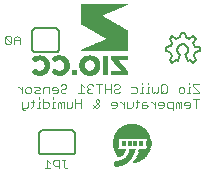
<source format=gbo>
G75*
%MOIN*%
%OFA0B0*%
%FSLAX25Y25*%
%IPPOS*%
%LPD*%
%AMOC8*
5,1,8,0,0,1.08239X$1,22.5*
%
%ADD10C,0.00300*%
%ADD11C,0.00600*%
%ADD12C,0.00010*%
%ADD13R,0.00787X0.00039*%
%ADD14R,0.01457X0.00039*%
%ADD15R,0.02165X0.00039*%
%ADD16R,0.02480X0.00039*%
%ADD17R,0.02992X0.00039*%
%ADD18R,0.03189X0.00039*%
%ADD19R,0.03543X0.00039*%
%ADD20R,0.03740X0.00039*%
%ADD21R,0.04055X0.00039*%
%ADD22R,0.04252X0.00039*%
%ADD23R,0.04488X0.00039*%
%ADD24R,0.04685X0.00039*%
%ADD25R,0.04843X0.00039*%
%ADD26R,0.05079X0.00039*%
%ADD27R,0.05197X0.00079*%
%ADD28R,0.05551X0.00079*%
%ADD29R,0.05866X0.00079*%
%ADD30R,0.06063X0.00039*%
%ADD31R,0.06181X0.00039*%
%ADD32R,0.06339X0.00039*%
%ADD33R,0.06457X0.00039*%
%ADD34R,0.06575X0.00039*%
%ADD35R,0.06732X0.00039*%
%ADD36R,0.06850X0.00039*%
%ADD37R,0.06969X0.00039*%
%ADD38R,0.07047X0.00039*%
%ADD39R,0.07205X0.00039*%
%ADD40R,0.07323X0.00039*%
%ADD41R,0.07441X0.00039*%
%ADD42R,0.07520X0.00039*%
%ADD43R,0.07638X0.00039*%
%ADD44R,0.07717X0.00039*%
%ADD45R,0.07874X0.00039*%
%ADD46R,0.07953X0.00039*%
%ADD47R,0.08150X0.00079*%
%ADD48R,0.08346X0.00079*%
%ADD49R,0.08504X0.00079*%
%ADD50R,0.08701X0.00079*%
%ADD51R,0.08740X0.00039*%
%ADD52R,0.08858X0.00039*%
%ADD53R,0.08937X0.00039*%
%ADD54R,0.09016X0.00039*%
%ADD55R,0.09094X0.00039*%
%ADD56R,0.09134X0.00039*%
%ADD57R,0.09252X0.00039*%
%ADD58R,0.09291X0.00039*%
%ADD59R,0.09409X0.00039*%
%ADD60R,0.09449X0.00039*%
%ADD61R,0.09528X0.00039*%
%ADD62R,0.09606X0.00039*%
%ADD63R,0.09685X0.00039*%
%ADD64R,0.09764X0.00039*%
%ADD65R,0.09803X0.00039*%
%ADD66R,0.09882X0.00039*%
%ADD67R,0.09961X0.00039*%
%ADD68R,0.10000X0.00039*%
%ADD69R,0.10079X0.00079*%
%ADD70R,0.10157X0.00079*%
%ADD71R,0.10315X0.00079*%
%ADD72R,0.10433X0.00079*%
%ADD73R,0.10472X0.00039*%
%ADD74R,0.10512X0.00039*%
%ADD75R,0.10591X0.00039*%
%ADD76R,0.10630X0.00039*%
%ADD77R,0.10669X0.00039*%
%ADD78R,0.10748X0.00039*%
%ADD79R,0.10787X0.00039*%
%ADD80R,0.10827X0.00039*%
%ADD81R,0.10866X0.00039*%
%ADD82R,0.10945X0.00039*%
%ADD83R,0.10984X0.00039*%
%ADD84R,0.11024X0.00039*%
%ADD85R,0.11063X0.00039*%
%ADD86R,0.11142X0.00039*%
%ADD87R,0.11181X0.00039*%
%ADD88R,0.11260X0.00039*%
%ADD89R,0.11299X0.00039*%
%ADD90R,0.11339X0.00039*%
%ADD91R,0.11378X0.00039*%
%ADD92R,0.11417X0.00039*%
%ADD93R,0.11457X0.00039*%
%ADD94R,0.11496X0.00039*%
%ADD95R,0.11535X0.00039*%
%ADD96R,0.11575X0.00039*%
%ADD97R,0.11614X0.00039*%
%ADD98R,0.11654X0.00039*%
%ADD99R,0.11693X0.00039*%
%ADD100R,0.11732X0.00039*%
%ADD101R,0.11811X0.00039*%
%ADD102R,0.11850X0.00039*%
%ADD103R,0.11890X0.00039*%
%ADD104R,0.11969X0.00039*%
%ADD105R,0.12008X0.00039*%
%ADD106R,0.12047X0.00039*%
%ADD107R,0.12087X0.00039*%
%ADD108R,0.12126X0.00039*%
%ADD109R,0.12165X0.00039*%
%ADD110R,0.12205X0.00039*%
%ADD111R,0.12244X0.00039*%
%ADD112R,0.12283X0.00039*%
%ADD113R,0.01535X0.00039*%
%ADD114R,0.01614X0.00039*%
%ADD115R,0.01496X0.00039*%
%ADD116R,0.01654X0.00039*%
%ADD117R,0.01693X0.00039*%
%ADD118R,0.01575X0.00039*%
%ADD119R,0.01732X0.00039*%
%ADD120R,0.01772X0.00039*%
%ADD121R,0.01811X0.00039*%
%ADD122R,0.01102X0.00039*%
%ADD123R,0.01220X0.00039*%
%ADD124R,0.01181X0.00039*%
%ADD125R,0.01142X0.00039*%
%ADD126R,0.01260X0.00039*%
%ADD127R,0.01299X0.00039*%
%ADD128R,0.01850X0.00039*%
%ADD129R,0.03819X0.00039*%
%ADD130R,0.03780X0.00039*%
%ADD131R,0.03976X0.00039*%
%ADD132R,0.03937X0.00039*%
%ADD133R,0.03858X0.00039*%
%ADD134R,0.03701X0.00039*%
%ADD135R,0.03622X0.00039*%
%ADD136R,0.03661X0.00039*%
%ADD137R,0.03425X0.00039*%
%ADD138R,0.03346X0.00039*%
%ADD139R,0.03583X0.00039*%
%ADD140R,0.03268X0.00039*%
%ADD141R,0.03071X0.00039*%
%ADD142R,0.03504X0.00039*%
%ADD143R,0.03031X0.00039*%
%ADD144R,0.01890X0.00039*%
%ADD145R,0.02953X0.00039*%
%ADD146R,0.02835X0.00039*%
%ADD147R,0.03465X0.00039*%
%ADD148R,0.02717X0.00039*%
%ADD149R,0.01929X0.00039*%
%ADD150R,0.02598X0.00039*%
%ADD151R,0.03386X0.00039*%
%ADD152R,0.02362X0.00039*%
%ADD153R,0.02205X0.00039*%
%ADD154R,0.02087X0.00039*%
%ADD155R,0.03307X0.00039*%
%ADD156R,0.02008X0.00039*%
%ADD157R,0.02047X0.00039*%
%ADD158R,0.01339X0.00039*%
%ADD159R,0.03150X0.00039*%
%ADD160R,0.00906X0.00039*%
%ADD161R,0.03110X0.00039*%
%ADD162R,0.02126X0.00039*%
%ADD163R,0.00669X0.00039*%
%ADD164R,0.00394X0.00039*%
%ADD165R,0.02913X0.00039*%
%ADD166R,0.02244X0.00039*%
%ADD167R,0.02323X0.00039*%
%ADD168R,0.02795X0.00039*%
%ADD169R,0.02756X0.00039*%
%ADD170R,0.02402X0.00039*%
%ADD171R,0.02677X0.00039*%
%ADD172R,0.02638X0.00039*%
%ADD173R,0.02520X0.00039*%
%ADD174R,0.02441X0.00039*%
%ADD175R,0.02874X0.00039*%
%ADD176R,0.01969X0.00039*%
%ADD177R,0.03898X0.00039*%
%ADD178R,0.00118X0.00039*%
%ADD179R,0.04764X0.00039*%
%ADD180R,0.04646X0.00039*%
%ADD181R,0.04528X0.00039*%
%ADD182R,0.01024X0.00039*%
%ADD183R,0.04449X0.00039*%
%ADD184R,0.00709X0.00039*%
%ADD185R,0.04331X0.00039*%
%ADD186R,0.04213X0.00039*%
%ADD187R,0.04094X0.00039*%
%ADD188R,0.00984X0.00039*%
D10*
X0032360Y0018451D02*
X0034295Y0018451D01*
X0033328Y0018451D02*
X0033328Y0021353D01*
X0034295Y0020386D01*
X0035307Y0020870D02*
X0035307Y0019902D01*
X0035791Y0019418D01*
X0037242Y0019418D01*
X0037242Y0018451D02*
X0037242Y0021353D01*
X0035791Y0021353D01*
X0035307Y0020870D01*
X0038253Y0021353D02*
X0039221Y0021353D01*
X0038737Y0021353D02*
X0038737Y0018935D01*
X0039221Y0018451D01*
X0039705Y0018451D01*
X0040188Y0018935D01*
X0025955Y0037783D02*
X0025471Y0037783D01*
X0024987Y0038267D01*
X0024987Y0040686D01*
X0024987Y0038751D02*
X0026439Y0038751D01*
X0026922Y0039235D01*
X0026922Y0040686D01*
X0027919Y0040686D02*
X0028887Y0040686D01*
X0028403Y0041170D02*
X0028403Y0039235D01*
X0027919Y0038751D01*
X0029884Y0038751D02*
X0030851Y0038751D01*
X0030367Y0038751D02*
X0030367Y0040686D01*
X0030851Y0040686D01*
X0031863Y0040686D02*
X0033314Y0040686D01*
X0033798Y0040202D01*
X0033798Y0039235D01*
X0033314Y0038751D01*
X0031863Y0038751D01*
X0031863Y0041653D01*
X0030367Y0041653D02*
X0030367Y0042137D01*
X0030851Y0043551D02*
X0029400Y0043551D01*
X0028916Y0044035D01*
X0029400Y0044518D01*
X0030367Y0044518D01*
X0030851Y0045002D01*
X0030367Y0045486D01*
X0028916Y0045486D01*
X0027905Y0045002D02*
X0027905Y0044035D01*
X0027421Y0043551D01*
X0026453Y0043551D01*
X0025970Y0044035D01*
X0025970Y0045002D01*
X0026453Y0045486D01*
X0027421Y0045486D01*
X0027905Y0045002D01*
X0024958Y0045486D02*
X0024958Y0043551D01*
X0024958Y0044518D02*
X0023991Y0045486D01*
X0023507Y0045486D01*
X0031863Y0045002D02*
X0031863Y0043551D01*
X0031863Y0045002D02*
X0032346Y0045486D01*
X0033798Y0045486D01*
X0033798Y0043551D01*
X0034809Y0044518D02*
X0036744Y0044518D01*
X0036744Y0044035D02*
X0036744Y0045002D01*
X0036260Y0045486D01*
X0035293Y0045486D01*
X0034809Y0045002D01*
X0034809Y0044518D01*
X0035293Y0043551D02*
X0036260Y0043551D01*
X0036744Y0044035D01*
X0037756Y0044035D02*
X0038239Y0043551D01*
X0039207Y0043551D01*
X0039691Y0044035D01*
X0039207Y0045002D02*
X0038239Y0045002D01*
X0037756Y0044518D01*
X0037756Y0044035D01*
X0039207Y0045002D02*
X0039691Y0045486D01*
X0039691Y0045970D01*
X0039207Y0046453D01*
X0038239Y0046453D01*
X0037756Y0045970D01*
X0035278Y0042137D02*
X0035278Y0041653D01*
X0035278Y0040686D02*
X0035278Y0038751D01*
X0034795Y0038751D02*
X0035762Y0038751D01*
X0036774Y0038751D02*
X0036774Y0040202D01*
X0037257Y0040686D01*
X0037741Y0040202D01*
X0037741Y0038751D01*
X0038709Y0038751D02*
X0038709Y0040686D01*
X0038225Y0040686D01*
X0037741Y0040202D01*
X0039720Y0040686D02*
X0039720Y0038751D01*
X0041171Y0038751D01*
X0041655Y0039235D01*
X0041655Y0040686D01*
X0042667Y0040202D02*
X0044602Y0040202D01*
X0044602Y0038751D02*
X0044602Y0041653D01*
X0044616Y0043551D02*
X0044616Y0046453D01*
X0045584Y0045486D01*
X0046595Y0045486D02*
X0046595Y0045970D01*
X0047079Y0046453D01*
X0048046Y0046453D01*
X0048530Y0045970D01*
X0049542Y0046453D02*
X0051477Y0046453D01*
X0050509Y0046453D02*
X0050509Y0043551D01*
X0050011Y0041653D02*
X0050495Y0041170D01*
X0050495Y0040686D01*
X0048560Y0038751D01*
X0048560Y0039718D02*
X0049527Y0038751D01*
X0050011Y0038751D01*
X0050495Y0039235D01*
X0050495Y0039718D01*
X0049527Y0040686D01*
X0049527Y0041170D01*
X0050011Y0041653D01*
X0048046Y0043551D02*
X0048530Y0044035D01*
X0048046Y0043551D02*
X0047079Y0043551D01*
X0046595Y0044035D01*
X0046595Y0044518D01*
X0047079Y0045002D01*
X0047563Y0045002D01*
X0047079Y0045002D02*
X0046595Y0045486D01*
X0045584Y0043551D02*
X0043649Y0043551D01*
X0042667Y0041653D02*
X0042667Y0038751D01*
X0035762Y0040686D02*
X0035278Y0040686D01*
X0052488Y0043551D02*
X0052488Y0046453D01*
X0052488Y0045002D02*
X0054423Y0045002D01*
X0055435Y0044518D02*
X0055435Y0044035D01*
X0055919Y0043551D01*
X0056886Y0043551D01*
X0057370Y0044035D01*
X0056886Y0045002D02*
X0055919Y0045002D01*
X0055435Y0044518D01*
X0054423Y0043551D02*
X0054423Y0046453D01*
X0055435Y0045970D02*
X0055919Y0046453D01*
X0056886Y0046453D01*
X0057370Y0045970D01*
X0057370Y0045486D01*
X0056886Y0045002D01*
X0057392Y0040686D02*
X0057876Y0040686D01*
X0058843Y0039718D01*
X0058843Y0038751D02*
X0058843Y0040686D01*
X0059855Y0040686D02*
X0059855Y0038751D01*
X0061306Y0038751D01*
X0061790Y0039235D01*
X0061790Y0040686D01*
X0062786Y0040686D02*
X0063754Y0040686D01*
X0063270Y0041170D02*
X0063270Y0039235D01*
X0062786Y0038751D01*
X0064765Y0038751D02*
X0066217Y0038751D01*
X0066700Y0039235D01*
X0066217Y0039718D01*
X0064765Y0039718D01*
X0064765Y0040202D02*
X0064765Y0038751D01*
X0064765Y0040202D02*
X0065249Y0040686D01*
X0066217Y0040686D01*
X0067705Y0040686D02*
X0068188Y0040686D01*
X0069156Y0039718D01*
X0069156Y0038751D02*
X0069156Y0040686D01*
X0070167Y0040202D02*
X0070167Y0039718D01*
X0072102Y0039718D01*
X0072102Y0039235D02*
X0072102Y0040202D01*
X0071619Y0040686D01*
X0070651Y0040686D01*
X0070167Y0040202D01*
X0070651Y0038751D02*
X0071619Y0038751D01*
X0072102Y0039235D01*
X0073114Y0039235D02*
X0073114Y0040202D01*
X0073598Y0040686D01*
X0075049Y0040686D01*
X0075049Y0037783D01*
X0075049Y0038751D02*
X0073598Y0038751D01*
X0073114Y0039235D01*
X0076060Y0038751D02*
X0076060Y0040202D01*
X0076544Y0040686D01*
X0077028Y0040202D01*
X0077028Y0038751D01*
X0077995Y0038751D02*
X0077995Y0040686D01*
X0077512Y0040686D01*
X0077028Y0040202D01*
X0079007Y0040202D02*
X0079007Y0039718D01*
X0080942Y0039718D01*
X0080942Y0039235D02*
X0080942Y0040202D01*
X0080458Y0040686D01*
X0079491Y0040686D01*
X0079007Y0040202D01*
X0079491Y0038751D02*
X0080458Y0038751D01*
X0080942Y0039235D01*
X0082921Y0038751D02*
X0082921Y0041653D01*
X0083888Y0041653D02*
X0081953Y0041653D01*
X0081953Y0043551D02*
X0083888Y0043551D01*
X0083888Y0044035D01*
X0081953Y0045970D01*
X0081953Y0046453D01*
X0083888Y0046453D01*
X0080942Y0045486D02*
X0080458Y0045486D01*
X0080458Y0043551D01*
X0080942Y0043551D02*
X0079974Y0043551D01*
X0078978Y0044035D02*
X0078494Y0043551D01*
X0077526Y0043551D01*
X0077043Y0044035D01*
X0077043Y0045002D01*
X0077526Y0045486D01*
X0078494Y0045486D01*
X0078978Y0045002D01*
X0078978Y0044035D01*
X0080458Y0046453D02*
X0080458Y0046937D01*
X0073085Y0045970D02*
X0073085Y0044035D01*
X0072601Y0043551D01*
X0071633Y0043551D01*
X0071150Y0044035D01*
X0071150Y0045970D01*
X0071633Y0046453D01*
X0072601Y0046453D01*
X0073085Y0045970D01*
X0072117Y0044518D02*
X0071150Y0043551D01*
X0070138Y0044035D02*
X0069654Y0043551D01*
X0069171Y0044035D01*
X0068687Y0043551D01*
X0068203Y0044035D01*
X0068203Y0045486D01*
X0067192Y0045486D02*
X0066708Y0045486D01*
X0066708Y0043551D01*
X0067192Y0043551D02*
X0066224Y0043551D01*
X0065227Y0043551D02*
X0064260Y0043551D01*
X0064743Y0043551D02*
X0064743Y0045486D01*
X0065227Y0045486D01*
X0064743Y0046453D02*
X0064743Y0046937D01*
X0066708Y0046937D02*
X0066708Y0046453D01*
X0070138Y0045486D02*
X0070138Y0044035D01*
X0063263Y0044035D02*
X0062779Y0043551D01*
X0061328Y0043551D01*
X0061328Y0045486D02*
X0062779Y0045486D01*
X0063263Y0045002D01*
X0063263Y0044035D01*
X0056388Y0040202D02*
X0056388Y0039235D01*
X0055904Y0038751D01*
X0054936Y0038751D01*
X0054453Y0039718D02*
X0056388Y0039718D01*
X0056388Y0040202D02*
X0055904Y0040686D01*
X0054936Y0040686D01*
X0054453Y0040202D01*
X0054453Y0039718D01*
X0024188Y0059851D02*
X0024188Y0061786D01*
X0023221Y0062753D01*
X0022253Y0061786D01*
X0022253Y0059851D01*
X0021242Y0060335D02*
X0019307Y0062270D01*
X0019307Y0060335D01*
X0019791Y0059851D01*
X0020758Y0059851D01*
X0021242Y0060335D01*
X0021242Y0062270D01*
X0020758Y0062753D01*
X0019791Y0062753D01*
X0019307Y0062270D01*
X0022253Y0061302D02*
X0024188Y0061302D01*
D11*
X0030538Y0030101D02*
X0030538Y0024101D01*
X0030540Y0024041D01*
X0030545Y0023980D01*
X0030554Y0023921D01*
X0030567Y0023862D01*
X0030583Y0023803D01*
X0030603Y0023746D01*
X0030626Y0023691D01*
X0030653Y0023636D01*
X0030682Y0023584D01*
X0030715Y0023533D01*
X0030751Y0023484D01*
X0030789Y0023438D01*
X0030831Y0023394D01*
X0030875Y0023352D01*
X0030921Y0023314D01*
X0030970Y0023278D01*
X0031021Y0023245D01*
X0031073Y0023216D01*
X0031128Y0023189D01*
X0031183Y0023166D01*
X0031240Y0023146D01*
X0031299Y0023130D01*
X0031358Y0023117D01*
X0031417Y0023108D01*
X0031478Y0023103D01*
X0031538Y0023101D01*
X0041538Y0023101D01*
X0041598Y0023103D01*
X0041659Y0023108D01*
X0041718Y0023117D01*
X0041777Y0023130D01*
X0041836Y0023146D01*
X0041893Y0023166D01*
X0041948Y0023189D01*
X0042003Y0023216D01*
X0042055Y0023245D01*
X0042106Y0023278D01*
X0042155Y0023314D01*
X0042201Y0023352D01*
X0042245Y0023394D01*
X0042287Y0023438D01*
X0042325Y0023484D01*
X0042361Y0023533D01*
X0042394Y0023584D01*
X0042423Y0023636D01*
X0042450Y0023691D01*
X0042473Y0023746D01*
X0042493Y0023803D01*
X0042509Y0023862D01*
X0042522Y0023921D01*
X0042531Y0023980D01*
X0042536Y0024041D01*
X0042538Y0024101D01*
X0042538Y0030101D01*
X0042536Y0030161D01*
X0042531Y0030222D01*
X0042522Y0030281D01*
X0042509Y0030340D01*
X0042493Y0030399D01*
X0042473Y0030456D01*
X0042450Y0030511D01*
X0042423Y0030566D01*
X0042394Y0030618D01*
X0042361Y0030669D01*
X0042325Y0030718D01*
X0042287Y0030764D01*
X0042245Y0030808D01*
X0042201Y0030850D01*
X0042155Y0030888D01*
X0042106Y0030924D01*
X0042055Y0030957D01*
X0042003Y0030986D01*
X0041948Y0031013D01*
X0041893Y0031036D01*
X0041836Y0031056D01*
X0041777Y0031072D01*
X0041718Y0031085D01*
X0041659Y0031094D01*
X0041598Y0031099D01*
X0041538Y0031101D01*
X0031538Y0031101D01*
X0031478Y0031099D01*
X0031417Y0031094D01*
X0031358Y0031085D01*
X0031299Y0031072D01*
X0031240Y0031056D01*
X0031183Y0031036D01*
X0031128Y0031013D01*
X0031073Y0030986D01*
X0031021Y0030957D01*
X0030970Y0030924D01*
X0030921Y0030888D01*
X0030875Y0030850D01*
X0030831Y0030808D01*
X0030789Y0030764D01*
X0030751Y0030718D01*
X0030715Y0030669D01*
X0030682Y0030618D01*
X0030653Y0030566D01*
X0030626Y0030511D01*
X0030603Y0030456D01*
X0030583Y0030399D01*
X0030567Y0030340D01*
X0030554Y0030281D01*
X0030545Y0030222D01*
X0030540Y0030161D01*
X0030538Y0030101D01*
X0029338Y0057201D02*
X0036138Y0057201D01*
X0036198Y0057203D01*
X0036259Y0057208D01*
X0036318Y0057217D01*
X0036377Y0057230D01*
X0036436Y0057246D01*
X0036493Y0057266D01*
X0036548Y0057289D01*
X0036603Y0057316D01*
X0036655Y0057345D01*
X0036706Y0057378D01*
X0036755Y0057414D01*
X0036801Y0057452D01*
X0036845Y0057494D01*
X0036887Y0057538D01*
X0036925Y0057584D01*
X0036961Y0057633D01*
X0036994Y0057684D01*
X0037023Y0057736D01*
X0037050Y0057791D01*
X0037073Y0057846D01*
X0037093Y0057903D01*
X0037109Y0057962D01*
X0037122Y0058021D01*
X0037131Y0058080D01*
X0037136Y0058141D01*
X0037138Y0058201D01*
X0037138Y0064201D01*
X0037136Y0064261D01*
X0037131Y0064322D01*
X0037122Y0064381D01*
X0037109Y0064440D01*
X0037093Y0064499D01*
X0037073Y0064556D01*
X0037050Y0064611D01*
X0037023Y0064666D01*
X0036994Y0064718D01*
X0036961Y0064769D01*
X0036925Y0064818D01*
X0036887Y0064864D01*
X0036845Y0064908D01*
X0036801Y0064950D01*
X0036755Y0064988D01*
X0036706Y0065024D01*
X0036655Y0065057D01*
X0036603Y0065086D01*
X0036548Y0065113D01*
X0036493Y0065136D01*
X0036436Y0065156D01*
X0036377Y0065172D01*
X0036318Y0065185D01*
X0036259Y0065194D01*
X0036198Y0065199D01*
X0036138Y0065201D01*
X0029338Y0065201D01*
X0029278Y0065199D01*
X0029217Y0065194D01*
X0029158Y0065185D01*
X0029099Y0065172D01*
X0029040Y0065156D01*
X0028983Y0065136D01*
X0028928Y0065113D01*
X0028873Y0065086D01*
X0028821Y0065057D01*
X0028770Y0065024D01*
X0028721Y0064988D01*
X0028675Y0064950D01*
X0028631Y0064908D01*
X0028589Y0064864D01*
X0028551Y0064818D01*
X0028515Y0064769D01*
X0028482Y0064718D01*
X0028453Y0064666D01*
X0028426Y0064611D01*
X0028403Y0064556D01*
X0028383Y0064499D01*
X0028367Y0064440D01*
X0028354Y0064381D01*
X0028345Y0064322D01*
X0028340Y0064261D01*
X0028338Y0064201D01*
X0028338Y0058201D01*
X0028340Y0058141D01*
X0028345Y0058080D01*
X0028354Y0058021D01*
X0028367Y0057962D01*
X0028383Y0057903D01*
X0028403Y0057846D01*
X0028426Y0057791D01*
X0028453Y0057736D01*
X0028482Y0057684D01*
X0028515Y0057633D01*
X0028551Y0057584D01*
X0028589Y0057538D01*
X0028631Y0057494D01*
X0028675Y0057452D01*
X0028721Y0057414D01*
X0028770Y0057378D01*
X0028821Y0057345D01*
X0028873Y0057316D01*
X0028928Y0057289D01*
X0028983Y0057266D01*
X0029040Y0057246D01*
X0029099Y0057230D01*
X0029158Y0057217D01*
X0029217Y0057208D01*
X0029278Y0057203D01*
X0029338Y0057201D01*
X0072938Y0057501D02*
X0074338Y0057201D01*
X0074938Y0055901D01*
X0074038Y0054601D01*
X0074938Y0053701D01*
X0076138Y0054501D01*
X0076738Y0054201D01*
X0077638Y0056501D01*
X0079238Y0056501D02*
X0080238Y0054201D01*
X0080738Y0054501D01*
X0081938Y0053701D01*
X0082838Y0054601D01*
X0082038Y0055901D01*
X0082538Y0057201D01*
X0084038Y0057501D01*
X0084038Y0058801D01*
X0082538Y0059001D01*
X0081938Y0060301D01*
X0082838Y0061601D01*
X0081938Y0062501D01*
X0080638Y0061601D01*
X0079438Y0062101D01*
X0079138Y0063701D01*
X0077838Y0063701D01*
X0077538Y0062101D01*
X0076338Y0061601D01*
X0074938Y0062501D01*
X0074038Y0061601D01*
X0074938Y0060301D01*
X0074438Y0059101D01*
X0072938Y0058801D01*
X0072938Y0057501D01*
X0077638Y0056501D02*
X0077564Y0056540D01*
X0077491Y0056583D01*
X0077421Y0056629D01*
X0077353Y0056679D01*
X0077287Y0056731D01*
X0077224Y0056787D01*
X0077164Y0056845D01*
X0077106Y0056906D01*
X0077052Y0056970D01*
X0077000Y0057036D01*
X0076952Y0057105D01*
X0076907Y0057176D01*
X0076865Y0057249D01*
X0076827Y0057324D01*
X0076792Y0057400D01*
X0076761Y0057478D01*
X0076733Y0057558D01*
X0076710Y0057639D01*
X0076690Y0057720D01*
X0076674Y0057803D01*
X0076662Y0057886D01*
X0076654Y0057970D01*
X0076650Y0058053D01*
X0076649Y0058138D01*
X0076653Y0058221D01*
X0076661Y0058305D01*
X0076672Y0058388D01*
X0076688Y0058471D01*
X0076707Y0058553D01*
X0076730Y0058634D01*
X0076757Y0058713D01*
X0076788Y0058792D01*
X0076822Y0058868D01*
X0076860Y0058943D01*
X0076901Y0059016D01*
X0076946Y0059088D01*
X0076994Y0059157D01*
X0077045Y0059223D01*
X0077099Y0059288D01*
X0077156Y0059349D01*
X0077216Y0059408D01*
X0077279Y0059464D01*
X0077344Y0059517D01*
X0077412Y0059567D01*
X0077482Y0059613D01*
X0077554Y0059656D01*
X0077628Y0059696D01*
X0077704Y0059732D01*
X0077781Y0059765D01*
X0077860Y0059794D01*
X0077940Y0059819D01*
X0078022Y0059841D01*
X0078104Y0059859D01*
X0078187Y0059872D01*
X0078270Y0059882D01*
X0078354Y0059888D01*
X0078438Y0059890D01*
X0078522Y0059888D01*
X0078606Y0059882D01*
X0078689Y0059872D01*
X0078772Y0059859D01*
X0078854Y0059841D01*
X0078936Y0059819D01*
X0079016Y0059794D01*
X0079095Y0059765D01*
X0079172Y0059732D01*
X0079248Y0059696D01*
X0079322Y0059656D01*
X0079394Y0059613D01*
X0079464Y0059567D01*
X0079532Y0059517D01*
X0079597Y0059464D01*
X0079660Y0059408D01*
X0079720Y0059349D01*
X0079777Y0059288D01*
X0079831Y0059223D01*
X0079882Y0059157D01*
X0079930Y0059088D01*
X0079975Y0059016D01*
X0080016Y0058943D01*
X0080054Y0058868D01*
X0080088Y0058792D01*
X0080119Y0058713D01*
X0080146Y0058634D01*
X0080169Y0058553D01*
X0080188Y0058471D01*
X0080204Y0058388D01*
X0080215Y0058305D01*
X0080223Y0058221D01*
X0080227Y0058138D01*
X0080226Y0058053D01*
X0080222Y0057970D01*
X0080214Y0057886D01*
X0080202Y0057803D01*
X0080186Y0057720D01*
X0080166Y0057639D01*
X0080143Y0057558D01*
X0080115Y0057478D01*
X0080084Y0057400D01*
X0080049Y0057324D01*
X0080011Y0057249D01*
X0079969Y0057176D01*
X0079924Y0057105D01*
X0079876Y0057036D01*
X0079824Y0056970D01*
X0079770Y0056906D01*
X0079712Y0056845D01*
X0079652Y0056787D01*
X0079589Y0056731D01*
X0079523Y0056679D01*
X0079455Y0056629D01*
X0079385Y0056583D01*
X0079312Y0056540D01*
X0079238Y0056501D01*
D12*
X0059810Y0057990D02*
X0056874Y0057990D01*
X0056287Y0057990D01*
X0052176Y0057990D01*
X0051593Y0057991D01*
X0051010Y0057991D01*
X0050428Y0057992D01*
X0049845Y0057993D01*
X0049263Y0057994D01*
X0048680Y0057995D01*
X0048098Y0057997D01*
X0047515Y0057999D01*
X0046933Y0058001D01*
X0046350Y0058004D01*
X0045767Y0058008D01*
X0045185Y0058014D01*
X0044603Y0058028D01*
X0045147Y0058260D01*
X0045690Y0058490D01*
X0046235Y0058719D01*
X0046779Y0058948D01*
X0047323Y0059178D01*
X0047868Y0059407D01*
X0048413Y0059635D01*
X0048957Y0059864D01*
X0049501Y0060092D01*
X0050045Y0060320D01*
X0050588Y0060548D01*
X0051676Y0061006D01*
X0052219Y0061235D01*
X0052763Y0061464D01*
X0053305Y0061695D01*
X0052916Y0061980D01*
X0052493Y0062231D01*
X0052002Y0062515D01*
X0051511Y0062800D01*
X0051020Y0063084D01*
X0050529Y0063369D01*
X0050038Y0063652D01*
X0049547Y0063937D01*
X0059791Y0063937D01*
X0059791Y0063945D02*
X0049532Y0063945D01*
X0049547Y0063937D02*
X0049056Y0064221D01*
X0048565Y0064505D01*
X0048073Y0064789D01*
X0047567Y0065082D01*
X0047060Y0065375D01*
X0058143Y0065375D01*
X0058129Y0065384D02*
X0047045Y0065384D01*
X0047030Y0065392D02*
X0058114Y0065392D01*
X0058099Y0065401D02*
X0047016Y0065401D01*
X0047001Y0065409D02*
X0058085Y0065409D01*
X0058070Y0065418D02*
X0046986Y0065418D01*
X0046972Y0065426D02*
X0058055Y0065426D01*
X0058041Y0065435D02*
X0046957Y0065435D01*
X0046942Y0065443D02*
X0058026Y0065443D01*
X0058011Y0065452D02*
X0046927Y0065452D01*
X0046913Y0065460D02*
X0057997Y0065460D01*
X0057982Y0065469D02*
X0046898Y0065469D01*
X0046883Y0065478D02*
X0057967Y0065478D01*
X0057953Y0065486D02*
X0046869Y0065486D01*
X0046854Y0065495D02*
X0057938Y0065495D01*
X0057923Y0065503D02*
X0046839Y0065503D01*
X0046824Y0065512D02*
X0057909Y0065512D01*
X0057894Y0065520D02*
X0046810Y0065520D01*
X0046795Y0065529D02*
X0057879Y0065529D01*
X0057865Y0065537D02*
X0046780Y0065537D01*
X0046766Y0065546D02*
X0057850Y0065546D01*
X0057863Y0065538D02*
X0058345Y0065259D01*
X0058826Y0064979D01*
X0059308Y0064700D01*
X0059789Y0064420D01*
X0059791Y0063885D01*
X0059793Y0063348D01*
X0059795Y0062813D01*
X0059796Y0062277D01*
X0059798Y0061741D01*
X0059800Y0061205D01*
X0059802Y0060669D01*
X0059803Y0060133D01*
X0059805Y0059597D01*
X0059807Y0059061D01*
X0059808Y0058525D01*
X0059810Y0057990D01*
X0059810Y0057994D02*
X0049371Y0057994D01*
X0048640Y0059731D02*
X0059805Y0059731D01*
X0059805Y0059739D02*
X0048661Y0059739D01*
X0048681Y0059748D02*
X0059805Y0059748D01*
X0059805Y0059756D02*
X0048701Y0059756D01*
X0048722Y0059765D02*
X0059805Y0059765D01*
X0059805Y0059773D02*
X0048742Y0059773D01*
X0048762Y0059782D02*
X0059805Y0059782D01*
X0059805Y0059790D02*
X0048783Y0059790D01*
X0048803Y0059799D02*
X0059805Y0059799D01*
X0059805Y0059807D02*
X0048823Y0059807D01*
X0048843Y0059816D02*
X0059805Y0059816D01*
X0059805Y0059824D02*
X0048864Y0059824D01*
X0048884Y0059833D02*
X0059804Y0059833D01*
X0059804Y0059841D02*
X0048904Y0059841D01*
X0048925Y0059850D02*
X0059804Y0059850D01*
X0059804Y0059858D02*
X0048945Y0059858D01*
X0048965Y0059867D02*
X0059804Y0059867D01*
X0059804Y0059875D02*
X0048986Y0059875D01*
X0049006Y0059884D02*
X0059804Y0059884D01*
X0059804Y0059892D02*
X0049026Y0059892D01*
X0049047Y0059901D02*
X0059804Y0059901D01*
X0059804Y0059909D02*
X0049067Y0059909D01*
X0049087Y0059918D02*
X0059804Y0059918D01*
X0059804Y0059927D02*
X0049107Y0059927D01*
X0049128Y0059935D02*
X0059804Y0059935D01*
X0059804Y0059944D02*
X0049148Y0059944D01*
X0049168Y0059952D02*
X0059804Y0059952D01*
X0059804Y0059961D02*
X0049189Y0059961D01*
X0049209Y0059969D02*
X0059804Y0059969D01*
X0059804Y0059978D02*
X0049229Y0059978D01*
X0049249Y0059986D02*
X0059804Y0059986D01*
X0059804Y0059995D02*
X0049270Y0059995D01*
X0049290Y0060003D02*
X0059804Y0060003D01*
X0059804Y0060012D02*
X0049310Y0060012D01*
X0049331Y0060020D02*
X0059804Y0060020D01*
X0059804Y0060029D02*
X0049351Y0060029D01*
X0049371Y0060037D02*
X0059804Y0060037D01*
X0059804Y0060046D02*
X0049391Y0060046D01*
X0049412Y0060054D02*
X0059804Y0060054D01*
X0059804Y0060063D02*
X0049432Y0060063D01*
X0049452Y0060071D02*
X0059804Y0060071D01*
X0059804Y0060080D02*
X0049473Y0060080D01*
X0049493Y0060088D02*
X0059804Y0060088D01*
X0059804Y0060097D02*
X0049513Y0060097D01*
X0049533Y0060105D02*
X0059804Y0060105D01*
X0059804Y0060114D02*
X0049554Y0060114D01*
X0049574Y0060122D02*
X0059803Y0060122D01*
X0059803Y0060131D02*
X0049594Y0060131D01*
X0049614Y0060139D02*
X0059803Y0060139D01*
X0059803Y0060148D02*
X0049635Y0060148D01*
X0049655Y0060156D02*
X0059803Y0060156D01*
X0059803Y0060165D02*
X0049675Y0060165D01*
X0049695Y0060173D02*
X0059803Y0060173D01*
X0059803Y0060182D02*
X0049716Y0060182D01*
X0049736Y0060190D02*
X0059803Y0060190D01*
X0059803Y0060199D02*
X0049756Y0060199D01*
X0049776Y0060207D02*
X0059803Y0060207D01*
X0059803Y0060216D02*
X0049797Y0060216D01*
X0049817Y0060225D02*
X0059803Y0060225D01*
X0059803Y0060233D02*
X0049837Y0060233D01*
X0049857Y0060242D02*
X0059803Y0060242D01*
X0059803Y0060250D02*
X0049878Y0060250D01*
X0049898Y0060259D02*
X0059803Y0060259D01*
X0059803Y0060267D02*
X0049918Y0060267D01*
X0049938Y0060276D02*
X0059803Y0060276D01*
X0059803Y0060284D02*
X0049958Y0060284D01*
X0049979Y0060293D02*
X0059803Y0060293D01*
X0059803Y0060301D02*
X0049999Y0060301D01*
X0050019Y0060310D02*
X0059803Y0060310D01*
X0059803Y0060318D02*
X0050039Y0060318D01*
X0050060Y0060327D02*
X0059803Y0060327D01*
X0059803Y0060335D02*
X0050080Y0060335D01*
X0050100Y0060344D02*
X0059803Y0060344D01*
X0059803Y0060352D02*
X0050121Y0060352D01*
X0050141Y0060361D02*
X0059803Y0060361D01*
X0059803Y0060369D02*
X0050161Y0060369D01*
X0050181Y0060378D02*
X0059803Y0060378D01*
X0059803Y0060386D02*
X0050202Y0060386D01*
X0050222Y0060395D02*
X0059803Y0060395D01*
X0059802Y0060403D02*
X0050242Y0060403D01*
X0050263Y0060412D02*
X0059802Y0060412D01*
X0059802Y0060420D02*
X0050283Y0060420D01*
X0050303Y0060429D02*
X0059802Y0060429D01*
X0059802Y0060437D02*
X0050324Y0060437D01*
X0050344Y0060446D02*
X0059802Y0060446D01*
X0059802Y0060454D02*
X0050364Y0060454D01*
X0050384Y0060463D02*
X0059802Y0060463D01*
X0059802Y0060471D02*
X0050405Y0060471D01*
X0050425Y0060480D02*
X0059802Y0060480D01*
X0059802Y0060488D02*
X0050445Y0060488D01*
X0050466Y0060497D02*
X0059802Y0060497D01*
X0059802Y0060505D02*
X0050486Y0060505D01*
X0050506Y0060514D02*
X0059802Y0060514D01*
X0059802Y0060522D02*
X0050526Y0060522D01*
X0050547Y0060531D02*
X0059802Y0060531D01*
X0059802Y0060540D02*
X0050567Y0060540D01*
X0050587Y0060548D02*
X0059802Y0060548D01*
X0059802Y0060557D02*
X0050608Y0060557D01*
X0050628Y0060565D02*
X0059802Y0060565D01*
X0059802Y0060574D02*
X0050648Y0060574D01*
X0050668Y0060582D02*
X0059802Y0060582D01*
X0059802Y0060591D02*
X0050689Y0060591D01*
X0050709Y0060599D02*
X0059802Y0060599D01*
X0059802Y0060608D02*
X0050729Y0060608D01*
X0050749Y0060616D02*
X0059802Y0060616D01*
X0059802Y0060625D02*
X0050769Y0060625D01*
X0050790Y0060633D02*
X0059802Y0060633D01*
X0059802Y0060642D02*
X0050810Y0060642D01*
X0050830Y0060650D02*
X0059802Y0060650D01*
X0059802Y0060659D02*
X0050850Y0060659D01*
X0050871Y0060667D02*
X0059802Y0060667D01*
X0059802Y0060676D02*
X0050891Y0060676D01*
X0050911Y0060684D02*
X0059802Y0060684D01*
X0059801Y0060693D02*
X0050931Y0060693D01*
X0050952Y0060701D02*
X0059801Y0060701D01*
X0059801Y0060710D02*
X0050972Y0060710D01*
X0050992Y0060718D02*
X0059801Y0060718D01*
X0059801Y0060727D02*
X0051012Y0060727D01*
X0051033Y0060735D02*
X0059801Y0060735D01*
X0059801Y0060744D02*
X0051053Y0060744D01*
X0051073Y0060752D02*
X0059801Y0060752D01*
X0059801Y0060761D02*
X0051093Y0060761D01*
X0051114Y0060769D02*
X0059801Y0060769D01*
X0059801Y0060778D02*
X0051134Y0060778D01*
X0051154Y0060786D02*
X0059801Y0060786D01*
X0059801Y0060795D02*
X0051174Y0060795D01*
X0051194Y0060803D02*
X0059801Y0060803D01*
X0059801Y0060812D02*
X0051215Y0060812D01*
X0051235Y0060820D02*
X0059801Y0060820D01*
X0059801Y0060829D02*
X0051255Y0060829D01*
X0051275Y0060837D02*
X0059801Y0060837D01*
X0059801Y0060846D02*
X0051296Y0060846D01*
X0051316Y0060855D02*
X0059801Y0060855D01*
X0059801Y0060863D02*
X0051336Y0060863D01*
X0051356Y0060872D02*
X0059801Y0060872D01*
X0059801Y0060880D02*
X0051377Y0060880D01*
X0051397Y0060889D02*
X0059801Y0060889D01*
X0059801Y0060897D02*
X0051417Y0060897D01*
X0051437Y0060906D02*
X0059801Y0060906D01*
X0059801Y0060914D02*
X0051458Y0060914D01*
X0051478Y0060923D02*
X0059801Y0060923D01*
X0059801Y0060931D02*
X0051498Y0060931D01*
X0051518Y0060940D02*
X0059801Y0060940D01*
X0059801Y0060948D02*
X0051538Y0060948D01*
X0051559Y0060957D02*
X0059801Y0060957D01*
X0059801Y0060965D02*
X0051579Y0060965D01*
X0051599Y0060974D02*
X0059800Y0060974D01*
X0059800Y0060982D02*
X0051619Y0060982D01*
X0051640Y0060991D02*
X0059800Y0060991D01*
X0059800Y0060999D02*
X0051660Y0060999D01*
X0051680Y0061008D02*
X0059800Y0061008D01*
X0059800Y0061016D02*
X0051700Y0061016D01*
X0051721Y0061025D02*
X0059800Y0061025D01*
X0059800Y0061033D02*
X0051741Y0061033D01*
X0051761Y0061042D02*
X0059800Y0061042D01*
X0059800Y0061050D02*
X0051781Y0061050D01*
X0051801Y0061059D02*
X0059800Y0061059D01*
X0059800Y0061067D02*
X0051822Y0061067D01*
X0051842Y0061076D02*
X0059800Y0061076D01*
X0059800Y0061084D02*
X0051862Y0061084D01*
X0051882Y0061093D02*
X0059800Y0061093D01*
X0059800Y0061101D02*
X0051902Y0061101D01*
X0051923Y0061110D02*
X0059800Y0061110D01*
X0059800Y0061118D02*
X0051943Y0061118D01*
X0051963Y0061127D02*
X0059800Y0061127D01*
X0059800Y0061135D02*
X0051983Y0061135D01*
X0052004Y0061144D02*
X0059800Y0061144D01*
X0059800Y0061153D02*
X0052024Y0061153D01*
X0052044Y0061161D02*
X0059800Y0061161D01*
X0059800Y0061170D02*
X0052064Y0061170D01*
X0052084Y0061178D02*
X0059800Y0061178D01*
X0059800Y0061187D02*
X0052105Y0061187D01*
X0052125Y0061195D02*
X0059800Y0061195D01*
X0059800Y0061204D02*
X0052145Y0061204D01*
X0052165Y0061212D02*
X0059800Y0061212D01*
X0059800Y0061221D02*
X0052185Y0061221D01*
X0052206Y0061229D02*
X0059800Y0061229D01*
X0059800Y0061238D02*
X0052226Y0061238D01*
X0052246Y0061246D02*
X0059800Y0061246D01*
X0059800Y0061255D02*
X0052266Y0061255D01*
X0052286Y0061263D02*
X0059799Y0061263D01*
X0059799Y0061272D02*
X0052307Y0061272D01*
X0052327Y0061280D02*
X0059799Y0061280D01*
X0059799Y0061289D02*
X0052347Y0061289D01*
X0052367Y0061297D02*
X0059799Y0061297D01*
X0059799Y0061306D02*
X0052387Y0061306D01*
X0052408Y0061314D02*
X0059799Y0061314D01*
X0059799Y0061323D02*
X0052428Y0061323D01*
X0052448Y0061331D02*
X0059799Y0061331D01*
X0059799Y0061340D02*
X0052468Y0061340D01*
X0052488Y0061348D02*
X0059799Y0061348D01*
X0059799Y0061357D02*
X0052508Y0061357D01*
X0052529Y0061365D02*
X0059799Y0061365D01*
X0059799Y0061374D02*
X0052549Y0061374D01*
X0052569Y0061382D02*
X0059799Y0061382D01*
X0059799Y0061391D02*
X0052589Y0061391D01*
X0052609Y0061399D02*
X0059799Y0061399D01*
X0059799Y0061408D02*
X0052630Y0061408D01*
X0052650Y0061416D02*
X0059799Y0061416D01*
X0059799Y0061425D02*
X0052670Y0061425D01*
X0052690Y0061433D02*
X0059799Y0061433D01*
X0059799Y0061442D02*
X0052710Y0061442D01*
X0052730Y0061450D02*
X0059799Y0061450D01*
X0059799Y0061459D02*
X0052751Y0061459D01*
X0052771Y0061468D02*
X0059799Y0061468D01*
X0059799Y0061476D02*
X0052791Y0061476D01*
X0052811Y0061485D02*
X0059799Y0061485D01*
X0059799Y0061493D02*
X0052831Y0061493D01*
X0052851Y0061502D02*
X0059799Y0061502D01*
X0059799Y0061510D02*
X0052871Y0061510D01*
X0052891Y0061519D02*
X0059799Y0061519D01*
X0059799Y0061527D02*
X0052911Y0061527D01*
X0052931Y0061536D02*
X0059799Y0061536D01*
X0059798Y0061544D02*
X0052951Y0061544D01*
X0052971Y0061553D02*
X0059798Y0061553D01*
X0059798Y0061561D02*
X0052990Y0061561D01*
X0053010Y0061570D02*
X0059798Y0061570D01*
X0059798Y0061578D02*
X0053030Y0061578D01*
X0053050Y0061587D02*
X0059798Y0061587D01*
X0059798Y0061595D02*
X0053070Y0061595D01*
X0053090Y0061604D02*
X0059798Y0061604D01*
X0059798Y0061612D02*
X0053110Y0061612D01*
X0053130Y0061621D02*
X0059798Y0061621D01*
X0059798Y0061629D02*
X0053150Y0061629D01*
X0053170Y0061638D02*
X0059798Y0061638D01*
X0059798Y0061646D02*
X0053190Y0061646D01*
X0053210Y0061655D02*
X0059798Y0061655D01*
X0059798Y0061663D02*
X0053230Y0061663D01*
X0053250Y0061672D02*
X0059798Y0061672D01*
X0059798Y0061680D02*
X0053270Y0061680D01*
X0053290Y0061689D02*
X0059798Y0061689D01*
X0059798Y0061697D02*
X0053303Y0061697D01*
X0053291Y0061706D02*
X0059798Y0061706D01*
X0059798Y0061714D02*
X0053279Y0061714D01*
X0053268Y0061723D02*
X0059798Y0061723D01*
X0059798Y0061731D02*
X0053256Y0061731D01*
X0053244Y0061740D02*
X0059798Y0061740D01*
X0059798Y0061748D02*
X0053233Y0061748D01*
X0053221Y0061757D02*
X0059798Y0061757D01*
X0059798Y0061766D02*
X0053210Y0061766D01*
X0053198Y0061774D02*
X0059798Y0061774D01*
X0059798Y0061783D02*
X0053186Y0061783D01*
X0053175Y0061791D02*
X0059798Y0061791D01*
X0059798Y0061800D02*
X0053163Y0061800D01*
X0053151Y0061808D02*
X0059798Y0061808D01*
X0059798Y0061817D02*
X0053140Y0061817D01*
X0053128Y0061825D02*
X0059798Y0061825D01*
X0059797Y0061834D02*
X0053116Y0061834D01*
X0053105Y0061842D02*
X0059797Y0061842D01*
X0059797Y0061851D02*
X0053093Y0061851D01*
X0053082Y0061859D02*
X0059797Y0061859D01*
X0059797Y0061868D02*
X0053070Y0061868D01*
X0053058Y0061876D02*
X0059797Y0061876D01*
X0059797Y0061885D02*
X0053047Y0061885D01*
X0053035Y0061893D02*
X0059797Y0061893D01*
X0059797Y0061902D02*
X0053023Y0061902D01*
X0053012Y0061910D02*
X0059797Y0061910D01*
X0059797Y0061919D02*
X0053000Y0061919D01*
X0052989Y0061927D02*
X0059797Y0061927D01*
X0059797Y0061936D02*
X0052977Y0061936D01*
X0052965Y0061944D02*
X0059797Y0061944D01*
X0059797Y0061953D02*
X0052954Y0061953D01*
X0052942Y0061961D02*
X0059797Y0061961D01*
X0059797Y0061970D02*
X0052930Y0061970D01*
X0052919Y0061978D02*
X0059797Y0061978D01*
X0059797Y0061987D02*
X0052905Y0061987D01*
X0052891Y0061995D02*
X0059797Y0061995D01*
X0059797Y0062004D02*
X0052876Y0062004D01*
X0052862Y0062012D02*
X0059797Y0062012D01*
X0059797Y0062021D02*
X0052848Y0062021D01*
X0052833Y0062029D02*
X0059797Y0062029D01*
X0059797Y0062038D02*
X0052819Y0062038D01*
X0052804Y0062046D02*
X0059797Y0062046D01*
X0059797Y0062055D02*
X0052790Y0062055D01*
X0052776Y0062063D02*
X0059797Y0062063D01*
X0059797Y0062072D02*
X0052761Y0062072D01*
X0052747Y0062081D02*
X0059797Y0062081D01*
X0059797Y0062089D02*
X0052733Y0062089D01*
X0052718Y0062098D02*
X0059797Y0062098D01*
X0059797Y0062106D02*
X0052704Y0062106D01*
X0052689Y0062115D02*
X0059797Y0062115D01*
X0059796Y0062123D02*
X0052675Y0062123D01*
X0052661Y0062132D02*
X0059796Y0062132D01*
X0059796Y0062140D02*
X0052646Y0062140D01*
X0052632Y0062149D02*
X0059796Y0062149D01*
X0059796Y0062157D02*
X0052618Y0062157D01*
X0052603Y0062166D02*
X0059796Y0062166D01*
X0059796Y0062174D02*
X0052589Y0062174D01*
X0052574Y0062183D02*
X0059796Y0062183D01*
X0059796Y0062191D02*
X0052560Y0062191D01*
X0052546Y0062200D02*
X0059796Y0062200D01*
X0059796Y0062208D02*
X0052531Y0062208D01*
X0052517Y0062217D02*
X0059796Y0062217D01*
X0059796Y0062225D02*
X0052503Y0062225D01*
X0052488Y0062234D02*
X0059796Y0062234D01*
X0059796Y0062242D02*
X0052473Y0062242D01*
X0052459Y0062251D02*
X0059796Y0062251D01*
X0059796Y0062259D02*
X0052444Y0062259D01*
X0052429Y0062268D02*
X0059796Y0062268D01*
X0059796Y0062276D02*
X0052415Y0062276D01*
X0052400Y0062285D02*
X0059796Y0062285D01*
X0059796Y0062293D02*
X0052385Y0062293D01*
X0052371Y0062302D02*
X0059796Y0062302D01*
X0059796Y0062310D02*
X0052356Y0062310D01*
X0052341Y0062319D02*
X0059796Y0062319D01*
X0059796Y0062327D02*
X0052326Y0062327D01*
X0052312Y0062336D02*
X0059796Y0062336D01*
X0059796Y0062344D02*
X0052297Y0062344D01*
X0052282Y0062353D02*
X0059796Y0062353D01*
X0059796Y0062361D02*
X0052268Y0062361D01*
X0052253Y0062370D02*
X0059796Y0062370D01*
X0059796Y0062378D02*
X0052238Y0062378D01*
X0052224Y0062387D02*
X0059796Y0062387D01*
X0059796Y0062396D02*
X0052209Y0062396D01*
X0052194Y0062404D02*
X0059796Y0062404D01*
X0059796Y0062413D02*
X0052180Y0062413D01*
X0052165Y0062421D02*
X0059796Y0062421D01*
X0059796Y0062430D02*
X0052150Y0062430D01*
X0052136Y0062438D02*
X0059796Y0062438D01*
X0059796Y0062447D02*
X0052121Y0062447D01*
X0052106Y0062455D02*
X0059796Y0062455D01*
X0059795Y0062464D02*
X0052091Y0062464D01*
X0052077Y0062472D02*
X0059795Y0062472D01*
X0059795Y0062481D02*
X0052062Y0062481D01*
X0052047Y0062489D02*
X0059795Y0062489D01*
X0059795Y0062498D02*
X0052033Y0062498D01*
X0052018Y0062506D02*
X0059795Y0062506D01*
X0059795Y0062515D02*
X0052003Y0062515D01*
X0051989Y0062523D02*
X0059795Y0062523D01*
X0059795Y0062532D02*
X0051974Y0062532D01*
X0051959Y0062540D02*
X0059795Y0062540D01*
X0059795Y0062549D02*
X0051945Y0062549D01*
X0051930Y0062557D02*
X0059795Y0062557D01*
X0059795Y0062566D02*
X0051915Y0062566D01*
X0051900Y0062574D02*
X0059795Y0062574D01*
X0059795Y0062583D02*
X0051886Y0062583D01*
X0051871Y0062591D02*
X0059795Y0062591D01*
X0059795Y0062600D02*
X0051856Y0062600D01*
X0051842Y0062608D02*
X0059795Y0062608D01*
X0059795Y0062617D02*
X0051827Y0062617D01*
X0051812Y0062625D02*
X0059795Y0062625D01*
X0059795Y0062634D02*
X0051797Y0062634D01*
X0051783Y0062642D02*
X0059795Y0062642D01*
X0059795Y0062651D02*
X0051768Y0062651D01*
X0051753Y0062659D02*
X0059795Y0062659D01*
X0059795Y0062668D02*
X0051739Y0062668D01*
X0051724Y0062676D02*
X0059795Y0062676D01*
X0059795Y0062685D02*
X0051709Y0062685D01*
X0051694Y0062694D02*
X0059795Y0062694D01*
X0059795Y0062702D02*
X0051680Y0062702D01*
X0051665Y0062711D02*
X0059795Y0062711D01*
X0059795Y0062719D02*
X0051650Y0062719D01*
X0051636Y0062728D02*
X0059795Y0062728D01*
X0059795Y0062736D02*
X0051621Y0062736D01*
X0051606Y0062745D02*
X0059795Y0062745D01*
X0059795Y0062753D02*
X0051592Y0062753D01*
X0051577Y0062762D02*
X0059795Y0062762D01*
X0059795Y0062770D02*
X0051562Y0062770D01*
X0051547Y0062779D02*
X0059795Y0062779D01*
X0059795Y0062787D02*
X0051533Y0062787D01*
X0051518Y0062796D02*
X0059795Y0062796D01*
X0059795Y0062804D02*
X0051503Y0062804D01*
X0051489Y0062813D02*
X0059795Y0062813D01*
X0059795Y0062821D02*
X0051474Y0062821D01*
X0051459Y0062830D02*
X0059795Y0062830D01*
X0059795Y0062838D02*
X0051445Y0062838D01*
X0051430Y0062847D02*
X0059795Y0062847D01*
X0059795Y0062855D02*
X0051415Y0062855D01*
X0051400Y0062864D02*
X0059795Y0062864D01*
X0059794Y0062872D02*
X0051386Y0062872D01*
X0051371Y0062881D02*
X0059794Y0062881D01*
X0059794Y0062889D02*
X0051356Y0062889D01*
X0051342Y0062898D02*
X0059794Y0062898D01*
X0059794Y0062906D02*
X0051327Y0062906D01*
X0051312Y0062915D02*
X0059794Y0062915D01*
X0059794Y0062923D02*
X0051298Y0062923D01*
X0051283Y0062932D02*
X0059794Y0062932D01*
X0059794Y0062940D02*
X0051268Y0062940D01*
X0051254Y0062949D02*
X0059794Y0062949D01*
X0059794Y0062957D02*
X0051239Y0062957D01*
X0051224Y0062966D02*
X0059794Y0062966D01*
X0059794Y0062974D02*
X0051210Y0062974D01*
X0051195Y0062983D02*
X0059794Y0062983D01*
X0059794Y0062991D02*
X0051180Y0062991D01*
X0051165Y0063000D02*
X0059794Y0063000D01*
X0059794Y0063009D02*
X0051151Y0063009D01*
X0051136Y0063017D02*
X0059794Y0063017D01*
X0059794Y0063026D02*
X0051121Y0063026D01*
X0051107Y0063034D02*
X0059794Y0063034D01*
X0059794Y0063043D02*
X0051092Y0063043D01*
X0051077Y0063051D02*
X0059794Y0063051D01*
X0059794Y0063060D02*
X0051063Y0063060D01*
X0051048Y0063068D02*
X0059794Y0063068D01*
X0059794Y0063077D02*
X0051033Y0063077D01*
X0051019Y0063085D02*
X0059794Y0063085D01*
X0059794Y0063094D02*
X0051004Y0063094D01*
X0050989Y0063102D02*
X0059794Y0063102D01*
X0059794Y0063111D02*
X0050974Y0063111D01*
X0050960Y0063119D02*
X0059794Y0063119D01*
X0059794Y0063128D02*
X0050945Y0063128D01*
X0050930Y0063136D02*
X0059794Y0063136D01*
X0059794Y0063145D02*
X0050916Y0063145D01*
X0050901Y0063153D02*
X0059793Y0063153D01*
X0059793Y0063162D02*
X0050886Y0063162D01*
X0050872Y0063170D02*
X0059793Y0063170D01*
X0059793Y0063179D02*
X0050857Y0063179D01*
X0050842Y0063187D02*
X0059793Y0063187D01*
X0059793Y0063196D02*
X0050827Y0063196D01*
X0050813Y0063204D02*
X0059793Y0063204D01*
X0059793Y0063213D02*
X0050798Y0063213D01*
X0050783Y0063221D02*
X0059793Y0063221D01*
X0059793Y0063230D02*
X0050769Y0063230D01*
X0050754Y0063238D02*
X0059793Y0063238D01*
X0059793Y0063247D02*
X0050739Y0063247D01*
X0050724Y0063255D02*
X0059793Y0063255D01*
X0059793Y0063264D02*
X0050710Y0063264D01*
X0050695Y0063272D02*
X0059793Y0063272D01*
X0059793Y0063281D02*
X0050680Y0063281D01*
X0050666Y0063289D02*
X0059793Y0063289D01*
X0059793Y0063298D02*
X0050651Y0063298D01*
X0050636Y0063306D02*
X0059793Y0063306D01*
X0059793Y0063315D02*
X0050621Y0063315D01*
X0050607Y0063324D02*
X0059793Y0063324D01*
X0059793Y0063332D02*
X0050592Y0063332D01*
X0050577Y0063341D02*
X0059793Y0063341D01*
X0059793Y0063349D02*
X0050563Y0063349D01*
X0050548Y0063358D02*
X0059793Y0063358D01*
X0059793Y0063366D02*
X0050533Y0063366D01*
X0050519Y0063375D02*
X0059793Y0063375D01*
X0059793Y0063383D02*
X0050504Y0063383D01*
X0050489Y0063392D02*
X0059793Y0063392D01*
X0059793Y0063400D02*
X0050474Y0063400D01*
X0050460Y0063409D02*
X0059793Y0063409D01*
X0059793Y0063417D02*
X0050445Y0063417D01*
X0050430Y0063426D02*
X0059793Y0063426D01*
X0059793Y0063434D02*
X0050415Y0063434D01*
X0050401Y0063443D02*
X0059792Y0063443D01*
X0059792Y0063451D02*
X0050386Y0063451D01*
X0050371Y0063460D02*
X0059792Y0063460D01*
X0059792Y0063468D02*
X0050356Y0063468D01*
X0050342Y0063477D02*
X0059792Y0063477D01*
X0059792Y0063485D02*
X0050327Y0063485D01*
X0050312Y0063494D02*
X0059792Y0063494D01*
X0059792Y0063502D02*
X0050297Y0063502D01*
X0050283Y0063511D02*
X0059792Y0063511D01*
X0059792Y0063519D02*
X0050268Y0063519D01*
X0050253Y0063528D02*
X0059792Y0063528D01*
X0059792Y0063536D02*
X0050238Y0063536D01*
X0050224Y0063545D02*
X0059792Y0063545D01*
X0059792Y0063553D02*
X0050209Y0063553D01*
X0050194Y0063562D02*
X0059792Y0063562D01*
X0059792Y0063570D02*
X0050179Y0063570D01*
X0050165Y0063579D02*
X0059792Y0063579D01*
X0059792Y0063587D02*
X0050150Y0063587D01*
X0050135Y0063596D02*
X0059792Y0063596D01*
X0059792Y0063604D02*
X0050121Y0063604D01*
X0050106Y0063613D02*
X0059792Y0063613D01*
X0059792Y0063622D02*
X0050091Y0063622D01*
X0050076Y0063630D02*
X0059792Y0063630D01*
X0059792Y0063639D02*
X0050062Y0063639D01*
X0050047Y0063647D02*
X0059792Y0063647D01*
X0059792Y0063656D02*
X0050032Y0063656D01*
X0050017Y0063664D02*
X0059792Y0063664D01*
X0059792Y0063673D02*
X0050003Y0063673D01*
X0049988Y0063681D02*
X0059792Y0063681D01*
X0059792Y0063690D02*
X0049973Y0063690D01*
X0049959Y0063698D02*
X0059792Y0063698D01*
X0059792Y0063707D02*
X0049944Y0063707D01*
X0049929Y0063715D02*
X0059792Y0063715D01*
X0059791Y0063724D02*
X0049914Y0063724D01*
X0049900Y0063732D02*
X0059791Y0063732D01*
X0059791Y0063741D02*
X0049885Y0063741D01*
X0049870Y0063749D02*
X0059791Y0063749D01*
X0059791Y0063758D02*
X0049856Y0063758D01*
X0049841Y0063766D02*
X0059791Y0063766D01*
X0059791Y0063775D02*
X0049826Y0063775D01*
X0049812Y0063783D02*
X0059791Y0063783D01*
X0059791Y0063792D02*
X0049797Y0063792D01*
X0049782Y0063800D02*
X0059791Y0063800D01*
X0059791Y0063809D02*
X0049767Y0063809D01*
X0049753Y0063817D02*
X0059791Y0063817D01*
X0059791Y0063826D02*
X0049738Y0063826D01*
X0049723Y0063834D02*
X0059791Y0063834D01*
X0059791Y0063843D02*
X0049709Y0063843D01*
X0049694Y0063851D02*
X0059791Y0063851D01*
X0059791Y0063860D02*
X0049679Y0063860D01*
X0049664Y0063868D02*
X0059791Y0063868D01*
X0059791Y0063877D02*
X0049650Y0063877D01*
X0049635Y0063885D02*
X0059791Y0063885D01*
X0059791Y0063894D02*
X0049620Y0063894D01*
X0049606Y0063902D02*
X0059791Y0063902D01*
X0059791Y0063911D02*
X0049591Y0063911D01*
X0049576Y0063919D02*
X0059791Y0063919D01*
X0059791Y0063928D02*
X0049561Y0063928D01*
X0049517Y0063954D02*
X0059791Y0063954D01*
X0059791Y0063962D02*
X0049503Y0063962D01*
X0049488Y0063971D02*
X0059791Y0063971D01*
X0059791Y0063979D02*
X0049473Y0063979D01*
X0049459Y0063988D02*
X0059791Y0063988D01*
X0059791Y0063996D02*
X0049444Y0063996D01*
X0049429Y0064005D02*
X0059791Y0064005D01*
X0059790Y0064013D02*
X0049415Y0064013D01*
X0049400Y0064022D02*
X0059790Y0064022D01*
X0059790Y0064030D02*
X0049385Y0064030D01*
X0049370Y0064039D02*
X0059790Y0064039D01*
X0059790Y0064047D02*
X0049356Y0064047D01*
X0049341Y0064056D02*
X0059790Y0064056D01*
X0059790Y0064064D02*
X0049326Y0064064D01*
X0049312Y0064073D02*
X0059790Y0064073D01*
X0059790Y0064081D02*
X0049297Y0064081D01*
X0049282Y0064090D02*
X0059790Y0064090D01*
X0059790Y0064098D02*
X0049268Y0064098D01*
X0049253Y0064107D02*
X0059790Y0064107D01*
X0059790Y0064115D02*
X0049238Y0064115D01*
X0049224Y0064124D02*
X0059790Y0064124D01*
X0059790Y0064132D02*
X0049209Y0064132D01*
X0049194Y0064141D02*
X0059790Y0064141D01*
X0059790Y0064149D02*
X0049180Y0064149D01*
X0049165Y0064158D02*
X0059790Y0064158D01*
X0059790Y0064166D02*
X0049150Y0064166D01*
X0049135Y0064175D02*
X0059790Y0064175D01*
X0059790Y0064183D02*
X0049121Y0064183D01*
X0049106Y0064192D02*
X0059790Y0064192D01*
X0059790Y0064200D02*
X0049091Y0064200D01*
X0049077Y0064209D02*
X0059790Y0064209D01*
X0059790Y0064217D02*
X0049062Y0064217D01*
X0049047Y0064226D02*
X0059790Y0064226D01*
X0059790Y0064234D02*
X0049033Y0064234D01*
X0049018Y0064243D02*
X0059790Y0064243D01*
X0059790Y0064252D02*
X0049003Y0064252D01*
X0048988Y0064260D02*
X0059790Y0064260D01*
X0059790Y0064269D02*
X0048974Y0064269D01*
X0048959Y0064277D02*
X0059790Y0064277D01*
X0059790Y0064286D02*
X0048944Y0064286D01*
X0048929Y0064294D02*
X0059790Y0064294D01*
X0059789Y0064303D02*
X0048915Y0064303D01*
X0048900Y0064311D02*
X0059789Y0064311D01*
X0059789Y0064320D02*
X0048885Y0064320D01*
X0048870Y0064328D02*
X0059789Y0064328D01*
X0059789Y0064337D02*
X0048856Y0064337D01*
X0048841Y0064345D02*
X0059789Y0064345D01*
X0059789Y0064354D02*
X0048826Y0064354D01*
X0048811Y0064362D02*
X0059789Y0064362D01*
X0059789Y0064371D02*
X0048797Y0064371D01*
X0048782Y0064379D02*
X0059789Y0064379D01*
X0059789Y0064388D02*
X0048767Y0064388D01*
X0048753Y0064396D02*
X0059789Y0064396D01*
X0059789Y0064405D02*
X0048738Y0064405D01*
X0048723Y0064413D02*
X0059789Y0064413D01*
X0059787Y0064422D02*
X0048708Y0064422D01*
X0048694Y0064430D02*
X0059772Y0064430D01*
X0059757Y0064439D02*
X0048679Y0064439D01*
X0048664Y0064447D02*
X0059743Y0064447D01*
X0059728Y0064456D02*
X0048649Y0064456D01*
X0048635Y0064464D02*
X0059713Y0064464D01*
X0059699Y0064473D02*
X0048620Y0064473D01*
X0048605Y0064481D02*
X0059684Y0064481D01*
X0059669Y0064490D02*
X0048590Y0064490D01*
X0048576Y0064498D02*
X0059655Y0064498D01*
X0059640Y0064507D02*
X0048561Y0064507D01*
X0048546Y0064515D02*
X0059625Y0064515D01*
X0059611Y0064524D02*
X0048531Y0064524D01*
X0048517Y0064532D02*
X0059596Y0064532D01*
X0059581Y0064541D02*
X0048502Y0064541D01*
X0048487Y0064550D02*
X0059567Y0064550D01*
X0059552Y0064558D02*
X0048473Y0064558D01*
X0048458Y0064567D02*
X0059537Y0064567D01*
X0059523Y0064575D02*
X0048443Y0064575D01*
X0048429Y0064584D02*
X0059508Y0064584D01*
X0059493Y0064592D02*
X0048414Y0064592D01*
X0048399Y0064601D02*
X0059479Y0064601D01*
X0059464Y0064609D02*
X0048384Y0064609D01*
X0048370Y0064618D02*
X0059449Y0064618D01*
X0059435Y0064626D02*
X0048355Y0064626D01*
X0048340Y0064635D02*
X0059420Y0064635D01*
X0059405Y0064643D02*
X0048326Y0064643D01*
X0048311Y0064652D02*
X0059391Y0064652D01*
X0059376Y0064660D02*
X0048296Y0064660D01*
X0048281Y0064669D02*
X0059361Y0064669D01*
X0059347Y0064677D02*
X0048267Y0064677D01*
X0048252Y0064686D02*
X0059332Y0064686D01*
X0059317Y0064694D02*
X0048237Y0064694D01*
X0048223Y0064703D02*
X0059303Y0064703D01*
X0059288Y0064711D02*
X0048208Y0064711D01*
X0048193Y0064720D02*
X0059273Y0064720D01*
X0059259Y0064728D02*
X0048179Y0064728D01*
X0048164Y0064737D02*
X0059244Y0064737D01*
X0059229Y0064745D02*
X0048149Y0064745D01*
X0048134Y0064754D02*
X0059215Y0064754D01*
X0059200Y0064762D02*
X0048120Y0064762D01*
X0048105Y0064771D02*
X0059185Y0064771D01*
X0059170Y0064779D02*
X0048090Y0064779D01*
X0048076Y0064788D02*
X0059156Y0064788D01*
X0059141Y0064796D02*
X0048061Y0064796D01*
X0048046Y0064805D02*
X0059126Y0064805D01*
X0059112Y0064813D02*
X0048031Y0064813D01*
X0048017Y0064822D02*
X0059097Y0064822D01*
X0059082Y0064830D02*
X0048002Y0064830D01*
X0047987Y0064839D02*
X0059068Y0064839D01*
X0059053Y0064847D02*
X0047973Y0064847D01*
X0047958Y0064856D02*
X0059038Y0064856D01*
X0059024Y0064865D02*
X0047943Y0064865D01*
X0047928Y0064873D02*
X0059009Y0064873D01*
X0058994Y0064882D02*
X0047914Y0064882D01*
X0047899Y0064890D02*
X0058980Y0064890D01*
X0058965Y0064899D02*
X0047884Y0064899D01*
X0047869Y0064907D02*
X0058950Y0064907D01*
X0058936Y0064916D02*
X0047855Y0064916D01*
X0047840Y0064924D02*
X0058921Y0064924D01*
X0058906Y0064933D02*
X0047825Y0064933D01*
X0047811Y0064941D02*
X0058891Y0064941D01*
X0058877Y0064950D02*
X0047796Y0064950D01*
X0047781Y0064958D02*
X0058862Y0064958D01*
X0058847Y0064967D02*
X0047766Y0064967D01*
X0047752Y0064975D02*
X0058833Y0064975D01*
X0058818Y0064984D02*
X0047737Y0064984D01*
X0047722Y0064992D02*
X0058803Y0064992D01*
X0058789Y0065001D02*
X0047708Y0065001D01*
X0047693Y0065009D02*
X0058774Y0065009D01*
X0058759Y0065018D02*
X0047678Y0065018D01*
X0047663Y0065026D02*
X0058745Y0065026D01*
X0058730Y0065035D02*
X0047649Y0065035D01*
X0047634Y0065043D02*
X0058715Y0065043D01*
X0058701Y0065052D02*
X0047619Y0065052D01*
X0047604Y0065060D02*
X0058686Y0065060D01*
X0058671Y0065069D02*
X0047590Y0065069D01*
X0047575Y0065077D02*
X0058657Y0065077D01*
X0058642Y0065086D02*
X0047560Y0065086D01*
X0047546Y0065094D02*
X0058627Y0065094D01*
X0058613Y0065103D02*
X0047531Y0065103D01*
X0047516Y0065111D02*
X0058598Y0065111D01*
X0058583Y0065120D02*
X0047501Y0065120D01*
X0047487Y0065128D02*
X0058569Y0065128D01*
X0058554Y0065137D02*
X0047472Y0065137D01*
X0047457Y0065145D02*
X0058539Y0065145D01*
X0058525Y0065154D02*
X0047443Y0065154D01*
X0047428Y0065162D02*
X0058510Y0065162D01*
X0058495Y0065171D02*
X0047413Y0065171D01*
X0047398Y0065180D02*
X0058481Y0065180D01*
X0058466Y0065188D02*
X0047384Y0065188D01*
X0047369Y0065197D02*
X0058451Y0065197D01*
X0058437Y0065205D02*
X0047354Y0065205D01*
X0047339Y0065214D02*
X0058422Y0065214D01*
X0058407Y0065222D02*
X0047325Y0065222D01*
X0047310Y0065231D02*
X0058393Y0065231D01*
X0058378Y0065239D02*
X0047295Y0065239D01*
X0047281Y0065248D02*
X0058363Y0065248D01*
X0058349Y0065256D02*
X0047266Y0065256D01*
X0047251Y0065265D02*
X0058334Y0065265D01*
X0058319Y0065273D02*
X0047236Y0065273D01*
X0047222Y0065282D02*
X0058305Y0065282D01*
X0058290Y0065290D02*
X0047207Y0065290D01*
X0047192Y0065299D02*
X0058275Y0065299D01*
X0058261Y0065307D02*
X0047178Y0065307D01*
X0047163Y0065316D02*
X0058246Y0065316D01*
X0058231Y0065324D02*
X0047148Y0065324D01*
X0047133Y0065333D02*
X0058217Y0065333D01*
X0058202Y0065341D02*
X0047119Y0065341D01*
X0047104Y0065350D02*
X0058187Y0065350D01*
X0058173Y0065358D02*
X0047089Y0065358D01*
X0047074Y0065367D02*
X0058158Y0065367D01*
X0057863Y0065538D02*
X0057382Y0065817D01*
X0056901Y0066097D01*
X0056419Y0066376D01*
X0055938Y0066655D01*
X0055457Y0066935D01*
X0054964Y0067220D01*
X0054472Y0067506D01*
X0053980Y0067792D01*
X0053488Y0068077D01*
X0052996Y0068362D01*
X0052503Y0068648D01*
X0052012Y0068933D01*
X0051519Y0069218D01*
X0051027Y0069503D01*
X0051543Y0069798D01*
X0052114Y0070047D01*
X0052687Y0070291D01*
X0053262Y0070534D01*
X0053835Y0070775D01*
X0054410Y0071017D01*
X0054985Y0071258D01*
X0055538Y0071490D01*
X0056092Y0071723D01*
X0056646Y0071955D01*
X0057199Y0072188D01*
X0057753Y0072420D01*
X0058307Y0072653D01*
X0058860Y0072885D01*
X0059414Y0073118D01*
X0059789Y0073277D01*
X0058027Y0073277D01*
X0057440Y0073277D01*
X0054504Y0073277D01*
X0053917Y0073278D01*
X0050393Y0073278D01*
X0049806Y0073279D01*
X0046870Y0073279D01*
X0046282Y0073279D01*
X0044520Y0073279D01*
X0044520Y0072743D01*
X0044521Y0072207D01*
X0044521Y0071670D01*
X0044522Y0071134D01*
X0044522Y0070597D01*
X0044522Y0070061D01*
X0044522Y0069524D01*
X0044523Y0068988D01*
X0044523Y0068452D01*
X0044523Y0067915D01*
X0044524Y0067379D01*
X0044524Y0066842D01*
X0045031Y0066549D01*
X0045538Y0066256D01*
X0046045Y0065962D01*
X0046552Y0065669D01*
X0047060Y0065375D01*
X0046751Y0065554D02*
X0057835Y0065554D01*
X0057821Y0065563D02*
X0046736Y0065563D01*
X0046721Y0065571D02*
X0057806Y0065571D01*
X0057791Y0065580D02*
X0046707Y0065580D01*
X0046692Y0065588D02*
X0057777Y0065588D01*
X0057762Y0065597D02*
X0046677Y0065597D01*
X0046663Y0065605D02*
X0057747Y0065605D01*
X0057733Y0065614D02*
X0046648Y0065614D01*
X0046633Y0065622D02*
X0057718Y0065622D01*
X0057703Y0065631D02*
X0046618Y0065631D01*
X0046604Y0065639D02*
X0057689Y0065639D01*
X0057674Y0065648D02*
X0046589Y0065648D01*
X0046574Y0065656D02*
X0057659Y0065656D01*
X0057645Y0065665D02*
X0046560Y0065665D01*
X0046545Y0065673D02*
X0057630Y0065673D01*
X0057615Y0065682D02*
X0046530Y0065682D01*
X0046516Y0065690D02*
X0057601Y0065690D01*
X0057586Y0065699D02*
X0046501Y0065699D01*
X0046486Y0065707D02*
X0057571Y0065707D01*
X0057557Y0065716D02*
X0046471Y0065716D01*
X0046457Y0065724D02*
X0057542Y0065724D01*
X0057527Y0065733D02*
X0046442Y0065733D01*
X0046427Y0065741D02*
X0057513Y0065741D01*
X0057498Y0065750D02*
X0046412Y0065750D01*
X0046398Y0065758D02*
X0057483Y0065758D01*
X0057469Y0065767D02*
X0046383Y0065767D01*
X0046368Y0065775D02*
X0057454Y0065775D01*
X0057439Y0065784D02*
X0046354Y0065784D01*
X0046339Y0065793D02*
X0057425Y0065793D01*
X0057410Y0065801D02*
X0046324Y0065801D01*
X0046309Y0065810D02*
X0057395Y0065810D01*
X0057381Y0065818D02*
X0046295Y0065818D01*
X0046280Y0065827D02*
X0057366Y0065827D01*
X0057351Y0065835D02*
X0046265Y0065835D01*
X0046250Y0065844D02*
X0057337Y0065844D01*
X0057322Y0065852D02*
X0046236Y0065852D01*
X0046221Y0065861D02*
X0057307Y0065861D01*
X0057293Y0065869D02*
X0046206Y0065869D01*
X0046192Y0065878D02*
X0057278Y0065878D01*
X0057263Y0065886D02*
X0046177Y0065886D01*
X0046162Y0065895D02*
X0057249Y0065895D01*
X0057234Y0065903D02*
X0046147Y0065903D01*
X0046133Y0065912D02*
X0057219Y0065912D01*
X0057205Y0065920D02*
X0046118Y0065920D01*
X0046103Y0065929D02*
X0057190Y0065929D01*
X0057175Y0065937D02*
X0046089Y0065937D01*
X0046074Y0065946D02*
X0057161Y0065946D01*
X0057146Y0065954D02*
X0046059Y0065954D01*
X0046044Y0065963D02*
X0057131Y0065963D01*
X0057117Y0065971D02*
X0046030Y0065971D01*
X0046015Y0065980D02*
X0057102Y0065980D01*
X0057087Y0065988D02*
X0046000Y0065988D01*
X0045986Y0065997D02*
X0057073Y0065997D01*
X0057058Y0066005D02*
X0045971Y0066005D01*
X0045956Y0066014D02*
X0057043Y0066014D01*
X0057029Y0066022D02*
X0045942Y0066022D01*
X0045927Y0066031D02*
X0057014Y0066031D01*
X0056999Y0066039D02*
X0045912Y0066039D01*
X0045897Y0066048D02*
X0056985Y0066048D01*
X0056970Y0066056D02*
X0045883Y0066056D01*
X0045868Y0066065D02*
X0056955Y0066065D01*
X0056941Y0066073D02*
X0045853Y0066073D01*
X0045839Y0066082D02*
X0056926Y0066082D01*
X0056911Y0066091D02*
X0045824Y0066091D01*
X0045809Y0066099D02*
X0056897Y0066099D01*
X0056882Y0066108D02*
X0045795Y0066108D01*
X0045780Y0066116D02*
X0056867Y0066116D01*
X0056853Y0066125D02*
X0045765Y0066125D01*
X0045751Y0066133D02*
X0056838Y0066133D01*
X0056823Y0066142D02*
X0045736Y0066142D01*
X0045721Y0066150D02*
X0056809Y0066150D01*
X0056794Y0066159D02*
X0045707Y0066159D01*
X0045692Y0066167D02*
X0056779Y0066167D01*
X0056765Y0066176D02*
X0045677Y0066176D01*
X0045662Y0066184D02*
X0056750Y0066184D01*
X0056735Y0066193D02*
X0045648Y0066193D01*
X0045633Y0066201D02*
X0056721Y0066201D01*
X0056706Y0066210D02*
X0045618Y0066210D01*
X0045604Y0066218D02*
X0056691Y0066218D01*
X0056677Y0066227D02*
X0045589Y0066227D01*
X0045574Y0066235D02*
X0056662Y0066235D01*
X0056647Y0066244D02*
X0045560Y0066244D01*
X0045545Y0066252D02*
X0056633Y0066252D01*
X0056618Y0066261D02*
X0045530Y0066261D01*
X0045515Y0066269D02*
X0056603Y0066269D01*
X0056588Y0066278D02*
X0045501Y0066278D01*
X0045486Y0066286D02*
X0056574Y0066286D01*
X0056559Y0066295D02*
X0045471Y0066295D01*
X0045456Y0066303D02*
X0056544Y0066303D01*
X0056530Y0066312D02*
X0045442Y0066312D01*
X0045427Y0066320D02*
X0056515Y0066320D01*
X0056500Y0066329D02*
X0045412Y0066329D01*
X0045398Y0066337D02*
X0056486Y0066337D01*
X0056471Y0066346D02*
X0045383Y0066346D01*
X0045368Y0066354D02*
X0056456Y0066354D01*
X0056442Y0066363D02*
X0045353Y0066363D01*
X0045339Y0066371D02*
X0056427Y0066371D01*
X0056412Y0066380D02*
X0045324Y0066380D01*
X0045309Y0066388D02*
X0056398Y0066388D01*
X0056383Y0066397D02*
X0045294Y0066397D01*
X0045280Y0066406D02*
X0056368Y0066406D01*
X0056354Y0066414D02*
X0045265Y0066414D01*
X0045250Y0066423D02*
X0056339Y0066423D01*
X0056324Y0066431D02*
X0045235Y0066431D01*
X0045221Y0066440D02*
X0056310Y0066440D01*
X0056295Y0066448D02*
X0045206Y0066448D01*
X0045191Y0066457D02*
X0056280Y0066457D01*
X0056266Y0066465D02*
X0045176Y0066465D01*
X0045162Y0066474D02*
X0056251Y0066474D01*
X0056236Y0066482D02*
X0045147Y0066482D01*
X0045132Y0066491D02*
X0056222Y0066491D01*
X0056207Y0066499D02*
X0045117Y0066499D01*
X0045103Y0066508D02*
X0056192Y0066508D01*
X0056178Y0066516D02*
X0045088Y0066516D01*
X0045073Y0066525D02*
X0056163Y0066525D01*
X0056148Y0066533D02*
X0045058Y0066533D01*
X0045044Y0066542D02*
X0056134Y0066542D01*
X0056119Y0066550D02*
X0045029Y0066550D01*
X0045014Y0066559D02*
X0056104Y0066559D01*
X0056090Y0066567D02*
X0045000Y0066567D01*
X0044985Y0066576D02*
X0056075Y0066576D01*
X0056060Y0066584D02*
X0044970Y0066584D01*
X0044955Y0066593D02*
X0056046Y0066593D01*
X0056031Y0066601D02*
X0044941Y0066601D01*
X0044926Y0066610D02*
X0056016Y0066610D01*
X0056002Y0066618D02*
X0044911Y0066618D01*
X0044897Y0066627D02*
X0055987Y0066627D01*
X0055972Y0066635D02*
X0044882Y0066635D01*
X0044867Y0066644D02*
X0055958Y0066644D01*
X0055943Y0066652D02*
X0044852Y0066652D01*
X0044838Y0066661D02*
X0055928Y0066661D01*
X0055914Y0066669D02*
X0044823Y0066669D01*
X0044808Y0066678D02*
X0055899Y0066678D01*
X0055884Y0066686D02*
X0044793Y0066686D01*
X0044779Y0066695D02*
X0055870Y0066695D01*
X0055855Y0066703D02*
X0044764Y0066703D01*
X0044749Y0066712D02*
X0055840Y0066712D01*
X0055826Y0066721D02*
X0044735Y0066721D01*
X0044720Y0066729D02*
X0055811Y0066729D01*
X0055796Y0066738D02*
X0044705Y0066738D01*
X0044690Y0066746D02*
X0055782Y0066746D01*
X0055767Y0066755D02*
X0044676Y0066755D01*
X0044661Y0066763D02*
X0055752Y0066763D01*
X0055738Y0066772D02*
X0044646Y0066772D01*
X0044632Y0066780D02*
X0055723Y0066780D01*
X0055708Y0066789D02*
X0044617Y0066789D01*
X0044602Y0066797D02*
X0055694Y0066797D01*
X0055679Y0066806D02*
X0044587Y0066806D01*
X0044573Y0066814D02*
X0055664Y0066814D01*
X0055650Y0066823D02*
X0044558Y0066823D01*
X0044543Y0066831D02*
X0055635Y0066831D01*
X0055620Y0066840D02*
X0044528Y0066840D01*
X0044524Y0066848D02*
X0055606Y0066848D01*
X0055591Y0066857D02*
X0044524Y0066857D01*
X0044524Y0066865D02*
X0055576Y0066865D01*
X0055562Y0066874D02*
X0044524Y0066874D01*
X0044524Y0066882D02*
X0055547Y0066882D01*
X0055532Y0066891D02*
X0044524Y0066891D01*
X0044524Y0066899D02*
X0055518Y0066899D01*
X0055503Y0066908D02*
X0044524Y0066908D01*
X0044524Y0066916D02*
X0055488Y0066916D01*
X0055474Y0066925D02*
X0044524Y0066925D01*
X0044524Y0066933D02*
X0055459Y0066933D01*
X0055444Y0066942D02*
X0044524Y0066942D01*
X0044524Y0066950D02*
X0055430Y0066950D01*
X0055415Y0066959D02*
X0044524Y0066959D01*
X0044524Y0066967D02*
X0055400Y0066967D01*
X0055386Y0066976D02*
X0044524Y0066976D01*
X0044524Y0066984D02*
X0055371Y0066984D01*
X0055356Y0066993D02*
X0044524Y0066993D01*
X0044524Y0067001D02*
X0055342Y0067001D01*
X0055327Y0067010D02*
X0044524Y0067010D01*
X0044524Y0067019D02*
X0055312Y0067019D01*
X0055297Y0067027D02*
X0044524Y0067027D01*
X0044524Y0067036D02*
X0055283Y0067036D01*
X0055268Y0067044D02*
X0044524Y0067044D01*
X0044524Y0067053D02*
X0055253Y0067053D01*
X0055239Y0067061D02*
X0044524Y0067061D01*
X0044524Y0067070D02*
X0055224Y0067070D01*
X0055209Y0067078D02*
X0044524Y0067078D01*
X0044524Y0067087D02*
X0055195Y0067087D01*
X0055180Y0067095D02*
X0044524Y0067095D01*
X0044524Y0067104D02*
X0055165Y0067104D01*
X0055151Y0067112D02*
X0044524Y0067112D01*
X0044524Y0067121D02*
X0055136Y0067121D01*
X0055121Y0067129D02*
X0044524Y0067129D01*
X0044524Y0067138D02*
X0055107Y0067138D01*
X0055092Y0067146D02*
X0044524Y0067146D01*
X0044524Y0067155D02*
X0055077Y0067155D01*
X0055063Y0067163D02*
X0044524Y0067163D01*
X0044524Y0067172D02*
X0055048Y0067172D01*
X0055033Y0067180D02*
X0044524Y0067180D01*
X0044524Y0067189D02*
X0055019Y0067189D01*
X0055004Y0067197D02*
X0044524Y0067197D01*
X0044524Y0067206D02*
X0054989Y0067206D01*
X0054974Y0067214D02*
X0044524Y0067214D01*
X0044524Y0067223D02*
X0054960Y0067223D01*
X0054945Y0067231D02*
X0044524Y0067231D01*
X0044524Y0067240D02*
X0054930Y0067240D01*
X0054916Y0067248D02*
X0044524Y0067248D01*
X0044524Y0067257D02*
X0054901Y0067257D01*
X0054887Y0067265D02*
X0044524Y0067265D01*
X0044524Y0067274D02*
X0054872Y0067274D01*
X0054857Y0067282D02*
X0044524Y0067282D01*
X0044524Y0067291D02*
X0054843Y0067291D01*
X0054828Y0067299D02*
X0044524Y0067299D01*
X0044524Y0067308D02*
X0054813Y0067308D01*
X0054799Y0067316D02*
X0044524Y0067316D01*
X0044524Y0067325D02*
X0054784Y0067325D01*
X0054769Y0067334D02*
X0044524Y0067334D01*
X0044524Y0067342D02*
X0054755Y0067342D01*
X0054740Y0067351D02*
X0044524Y0067351D01*
X0044524Y0067359D02*
X0054725Y0067359D01*
X0054711Y0067368D02*
X0044524Y0067368D01*
X0044524Y0067376D02*
X0054696Y0067376D01*
X0054681Y0067385D02*
X0044524Y0067385D01*
X0044524Y0067393D02*
X0054667Y0067393D01*
X0054652Y0067402D02*
X0044524Y0067402D01*
X0044524Y0067410D02*
X0054637Y0067410D01*
X0054623Y0067419D02*
X0044524Y0067419D01*
X0044524Y0067427D02*
X0054608Y0067427D01*
X0054593Y0067436D02*
X0044524Y0067436D01*
X0044524Y0067444D02*
X0054579Y0067444D01*
X0054564Y0067453D02*
X0044524Y0067453D01*
X0044524Y0067461D02*
X0054549Y0067461D01*
X0054535Y0067470D02*
X0044524Y0067470D01*
X0044524Y0067478D02*
X0054520Y0067478D01*
X0054505Y0067487D02*
X0044524Y0067487D01*
X0044524Y0067495D02*
X0054491Y0067495D01*
X0054476Y0067504D02*
X0044524Y0067504D01*
X0044524Y0067512D02*
X0054461Y0067512D01*
X0054447Y0067521D02*
X0044524Y0067521D01*
X0044524Y0067529D02*
X0054432Y0067529D01*
X0054417Y0067538D02*
X0044524Y0067538D01*
X0044524Y0067546D02*
X0054403Y0067546D01*
X0054388Y0067555D02*
X0044524Y0067555D01*
X0044524Y0067563D02*
X0054373Y0067563D01*
X0054359Y0067572D02*
X0044524Y0067572D01*
X0044524Y0067580D02*
X0054344Y0067580D01*
X0054329Y0067589D02*
X0044524Y0067589D01*
X0044524Y0067597D02*
X0054315Y0067597D01*
X0054300Y0067606D02*
X0044524Y0067606D01*
X0044524Y0067614D02*
X0054285Y0067614D01*
X0054270Y0067623D02*
X0044524Y0067623D01*
X0044524Y0067631D02*
X0054256Y0067631D01*
X0054241Y0067640D02*
X0044524Y0067640D01*
X0044524Y0067649D02*
X0054226Y0067649D01*
X0054212Y0067657D02*
X0044524Y0067657D01*
X0044524Y0067666D02*
X0054197Y0067666D01*
X0054182Y0067674D02*
X0044524Y0067674D01*
X0044524Y0067683D02*
X0054168Y0067683D01*
X0054153Y0067691D02*
X0044524Y0067691D01*
X0044524Y0067700D02*
X0054138Y0067700D01*
X0054124Y0067708D02*
X0044524Y0067708D01*
X0044524Y0067717D02*
X0054109Y0067717D01*
X0054094Y0067725D02*
X0044524Y0067725D01*
X0044524Y0067734D02*
X0054080Y0067734D01*
X0054065Y0067742D02*
X0044524Y0067742D01*
X0044524Y0067751D02*
X0054050Y0067751D01*
X0054036Y0067759D02*
X0044524Y0067759D01*
X0044524Y0067768D02*
X0054021Y0067768D01*
X0054006Y0067776D02*
X0044524Y0067776D01*
X0044524Y0067785D02*
X0053992Y0067785D01*
X0053977Y0067793D02*
X0044524Y0067793D01*
X0044524Y0067802D02*
X0053962Y0067802D01*
X0053947Y0067810D02*
X0044524Y0067810D01*
X0044524Y0067819D02*
X0053933Y0067819D01*
X0053918Y0067827D02*
X0044524Y0067827D01*
X0044524Y0067836D02*
X0053903Y0067836D01*
X0053889Y0067844D02*
X0044524Y0067844D01*
X0044524Y0067853D02*
X0053874Y0067853D01*
X0053859Y0067861D02*
X0044524Y0067861D01*
X0044523Y0067870D02*
X0053845Y0067870D01*
X0053830Y0067878D02*
X0044523Y0067878D01*
X0044523Y0067887D02*
X0053815Y0067887D01*
X0053801Y0067895D02*
X0044523Y0067895D01*
X0044523Y0067904D02*
X0053786Y0067904D01*
X0053771Y0067912D02*
X0044523Y0067912D01*
X0044523Y0067921D02*
X0053756Y0067921D01*
X0053742Y0067929D02*
X0044523Y0067929D01*
X0044523Y0067938D02*
X0053727Y0067938D01*
X0053712Y0067947D02*
X0044523Y0067947D01*
X0044523Y0067955D02*
X0053698Y0067955D01*
X0053683Y0067964D02*
X0044523Y0067964D01*
X0044523Y0067972D02*
X0053668Y0067972D01*
X0053654Y0067981D02*
X0044523Y0067981D01*
X0044523Y0067989D02*
X0053639Y0067989D01*
X0053624Y0067998D02*
X0044523Y0067998D01*
X0044523Y0068006D02*
X0053610Y0068006D01*
X0053595Y0068015D02*
X0044523Y0068015D01*
X0044523Y0068023D02*
X0053580Y0068023D01*
X0053565Y0068032D02*
X0044523Y0068032D01*
X0044523Y0068040D02*
X0053551Y0068040D01*
X0053536Y0068049D02*
X0044523Y0068049D01*
X0044523Y0068057D02*
X0053521Y0068057D01*
X0053507Y0068066D02*
X0044523Y0068066D01*
X0044523Y0068074D02*
X0053492Y0068074D01*
X0053477Y0068083D02*
X0044523Y0068083D01*
X0044523Y0068091D02*
X0053463Y0068091D01*
X0053448Y0068100D02*
X0044523Y0068100D01*
X0044523Y0068108D02*
X0053433Y0068108D01*
X0053419Y0068117D02*
X0044523Y0068117D01*
X0044523Y0068125D02*
X0053404Y0068125D01*
X0053389Y0068134D02*
X0044523Y0068134D01*
X0044523Y0068142D02*
X0053375Y0068142D01*
X0053360Y0068151D02*
X0044523Y0068151D01*
X0044523Y0068159D02*
X0053345Y0068159D01*
X0053331Y0068168D02*
X0044523Y0068168D01*
X0044523Y0068176D02*
X0053316Y0068176D01*
X0053301Y0068185D02*
X0044523Y0068185D01*
X0044523Y0068193D02*
X0053287Y0068193D01*
X0053272Y0068202D02*
X0044523Y0068202D01*
X0044523Y0068210D02*
X0053257Y0068210D01*
X0053243Y0068219D02*
X0044523Y0068219D01*
X0044523Y0068227D02*
X0053228Y0068227D01*
X0053213Y0068236D02*
X0044523Y0068236D01*
X0044523Y0068244D02*
X0053199Y0068244D01*
X0053184Y0068253D02*
X0044523Y0068253D01*
X0044523Y0068262D02*
X0053169Y0068262D01*
X0053155Y0068270D02*
X0044523Y0068270D01*
X0044523Y0068279D02*
X0053140Y0068279D01*
X0053125Y0068287D02*
X0044523Y0068287D01*
X0044523Y0068296D02*
X0053111Y0068296D01*
X0053096Y0068304D02*
X0044523Y0068304D01*
X0044523Y0068313D02*
X0053081Y0068313D01*
X0053067Y0068321D02*
X0044523Y0068321D01*
X0044523Y0068330D02*
X0053052Y0068330D01*
X0053037Y0068338D02*
X0044523Y0068338D01*
X0044523Y0068347D02*
X0053023Y0068347D01*
X0053008Y0068355D02*
X0044523Y0068355D01*
X0044523Y0068364D02*
X0052993Y0068364D01*
X0052979Y0068372D02*
X0044523Y0068372D01*
X0044523Y0068381D02*
X0052964Y0068381D01*
X0052949Y0068389D02*
X0044523Y0068389D01*
X0044523Y0068398D02*
X0052935Y0068398D01*
X0052920Y0068406D02*
X0044523Y0068406D01*
X0044523Y0068415D02*
X0052905Y0068415D01*
X0052891Y0068423D02*
X0044523Y0068423D01*
X0044523Y0068432D02*
X0052876Y0068432D01*
X0052861Y0068440D02*
X0044523Y0068440D01*
X0044523Y0068449D02*
X0052847Y0068449D01*
X0052832Y0068457D02*
X0044523Y0068457D01*
X0044523Y0068466D02*
X0052817Y0068466D01*
X0052803Y0068474D02*
X0044523Y0068474D01*
X0044523Y0068483D02*
X0052788Y0068483D01*
X0052773Y0068491D02*
X0044523Y0068491D01*
X0044523Y0068500D02*
X0052759Y0068500D01*
X0052744Y0068508D02*
X0044523Y0068508D01*
X0044523Y0068517D02*
X0052729Y0068517D01*
X0052715Y0068525D02*
X0044523Y0068525D01*
X0044523Y0068534D02*
X0052700Y0068534D01*
X0052685Y0068542D02*
X0044523Y0068542D01*
X0044523Y0068551D02*
X0052671Y0068551D01*
X0052656Y0068559D02*
X0044523Y0068559D01*
X0044523Y0068568D02*
X0052641Y0068568D01*
X0052626Y0068577D02*
X0044523Y0068577D01*
X0044523Y0068585D02*
X0052612Y0068585D01*
X0052597Y0068594D02*
X0044523Y0068594D01*
X0044523Y0068602D02*
X0052582Y0068602D01*
X0052568Y0068611D02*
X0044523Y0068611D01*
X0044523Y0068619D02*
X0052553Y0068619D01*
X0052538Y0068628D02*
X0044523Y0068628D01*
X0044523Y0068636D02*
X0052524Y0068636D01*
X0052509Y0068645D02*
X0044523Y0068645D01*
X0044523Y0068653D02*
X0052494Y0068653D01*
X0052480Y0068662D02*
X0044523Y0068662D01*
X0044523Y0068670D02*
X0052465Y0068670D01*
X0052450Y0068679D02*
X0044523Y0068679D01*
X0044523Y0068687D02*
X0052436Y0068687D01*
X0052421Y0068696D02*
X0044523Y0068696D01*
X0044523Y0068704D02*
X0052406Y0068704D01*
X0052391Y0068713D02*
X0044523Y0068713D01*
X0044523Y0068721D02*
X0052377Y0068721D01*
X0052362Y0068730D02*
X0044523Y0068730D01*
X0044523Y0068738D02*
X0052347Y0068738D01*
X0052333Y0068747D02*
X0044523Y0068747D01*
X0044523Y0068755D02*
X0052318Y0068755D01*
X0052303Y0068764D02*
X0044523Y0068764D01*
X0044523Y0068772D02*
X0052289Y0068772D01*
X0052274Y0068781D02*
X0044523Y0068781D01*
X0044523Y0068789D02*
X0052259Y0068789D01*
X0052245Y0068798D02*
X0044523Y0068798D01*
X0044523Y0068806D02*
X0052230Y0068806D01*
X0052215Y0068815D02*
X0044523Y0068815D01*
X0044523Y0068823D02*
X0052200Y0068823D01*
X0052186Y0068832D02*
X0044523Y0068832D01*
X0044523Y0068840D02*
X0052171Y0068840D01*
X0052156Y0068849D02*
X0044523Y0068849D01*
X0044523Y0068857D02*
X0052142Y0068857D01*
X0052127Y0068866D02*
X0044523Y0068866D01*
X0044523Y0068875D02*
X0052112Y0068875D01*
X0052098Y0068883D02*
X0044523Y0068883D01*
X0044523Y0068892D02*
X0052083Y0068892D01*
X0052068Y0068900D02*
X0044523Y0068900D01*
X0044523Y0068909D02*
X0052054Y0068909D01*
X0052039Y0068917D02*
X0044523Y0068917D01*
X0044523Y0068926D02*
X0052024Y0068926D01*
X0052009Y0068934D02*
X0044523Y0068934D01*
X0044523Y0068943D02*
X0051995Y0068943D01*
X0051980Y0068951D02*
X0044523Y0068951D01*
X0044523Y0068960D02*
X0051965Y0068960D01*
X0051951Y0068968D02*
X0044523Y0068968D01*
X0044523Y0068977D02*
X0051936Y0068977D01*
X0051921Y0068985D02*
X0044523Y0068985D01*
X0044523Y0068994D02*
X0051906Y0068994D01*
X0051892Y0069002D02*
X0044523Y0069002D01*
X0044523Y0069011D02*
X0051877Y0069011D01*
X0051862Y0069019D02*
X0044523Y0069019D01*
X0044523Y0069028D02*
X0051848Y0069028D01*
X0051833Y0069036D02*
X0044523Y0069036D01*
X0044523Y0069045D02*
X0051818Y0069045D01*
X0051803Y0069053D02*
X0044523Y0069053D01*
X0044523Y0069062D02*
X0051789Y0069062D01*
X0051774Y0069070D02*
X0044523Y0069070D01*
X0044523Y0069079D02*
X0051759Y0069079D01*
X0051745Y0069087D02*
X0044523Y0069087D01*
X0044523Y0069096D02*
X0051730Y0069096D01*
X0051715Y0069104D02*
X0044523Y0069104D01*
X0044523Y0069113D02*
X0051700Y0069113D01*
X0051686Y0069121D02*
X0044523Y0069121D01*
X0044523Y0069130D02*
X0051671Y0069130D01*
X0051656Y0069138D02*
X0044523Y0069138D01*
X0044523Y0069147D02*
X0051642Y0069147D01*
X0051627Y0069155D02*
X0044523Y0069155D01*
X0044523Y0069164D02*
X0051612Y0069164D01*
X0051597Y0069172D02*
X0044523Y0069172D01*
X0044523Y0069181D02*
X0051583Y0069181D01*
X0051568Y0069190D02*
X0044523Y0069190D01*
X0044523Y0069198D02*
X0051553Y0069198D01*
X0051539Y0069207D02*
X0044523Y0069207D01*
X0044523Y0069215D02*
X0051524Y0069215D01*
X0051509Y0069224D02*
X0044523Y0069224D01*
X0044523Y0069232D02*
X0051495Y0069232D01*
X0051480Y0069241D02*
X0044523Y0069241D01*
X0044523Y0069249D02*
X0051465Y0069249D01*
X0051450Y0069258D02*
X0044523Y0069258D01*
X0044523Y0069266D02*
X0051436Y0069266D01*
X0051421Y0069275D02*
X0044522Y0069275D01*
X0044522Y0069283D02*
X0051406Y0069283D01*
X0051392Y0069292D02*
X0044522Y0069292D01*
X0044522Y0069300D02*
X0051377Y0069300D01*
X0051362Y0069309D02*
X0044522Y0069309D01*
X0044522Y0069317D02*
X0051347Y0069317D01*
X0051333Y0069326D02*
X0044522Y0069326D01*
X0044522Y0069334D02*
X0051318Y0069334D01*
X0051303Y0069343D02*
X0044522Y0069343D01*
X0044522Y0069351D02*
X0051289Y0069351D01*
X0051274Y0069360D02*
X0044522Y0069360D01*
X0044522Y0069368D02*
X0051259Y0069368D01*
X0051244Y0069377D02*
X0044522Y0069377D01*
X0044522Y0069385D02*
X0051230Y0069385D01*
X0051215Y0069394D02*
X0044522Y0069394D01*
X0044522Y0069402D02*
X0051200Y0069402D01*
X0051186Y0069411D02*
X0044522Y0069411D01*
X0044522Y0069419D02*
X0051171Y0069419D01*
X0051156Y0069428D02*
X0044522Y0069428D01*
X0044522Y0069436D02*
X0051141Y0069436D01*
X0051127Y0069445D02*
X0044522Y0069445D01*
X0044522Y0069453D02*
X0051112Y0069453D01*
X0051097Y0069462D02*
X0044522Y0069462D01*
X0044522Y0069470D02*
X0051083Y0069470D01*
X0051068Y0069479D02*
X0044522Y0069479D01*
X0044522Y0069488D02*
X0051053Y0069488D01*
X0051038Y0069496D02*
X0044522Y0069496D01*
X0044522Y0069505D02*
X0051029Y0069505D01*
X0051044Y0069513D02*
X0044522Y0069513D01*
X0044522Y0069522D02*
X0051059Y0069522D01*
X0051074Y0069530D02*
X0044522Y0069530D01*
X0044522Y0069539D02*
X0051089Y0069539D01*
X0051104Y0069547D02*
X0044522Y0069547D01*
X0044522Y0069556D02*
X0051119Y0069556D01*
X0051134Y0069564D02*
X0044522Y0069564D01*
X0044522Y0069573D02*
X0051149Y0069573D01*
X0051164Y0069581D02*
X0044522Y0069581D01*
X0044522Y0069590D02*
X0051178Y0069590D01*
X0051193Y0069598D02*
X0044522Y0069598D01*
X0044522Y0069607D02*
X0051208Y0069607D01*
X0051223Y0069615D02*
X0044522Y0069615D01*
X0044522Y0069624D02*
X0051238Y0069624D01*
X0051253Y0069632D02*
X0044522Y0069632D01*
X0044522Y0069641D02*
X0051268Y0069641D01*
X0051283Y0069649D02*
X0044522Y0069649D01*
X0044522Y0069658D02*
X0051298Y0069658D01*
X0051313Y0069666D02*
X0044522Y0069666D01*
X0044522Y0069675D02*
X0051327Y0069675D01*
X0051342Y0069683D02*
X0044522Y0069683D01*
X0044522Y0069692D02*
X0051357Y0069692D01*
X0051372Y0069700D02*
X0044522Y0069700D01*
X0044522Y0069709D02*
X0051387Y0069709D01*
X0051402Y0069717D02*
X0044522Y0069717D01*
X0044522Y0069726D02*
X0051417Y0069726D01*
X0051432Y0069734D02*
X0044522Y0069734D01*
X0044522Y0069743D02*
X0051447Y0069743D01*
X0051462Y0069751D02*
X0044522Y0069751D01*
X0044522Y0069760D02*
X0051476Y0069760D01*
X0051491Y0069768D02*
X0044522Y0069768D01*
X0044522Y0069777D02*
X0051506Y0069777D01*
X0051521Y0069785D02*
X0044522Y0069785D01*
X0044522Y0069794D02*
X0051536Y0069794D01*
X0051553Y0069803D02*
X0044522Y0069803D01*
X0044522Y0069811D02*
X0051573Y0069811D01*
X0051593Y0069820D02*
X0044522Y0069820D01*
X0044522Y0069828D02*
X0051612Y0069828D01*
X0051632Y0069837D02*
X0044522Y0069837D01*
X0044522Y0069845D02*
X0051651Y0069845D01*
X0051671Y0069854D02*
X0044522Y0069854D01*
X0044522Y0069862D02*
X0051690Y0069862D01*
X0051710Y0069871D02*
X0044522Y0069871D01*
X0044522Y0069879D02*
X0051729Y0069879D01*
X0051749Y0069888D02*
X0044522Y0069888D01*
X0044522Y0069896D02*
X0051769Y0069896D01*
X0051788Y0069905D02*
X0044522Y0069905D01*
X0044522Y0069913D02*
X0051808Y0069913D01*
X0051827Y0069922D02*
X0044522Y0069922D01*
X0044522Y0069930D02*
X0051847Y0069930D01*
X0051866Y0069939D02*
X0044522Y0069939D01*
X0044522Y0069947D02*
X0051886Y0069947D01*
X0051905Y0069956D02*
X0044522Y0069956D01*
X0044522Y0069964D02*
X0051925Y0069964D01*
X0051944Y0069973D02*
X0044522Y0069973D01*
X0044522Y0069981D02*
X0051964Y0069981D01*
X0051984Y0069990D02*
X0044522Y0069990D01*
X0044522Y0069998D02*
X0052003Y0069998D01*
X0052023Y0070007D02*
X0044522Y0070007D01*
X0044522Y0070015D02*
X0052042Y0070015D01*
X0052062Y0070024D02*
X0044522Y0070024D01*
X0044522Y0070032D02*
X0052081Y0070032D01*
X0052101Y0070041D02*
X0044522Y0070041D01*
X0044522Y0070049D02*
X0052121Y0070049D01*
X0052141Y0070058D02*
X0044522Y0070058D01*
X0044522Y0070066D02*
X0052161Y0070066D01*
X0052180Y0070075D02*
X0044522Y0070075D01*
X0044522Y0070083D02*
X0052200Y0070083D01*
X0052220Y0070092D02*
X0044522Y0070092D01*
X0044522Y0070100D02*
X0052240Y0070100D01*
X0052260Y0070109D02*
X0044522Y0070109D01*
X0044522Y0070118D02*
X0052280Y0070118D01*
X0052300Y0070126D02*
X0044522Y0070126D01*
X0044522Y0070135D02*
X0052320Y0070135D01*
X0052340Y0070143D02*
X0044522Y0070143D01*
X0044522Y0070152D02*
X0052360Y0070152D01*
X0052380Y0070160D02*
X0044522Y0070160D01*
X0044522Y0070169D02*
X0052400Y0070169D01*
X0052420Y0070177D02*
X0044522Y0070177D01*
X0044522Y0070186D02*
X0052440Y0070186D01*
X0052460Y0070194D02*
X0044522Y0070194D01*
X0044522Y0070203D02*
X0052480Y0070203D01*
X0052500Y0070211D02*
X0044522Y0070211D01*
X0044522Y0070220D02*
X0052520Y0070220D01*
X0052540Y0070228D02*
X0044522Y0070228D01*
X0044522Y0070237D02*
X0052560Y0070237D01*
X0052580Y0070245D02*
X0044522Y0070245D01*
X0044522Y0070254D02*
X0052600Y0070254D01*
X0052620Y0070262D02*
X0044522Y0070262D01*
X0044522Y0070271D02*
X0052640Y0070271D01*
X0052660Y0070279D02*
X0044522Y0070279D01*
X0044522Y0070288D02*
X0052680Y0070288D01*
X0052700Y0070296D02*
X0044522Y0070296D01*
X0044522Y0070305D02*
X0052720Y0070305D01*
X0052740Y0070313D02*
X0044522Y0070313D01*
X0044522Y0070322D02*
X0052760Y0070322D01*
X0052780Y0070330D02*
X0044522Y0070330D01*
X0044522Y0070339D02*
X0052801Y0070339D01*
X0052821Y0070347D02*
X0044522Y0070347D01*
X0044522Y0070356D02*
X0052841Y0070356D01*
X0052861Y0070364D02*
X0044522Y0070364D01*
X0044522Y0070373D02*
X0052881Y0070373D01*
X0052901Y0070381D02*
X0044522Y0070381D01*
X0044522Y0070390D02*
X0052922Y0070390D01*
X0052942Y0070398D02*
X0044522Y0070398D01*
X0044522Y0070407D02*
X0052962Y0070407D01*
X0052982Y0070416D02*
X0044522Y0070416D01*
X0044522Y0070424D02*
X0053002Y0070424D01*
X0053022Y0070433D02*
X0044522Y0070433D01*
X0044522Y0070441D02*
X0053043Y0070441D01*
X0053063Y0070450D02*
X0044522Y0070450D01*
X0044522Y0070458D02*
X0053083Y0070458D01*
X0053103Y0070467D02*
X0044522Y0070467D01*
X0044522Y0070475D02*
X0053123Y0070475D01*
X0053143Y0070484D02*
X0044522Y0070484D01*
X0044522Y0070492D02*
X0053164Y0070492D01*
X0053184Y0070501D02*
X0044522Y0070501D01*
X0044522Y0070509D02*
X0053204Y0070509D01*
X0053224Y0070518D02*
X0044522Y0070518D01*
X0044522Y0070526D02*
X0053244Y0070526D01*
X0053264Y0070535D02*
X0044522Y0070535D01*
X0044522Y0070543D02*
X0053285Y0070543D01*
X0053305Y0070552D02*
X0044522Y0070552D01*
X0044522Y0070560D02*
X0053325Y0070560D01*
X0053345Y0070569D02*
X0044522Y0070569D01*
X0044522Y0070577D02*
X0053365Y0070577D01*
X0053386Y0070586D02*
X0044522Y0070586D01*
X0044522Y0070594D02*
X0053406Y0070594D01*
X0053426Y0070603D02*
X0044522Y0070603D01*
X0044522Y0070611D02*
X0053446Y0070611D01*
X0053466Y0070620D02*
X0044522Y0070620D01*
X0044522Y0070628D02*
X0053487Y0070628D01*
X0053507Y0070637D02*
X0044522Y0070637D01*
X0044522Y0070645D02*
X0053527Y0070645D01*
X0053547Y0070654D02*
X0044522Y0070654D01*
X0044522Y0070662D02*
X0053567Y0070662D01*
X0053588Y0070671D02*
X0044522Y0070671D01*
X0044522Y0070679D02*
X0053608Y0070679D01*
X0053628Y0070688D02*
X0044522Y0070688D01*
X0044522Y0070696D02*
X0053648Y0070696D01*
X0053668Y0070705D02*
X0044522Y0070705D01*
X0044522Y0070713D02*
X0053689Y0070713D01*
X0053709Y0070722D02*
X0044522Y0070722D01*
X0044522Y0070731D02*
X0053729Y0070731D01*
X0053749Y0070739D02*
X0044522Y0070739D01*
X0044522Y0070748D02*
X0053769Y0070748D01*
X0053789Y0070756D02*
X0044522Y0070756D01*
X0044522Y0070765D02*
X0053810Y0070765D01*
X0053830Y0070773D02*
X0044522Y0070773D01*
X0044522Y0070782D02*
X0053850Y0070782D01*
X0053870Y0070790D02*
X0044522Y0070790D01*
X0044522Y0070799D02*
X0053891Y0070799D01*
X0053911Y0070807D02*
X0044522Y0070807D01*
X0044522Y0070816D02*
X0053931Y0070816D01*
X0053951Y0070824D02*
X0044522Y0070824D01*
X0044522Y0070833D02*
X0053972Y0070833D01*
X0053992Y0070841D02*
X0044522Y0070841D01*
X0044522Y0070850D02*
X0054012Y0070850D01*
X0054033Y0070858D02*
X0044522Y0070858D01*
X0044522Y0070867D02*
X0054053Y0070867D01*
X0054073Y0070875D02*
X0044522Y0070875D01*
X0044522Y0070884D02*
X0054093Y0070884D01*
X0054114Y0070892D02*
X0044522Y0070892D01*
X0044522Y0070901D02*
X0054134Y0070901D01*
X0054154Y0070909D02*
X0044522Y0070909D01*
X0044522Y0070918D02*
X0054174Y0070918D01*
X0054195Y0070926D02*
X0044522Y0070926D01*
X0044522Y0070935D02*
X0054215Y0070935D01*
X0054235Y0070943D02*
X0044522Y0070943D01*
X0044522Y0070952D02*
X0054256Y0070952D01*
X0054276Y0070960D02*
X0044522Y0070960D01*
X0044522Y0070969D02*
X0054296Y0070969D01*
X0054316Y0070977D02*
X0044522Y0070977D01*
X0044522Y0070986D02*
X0054337Y0070986D01*
X0054357Y0070994D02*
X0044522Y0070994D01*
X0044522Y0071003D02*
X0054377Y0071003D01*
X0054397Y0071011D02*
X0044522Y0071011D01*
X0044522Y0071020D02*
X0054418Y0071020D01*
X0054438Y0071028D02*
X0044522Y0071028D01*
X0044522Y0071037D02*
X0054458Y0071037D01*
X0054479Y0071046D02*
X0044522Y0071046D01*
X0044522Y0071054D02*
X0054499Y0071054D01*
X0054519Y0071063D02*
X0044522Y0071063D01*
X0044522Y0071071D02*
X0054539Y0071071D01*
X0054560Y0071080D02*
X0044522Y0071080D01*
X0044522Y0071088D02*
X0054580Y0071088D01*
X0054600Y0071097D02*
X0044522Y0071097D01*
X0044522Y0071105D02*
X0054621Y0071105D01*
X0054641Y0071114D02*
X0044522Y0071114D01*
X0044522Y0071122D02*
X0054661Y0071122D01*
X0054681Y0071131D02*
X0044522Y0071131D01*
X0044522Y0071139D02*
X0054702Y0071139D01*
X0054722Y0071148D02*
X0044522Y0071148D01*
X0044522Y0071156D02*
X0054742Y0071156D01*
X0054763Y0071165D02*
X0044522Y0071165D01*
X0044522Y0071173D02*
X0054783Y0071173D01*
X0054803Y0071182D02*
X0044522Y0071182D01*
X0044522Y0071190D02*
X0054824Y0071190D01*
X0054844Y0071199D02*
X0044521Y0071199D01*
X0044521Y0071207D02*
X0054864Y0071207D01*
X0054884Y0071216D02*
X0044521Y0071216D01*
X0044521Y0071224D02*
X0054905Y0071224D01*
X0054925Y0071233D02*
X0044521Y0071233D01*
X0044521Y0071241D02*
X0054945Y0071241D01*
X0054966Y0071250D02*
X0044521Y0071250D01*
X0044521Y0071258D02*
X0054986Y0071258D01*
X0055006Y0071267D02*
X0044521Y0071267D01*
X0044521Y0071275D02*
X0055026Y0071275D01*
X0055047Y0071284D02*
X0044521Y0071284D01*
X0044521Y0071292D02*
X0055067Y0071292D01*
X0055087Y0071301D02*
X0044521Y0071301D01*
X0044521Y0071309D02*
X0055108Y0071309D01*
X0055128Y0071318D02*
X0044521Y0071318D01*
X0044521Y0071326D02*
X0055148Y0071326D01*
X0055168Y0071335D02*
X0044521Y0071335D01*
X0044521Y0071344D02*
X0055189Y0071344D01*
X0055209Y0071352D02*
X0044521Y0071352D01*
X0044521Y0071361D02*
X0055229Y0071361D01*
X0055249Y0071369D02*
X0044521Y0071369D01*
X0044521Y0071378D02*
X0055270Y0071378D01*
X0055290Y0071386D02*
X0044521Y0071386D01*
X0044521Y0071395D02*
X0055310Y0071395D01*
X0055331Y0071403D02*
X0044521Y0071403D01*
X0044521Y0071412D02*
X0055351Y0071412D01*
X0055371Y0071420D02*
X0044521Y0071420D01*
X0044521Y0071429D02*
X0055391Y0071429D01*
X0055412Y0071437D02*
X0044521Y0071437D01*
X0044521Y0071446D02*
X0055432Y0071446D01*
X0055452Y0071454D02*
X0044521Y0071454D01*
X0044521Y0071463D02*
X0055473Y0071463D01*
X0055493Y0071471D02*
X0044521Y0071471D01*
X0044521Y0071480D02*
X0055513Y0071480D01*
X0055533Y0071488D02*
X0044521Y0071488D01*
X0044521Y0071497D02*
X0055554Y0071497D01*
X0055574Y0071505D02*
X0044521Y0071505D01*
X0044521Y0071514D02*
X0055594Y0071514D01*
X0055614Y0071522D02*
X0044521Y0071522D01*
X0044521Y0071531D02*
X0055635Y0071531D01*
X0055655Y0071539D02*
X0044521Y0071539D01*
X0044521Y0071548D02*
X0055675Y0071548D01*
X0055696Y0071556D02*
X0044521Y0071556D01*
X0044521Y0071565D02*
X0055716Y0071565D01*
X0055736Y0071573D02*
X0044521Y0071573D01*
X0044521Y0071582D02*
X0055756Y0071582D01*
X0055777Y0071590D02*
X0044521Y0071590D01*
X0044521Y0071599D02*
X0055797Y0071599D01*
X0055817Y0071607D02*
X0044521Y0071607D01*
X0044521Y0071616D02*
X0055837Y0071616D01*
X0055858Y0071624D02*
X0044521Y0071624D01*
X0044521Y0071633D02*
X0055878Y0071633D01*
X0055898Y0071641D02*
X0044521Y0071641D01*
X0044521Y0071650D02*
X0055919Y0071650D01*
X0055939Y0071659D02*
X0044521Y0071659D01*
X0044521Y0071667D02*
X0055959Y0071667D01*
X0055979Y0071676D02*
X0044521Y0071676D01*
X0044521Y0071684D02*
X0056000Y0071684D01*
X0056020Y0071693D02*
X0044521Y0071693D01*
X0044521Y0071701D02*
X0056040Y0071701D01*
X0056061Y0071710D02*
X0044521Y0071710D01*
X0044521Y0071718D02*
X0056081Y0071718D01*
X0056101Y0071727D02*
X0044521Y0071727D01*
X0044521Y0071735D02*
X0056121Y0071735D01*
X0056142Y0071744D02*
X0044521Y0071744D01*
X0044521Y0071752D02*
X0056162Y0071752D01*
X0056182Y0071761D02*
X0044521Y0071761D01*
X0044521Y0071769D02*
X0056202Y0071769D01*
X0056223Y0071778D02*
X0044521Y0071778D01*
X0044521Y0071786D02*
X0056243Y0071786D01*
X0056263Y0071795D02*
X0044521Y0071795D01*
X0044521Y0071803D02*
X0056284Y0071803D01*
X0056304Y0071812D02*
X0044521Y0071812D01*
X0044521Y0071820D02*
X0056324Y0071820D01*
X0056344Y0071829D02*
X0044521Y0071829D01*
X0044521Y0071837D02*
X0056365Y0071837D01*
X0056385Y0071846D02*
X0044521Y0071846D01*
X0044521Y0071854D02*
X0056405Y0071854D01*
X0056426Y0071863D02*
X0044521Y0071863D01*
X0044521Y0071871D02*
X0056446Y0071871D01*
X0056466Y0071880D02*
X0044521Y0071880D01*
X0044521Y0071888D02*
X0056486Y0071888D01*
X0056507Y0071897D02*
X0044521Y0071897D01*
X0044521Y0071905D02*
X0056527Y0071905D01*
X0056547Y0071914D02*
X0044521Y0071914D01*
X0044521Y0071922D02*
X0056567Y0071922D01*
X0056588Y0071931D02*
X0044521Y0071931D01*
X0044521Y0071939D02*
X0056608Y0071939D01*
X0056628Y0071948D02*
X0044521Y0071948D01*
X0044521Y0071956D02*
X0056649Y0071956D01*
X0056669Y0071965D02*
X0044521Y0071965D01*
X0044521Y0071974D02*
X0056689Y0071974D01*
X0056709Y0071982D02*
X0044521Y0071982D01*
X0044521Y0071991D02*
X0056730Y0071991D01*
X0056750Y0071999D02*
X0044521Y0071999D01*
X0044521Y0072008D02*
X0056770Y0072008D01*
X0056790Y0072016D02*
X0044521Y0072016D01*
X0044521Y0072025D02*
X0056811Y0072025D01*
X0056831Y0072033D02*
X0044521Y0072033D01*
X0044521Y0072042D02*
X0056851Y0072042D01*
X0056871Y0072050D02*
X0044521Y0072050D01*
X0044521Y0072059D02*
X0056892Y0072059D01*
X0056912Y0072067D02*
X0044521Y0072067D01*
X0044521Y0072076D02*
X0056932Y0072076D01*
X0056952Y0072084D02*
X0044521Y0072084D01*
X0044521Y0072093D02*
X0056973Y0072093D01*
X0056993Y0072101D02*
X0044521Y0072101D01*
X0044521Y0072110D02*
X0057013Y0072110D01*
X0057033Y0072118D02*
X0044521Y0072118D01*
X0044521Y0072127D02*
X0057054Y0072127D01*
X0057074Y0072135D02*
X0044521Y0072135D01*
X0044521Y0072144D02*
X0057094Y0072144D01*
X0057114Y0072152D02*
X0044521Y0072152D01*
X0044521Y0072161D02*
X0057135Y0072161D01*
X0057155Y0072169D02*
X0044521Y0072169D01*
X0044521Y0072178D02*
X0057175Y0072178D01*
X0057195Y0072186D02*
X0044521Y0072186D01*
X0044521Y0072195D02*
X0057216Y0072195D01*
X0057236Y0072203D02*
X0044521Y0072203D01*
X0044521Y0072212D02*
X0057256Y0072212D01*
X0057277Y0072220D02*
X0044521Y0072220D01*
X0044521Y0072229D02*
X0057297Y0072229D01*
X0057317Y0072237D02*
X0044521Y0072237D01*
X0044521Y0072246D02*
X0057338Y0072246D01*
X0057358Y0072254D02*
X0044521Y0072254D01*
X0044521Y0072263D02*
X0057378Y0072263D01*
X0057398Y0072272D02*
X0044521Y0072272D01*
X0044521Y0072280D02*
X0057419Y0072280D01*
X0057439Y0072289D02*
X0044521Y0072289D01*
X0044521Y0072297D02*
X0057459Y0072297D01*
X0057480Y0072306D02*
X0044521Y0072306D01*
X0044521Y0072314D02*
X0057500Y0072314D01*
X0057520Y0072323D02*
X0044521Y0072323D01*
X0044521Y0072331D02*
X0057541Y0072331D01*
X0057561Y0072340D02*
X0044521Y0072340D01*
X0044521Y0072348D02*
X0057581Y0072348D01*
X0057601Y0072357D02*
X0044521Y0072357D01*
X0044521Y0072365D02*
X0057622Y0072365D01*
X0057642Y0072374D02*
X0044521Y0072374D01*
X0044521Y0072382D02*
X0057662Y0072382D01*
X0057683Y0072391D02*
X0044521Y0072391D01*
X0044521Y0072399D02*
X0057703Y0072399D01*
X0057723Y0072408D02*
X0044521Y0072408D01*
X0044521Y0072416D02*
X0057744Y0072416D01*
X0057764Y0072425D02*
X0044521Y0072425D01*
X0044521Y0072433D02*
X0057784Y0072433D01*
X0057804Y0072442D02*
X0044521Y0072442D01*
X0044521Y0072450D02*
X0057825Y0072450D01*
X0057845Y0072459D02*
X0044521Y0072459D01*
X0044521Y0072467D02*
X0057865Y0072467D01*
X0057886Y0072476D02*
X0044521Y0072476D01*
X0044521Y0072484D02*
X0057906Y0072484D01*
X0057926Y0072493D02*
X0044521Y0072493D01*
X0044521Y0072501D02*
X0057946Y0072501D01*
X0057967Y0072510D02*
X0044521Y0072510D01*
X0044521Y0072518D02*
X0057987Y0072518D01*
X0058007Y0072527D02*
X0044521Y0072527D01*
X0044521Y0072535D02*
X0058027Y0072535D01*
X0058048Y0072544D02*
X0044521Y0072544D01*
X0044521Y0072552D02*
X0058068Y0072552D01*
X0058088Y0072561D02*
X0044521Y0072561D01*
X0044521Y0072569D02*
X0058109Y0072569D01*
X0058129Y0072578D02*
X0044521Y0072578D01*
X0044520Y0072587D02*
X0058149Y0072587D01*
X0058169Y0072595D02*
X0044520Y0072595D01*
X0044520Y0072604D02*
X0058190Y0072604D01*
X0058210Y0072612D02*
X0044520Y0072612D01*
X0044520Y0072621D02*
X0058230Y0072621D01*
X0058251Y0072629D02*
X0044520Y0072629D01*
X0044520Y0072638D02*
X0058271Y0072638D01*
X0058291Y0072646D02*
X0044520Y0072646D01*
X0044520Y0072655D02*
X0058311Y0072655D01*
X0058332Y0072663D02*
X0044520Y0072663D01*
X0044520Y0072672D02*
X0058352Y0072672D01*
X0058372Y0072680D02*
X0044520Y0072680D01*
X0044520Y0072689D02*
X0058392Y0072689D01*
X0058413Y0072697D02*
X0044520Y0072697D01*
X0044520Y0072706D02*
X0058433Y0072706D01*
X0058453Y0072714D02*
X0044520Y0072714D01*
X0044520Y0072723D02*
X0058473Y0072723D01*
X0058494Y0072731D02*
X0044520Y0072731D01*
X0044520Y0072740D02*
X0058514Y0072740D01*
X0058534Y0072748D02*
X0044520Y0072748D01*
X0044520Y0072757D02*
X0058554Y0072757D01*
X0058575Y0072765D02*
X0044520Y0072765D01*
X0044520Y0072774D02*
X0058595Y0072774D01*
X0058615Y0072782D02*
X0044520Y0072782D01*
X0044520Y0072791D02*
X0058635Y0072791D01*
X0058656Y0072799D02*
X0044520Y0072799D01*
X0044520Y0072808D02*
X0058676Y0072808D01*
X0058696Y0072816D02*
X0044520Y0072816D01*
X0044520Y0072825D02*
X0058716Y0072825D01*
X0058737Y0072833D02*
X0044520Y0072833D01*
X0044520Y0072842D02*
X0058757Y0072842D01*
X0058777Y0072850D02*
X0044520Y0072850D01*
X0044520Y0072859D02*
X0058797Y0072859D01*
X0058818Y0072867D02*
X0044520Y0072867D01*
X0044520Y0072876D02*
X0058838Y0072876D01*
X0058858Y0072884D02*
X0044520Y0072884D01*
X0044520Y0072893D02*
X0058878Y0072893D01*
X0058899Y0072902D02*
X0044520Y0072902D01*
X0044520Y0072910D02*
X0058919Y0072910D01*
X0058939Y0072919D02*
X0044520Y0072919D01*
X0044520Y0072927D02*
X0058960Y0072927D01*
X0058980Y0072936D02*
X0044520Y0072936D01*
X0044520Y0072944D02*
X0059000Y0072944D01*
X0059020Y0072953D02*
X0044520Y0072953D01*
X0044520Y0072961D02*
X0059041Y0072961D01*
X0059061Y0072970D02*
X0044520Y0072970D01*
X0044520Y0072978D02*
X0059081Y0072978D01*
X0059102Y0072987D02*
X0044520Y0072987D01*
X0044520Y0072995D02*
X0059122Y0072995D01*
X0059142Y0073004D02*
X0044520Y0073004D01*
X0044520Y0073012D02*
X0059162Y0073012D01*
X0059183Y0073021D02*
X0044520Y0073021D01*
X0044520Y0073029D02*
X0059203Y0073029D01*
X0059223Y0073038D02*
X0044520Y0073038D01*
X0044520Y0073046D02*
X0059243Y0073046D01*
X0059264Y0073055D02*
X0044520Y0073055D01*
X0044520Y0073063D02*
X0059284Y0073063D01*
X0059304Y0073072D02*
X0044520Y0073072D01*
X0044520Y0073080D02*
X0059325Y0073080D01*
X0059345Y0073089D02*
X0044520Y0073089D01*
X0044520Y0073097D02*
X0059365Y0073097D01*
X0059385Y0073106D02*
X0044520Y0073106D01*
X0044520Y0073114D02*
X0059406Y0073114D01*
X0059426Y0073123D02*
X0044520Y0073123D01*
X0044520Y0073131D02*
X0059446Y0073131D01*
X0059466Y0073140D02*
X0044520Y0073140D01*
X0044520Y0073148D02*
X0059486Y0073148D01*
X0059506Y0073157D02*
X0044520Y0073157D01*
X0044520Y0073165D02*
X0059526Y0073165D01*
X0059547Y0073174D02*
X0044520Y0073174D01*
X0044520Y0073182D02*
X0059567Y0073182D01*
X0059587Y0073191D02*
X0044520Y0073191D01*
X0044520Y0073200D02*
X0059607Y0073200D01*
X0059627Y0073208D02*
X0044520Y0073208D01*
X0044520Y0073217D02*
X0059647Y0073217D01*
X0059667Y0073225D02*
X0044520Y0073225D01*
X0044520Y0073234D02*
X0059687Y0073234D01*
X0059707Y0073242D02*
X0044520Y0073242D01*
X0044520Y0073251D02*
X0059728Y0073251D01*
X0059748Y0073259D02*
X0044520Y0073259D01*
X0044520Y0073268D02*
X0059768Y0073268D01*
X0059788Y0073276D02*
X0044520Y0073276D01*
X0048620Y0059722D02*
X0059805Y0059722D01*
X0059805Y0059714D02*
X0048600Y0059714D01*
X0048579Y0059705D02*
X0059805Y0059705D01*
X0059805Y0059697D02*
X0048559Y0059697D01*
X0048539Y0059688D02*
X0059805Y0059688D01*
X0059805Y0059680D02*
X0048518Y0059680D01*
X0048498Y0059671D02*
X0059805Y0059671D01*
X0059805Y0059663D02*
X0048478Y0059663D01*
X0048457Y0059654D02*
X0059805Y0059654D01*
X0059805Y0059646D02*
X0048437Y0059646D01*
X0048417Y0059637D02*
X0059805Y0059637D01*
X0059805Y0059629D02*
X0048397Y0059629D01*
X0048376Y0059620D02*
X0059805Y0059620D01*
X0059805Y0059612D02*
X0048356Y0059612D01*
X0048336Y0059603D02*
X0059805Y0059603D01*
X0059805Y0059594D02*
X0048315Y0059594D01*
X0048295Y0059586D02*
X0059805Y0059586D01*
X0059805Y0059577D02*
X0048275Y0059577D01*
X0048255Y0059569D02*
X0059805Y0059569D01*
X0059805Y0059560D02*
X0048234Y0059560D01*
X0048214Y0059552D02*
X0059805Y0059552D01*
X0059805Y0059543D02*
X0048194Y0059543D01*
X0048173Y0059535D02*
X0059806Y0059535D01*
X0059806Y0059526D02*
X0048153Y0059526D01*
X0048133Y0059518D02*
X0059806Y0059518D01*
X0059806Y0059509D02*
X0048113Y0059509D01*
X0048092Y0059501D02*
X0059806Y0059501D01*
X0059806Y0059492D02*
X0048072Y0059492D01*
X0048052Y0059484D02*
X0059806Y0059484D01*
X0059806Y0059475D02*
X0048031Y0059475D01*
X0048011Y0059467D02*
X0059806Y0059467D01*
X0059806Y0059458D02*
X0047991Y0059458D01*
X0047971Y0059450D02*
X0059806Y0059450D01*
X0059806Y0059441D02*
X0047950Y0059441D01*
X0047930Y0059433D02*
X0059806Y0059433D01*
X0059806Y0059424D02*
X0047910Y0059424D01*
X0047889Y0059416D02*
X0059806Y0059416D01*
X0059806Y0059407D02*
X0047869Y0059407D01*
X0047849Y0059399D02*
X0059806Y0059399D01*
X0059806Y0059390D02*
X0047829Y0059390D01*
X0047808Y0059382D02*
X0059806Y0059382D01*
X0059806Y0059373D02*
X0047788Y0059373D01*
X0047768Y0059365D02*
X0059806Y0059365D01*
X0059806Y0059356D02*
X0047748Y0059356D01*
X0047727Y0059348D02*
X0059806Y0059348D01*
X0059806Y0059339D02*
X0047707Y0059339D01*
X0047687Y0059331D02*
X0059806Y0059331D01*
X0059806Y0059322D02*
X0047667Y0059322D01*
X0047646Y0059314D02*
X0059806Y0059314D01*
X0059806Y0059305D02*
X0047626Y0059305D01*
X0047606Y0059297D02*
X0059806Y0059297D01*
X0059806Y0059288D02*
X0047585Y0059288D01*
X0047565Y0059279D02*
X0059806Y0059279D01*
X0059806Y0059271D02*
X0047545Y0059271D01*
X0047525Y0059262D02*
X0059806Y0059262D01*
X0059807Y0059254D02*
X0047504Y0059254D01*
X0047484Y0059245D02*
X0059807Y0059245D01*
X0059807Y0059237D02*
X0047464Y0059237D01*
X0047444Y0059228D02*
X0059807Y0059228D01*
X0059807Y0059220D02*
X0047423Y0059220D01*
X0047403Y0059211D02*
X0059807Y0059211D01*
X0059807Y0059203D02*
X0047383Y0059203D01*
X0047363Y0059194D02*
X0059807Y0059194D01*
X0059807Y0059186D02*
X0047342Y0059186D01*
X0047322Y0059177D02*
X0059807Y0059177D01*
X0059807Y0059169D02*
X0047302Y0059169D01*
X0047282Y0059160D02*
X0059807Y0059160D01*
X0059807Y0059152D02*
X0047261Y0059152D01*
X0047241Y0059143D02*
X0059807Y0059143D01*
X0059807Y0059135D02*
X0047221Y0059135D01*
X0047201Y0059126D02*
X0059807Y0059126D01*
X0059807Y0059118D02*
X0047181Y0059118D01*
X0047160Y0059109D02*
X0059807Y0059109D01*
X0059807Y0059101D02*
X0047140Y0059101D01*
X0047120Y0059092D02*
X0059807Y0059092D01*
X0059807Y0059084D02*
X0047100Y0059084D01*
X0047080Y0059075D02*
X0059807Y0059075D01*
X0059807Y0059067D02*
X0047059Y0059067D01*
X0047039Y0059058D02*
X0059807Y0059058D01*
X0059807Y0059050D02*
X0047019Y0059050D01*
X0046999Y0059041D02*
X0059807Y0059041D01*
X0059807Y0059033D02*
X0046979Y0059033D01*
X0046958Y0059024D02*
X0059807Y0059024D01*
X0059807Y0059016D02*
X0046938Y0059016D01*
X0046918Y0059007D02*
X0059807Y0059007D01*
X0059807Y0058999D02*
X0046898Y0058999D01*
X0046878Y0058990D02*
X0059807Y0058990D01*
X0059807Y0058981D02*
X0046857Y0058981D01*
X0046837Y0058973D02*
X0059807Y0058973D01*
X0059807Y0058964D02*
X0046817Y0058964D01*
X0046797Y0058956D02*
X0059807Y0058956D01*
X0059807Y0058947D02*
X0046777Y0058947D01*
X0046756Y0058939D02*
X0059807Y0058939D01*
X0059807Y0058930D02*
X0046736Y0058930D01*
X0046716Y0058922D02*
X0059808Y0058922D01*
X0059808Y0058913D02*
X0046696Y0058913D01*
X0046676Y0058905D02*
X0059808Y0058905D01*
X0059808Y0058896D02*
X0046655Y0058896D01*
X0046635Y0058888D02*
X0059808Y0058888D01*
X0059808Y0058879D02*
X0046615Y0058879D01*
X0046595Y0058871D02*
X0059808Y0058871D01*
X0059808Y0058862D02*
X0046574Y0058862D01*
X0046554Y0058854D02*
X0059808Y0058854D01*
X0059808Y0058845D02*
X0046534Y0058845D01*
X0046514Y0058837D02*
X0059808Y0058837D01*
X0059808Y0058828D02*
X0046494Y0058828D01*
X0046473Y0058820D02*
X0059808Y0058820D01*
X0059808Y0058811D02*
X0046453Y0058811D01*
X0046433Y0058803D02*
X0059808Y0058803D01*
X0059808Y0058794D02*
X0046413Y0058794D01*
X0046393Y0058786D02*
X0059808Y0058786D01*
X0059808Y0058777D02*
X0046372Y0058777D01*
X0046352Y0058769D02*
X0059808Y0058769D01*
X0059808Y0058760D02*
X0046332Y0058760D01*
X0046312Y0058752D02*
X0059808Y0058752D01*
X0059808Y0058743D02*
X0046292Y0058743D01*
X0046271Y0058735D02*
X0059808Y0058735D01*
X0059808Y0058726D02*
X0046251Y0058726D01*
X0046231Y0058718D02*
X0059808Y0058718D01*
X0059808Y0058709D02*
X0046211Y0058709D01*
X0046191Y0058701D02*
X0059808Y0058701D01*
X0059808Y0058692D02*
X0046170Y0058692D01*
X0046150Y0058684D02*
X0059808Y0058684D01*
X0059808Y0058675D02*
X0046130Y0058675D01*
X0046110Y0058666D02*
X0059808Y0058666D01*
X0059808Y0058658D02*
X0046090Y0058658D01*
X0046069Y0058649D02*
X0059808Y0058649D01*
X0059808Y0058641D02*
X0046049Y0058641D01*
X0046029Y0058632D02*
X0059808Y0058632D01*
X0059808Y0058624D02*
X0046009Y0058624D01*
X0045989Y0058615D02*
X0059808Y0058615D01*
X0059808Y0058607D02*
X0045968Y0058607D01*
X0045948Y0058598D02*
X0059808Y0058598D01*
X0059808Y0058590D02*
X0045928Y0058590D01*
X0045908Y0058581D02*
X0059808Y0058581D01*
X0059808Y0058573D02*
X0045887Y0058573D01*
X0045867Y0058564D02*
X0059808Y0058564D01*
X0059808Y0058556D02*
X0045847Y0058556D01*
X0045827Y0058547D02*
X0059808Y0058547D01*
X0059808Y0058539D02*
X0045807Y0058539D01*
X0045786Y0058530D02*
X0059808Y0058530D01*
X0059808Y0058522D02*
X0045766Y0058522D01*
X0045746Y0058513D02*
X0059808Y0058513D01*
X0059809Y0058505D02*
X0045726Y0058505D01*
X0045706Y0058496D02*
X0059809Y0058496D01*
X0059809Y0058488D02*
X0045685Y0058488D01*
X0045665Y0058479D02*
X0059809Y0058479D01*
X0059809Y0058471D02*
X0045645Y0058471D01*
X0045625Y0058462D02*
X0059809Y0058462D01*
X0059809Y0058454D02*
X0045605Y0058454D01*
X0045585Y0058445D02*
X0059809Y0058445D01*
X0059809Y0058437D02*
X0045565Y0058437D01*
X0045545Y0058428D02*
X0059809Y0058428D01*
X0059809Y0058420D02*
X0045524Y0058420D01*
X0045504Y0058411D02*
X0059809Y0058411D01*
X0059809Y0058403D02*
X0045484Y0058403D01*
X0045464Y0058394D02*
X0059809Y0058394D01*
X0059809Y0058386D02*
X0045444Y0058386D01*
X0045424Y0058377D02*
X0059809Y0058377D01*
X0059809Y0058369D02*
X0045404Y0058369D01*
X0045384Y0058360D02*
X0059809Y0058360D01*
X0059809Y0058351D02*
X0045363Y0058351D01*
X0045343Y0058343D02*
X0059809Y0058343D01*
X0059809Y0058334D02*
X0045323Y0058334D01*
X0045303Y0058326D02*
X0059809Y0058326D01*
X0059809Y0058317D02*
X0045283Y0058317D01*
X0045263Y0058309D02*
X0059809Y0058309D01*
X0059809Y0058300D02*
X0045243Y0058300D01*
X0045223Y0058292D02*
X0059809Y0058292D01*
X0059809Y0058283D02*
X0045202Y0058283D01*
X0045182Y0058275D02*
X0059809Y0058275D01*
X0059809Y0058266D02*
X0045162Y0058266D01*
X0045142Y0058258D02*
X0059809Y0058258D01*
X0059809Y0058249D02*
X0045122Y0058249D01*
X0045102Y0058241D02*
X0059809Y0058241D01*
X0059809Y0058232D02*
X0045082Y0058232D01*
X0045062Y0058224D02*
X0059809Y0058224D01*
X0059810Y0058215D02*
X0045042Y0058215D01*
X0045022Y0058207D02*
X0059810Y0058207D01*
X0059810Y0058198D02*
X0045002Y0058198D01*
X0044983Y0058190D02*
X0059810Y0058190D01*
X0059810Y0058181D02*
X0044963Y0058181D01*
X0044943Y0058173D02*
X0059810Y0058173D01*
X0059810Y0058164D02*
X0044923Y0058164D01*
X0044903Y0058156D02*
X0059810Y0058156D01*
X0059810Y0058147D02*
X0044883Y0058147D01*
X0044863Y0058139D02*
X0059810Y0058139D01*
X0059810Y0058130D02*
X0044843Y0058130D01*
X0044823Y0058122D02*
X0059810Y0058122D01*
X0059810Y0058113D02*
X0044803Y0058113D01*
X0044783Y0058105D02*
X0059810Y0058105D01*
X0059810Y0058096D02*
X0044763Y0058096D01*
X0044743Y0058088D02*
X0059810Y0058088D01*
X0059810Y0058079D02*
X0044723Y0058079D01*
X0044703Y0058071D02*
X0059810Y0058071D01*
X0059810Y0058062D02*
X0044683Y0058062D01*
X0044663Y0058053D02*
X0059810Y0058053D01*
X0059810Y0058045D02*
X0044643Y0058045D01*
X0044624Y0058036D02*
X0059810Y0058036D01*
X0059810Y0058028D02*
X0044604Y0058028D01*
X0044945Y0058019D02*
X0059810Y0058019D01*
X0059810Y0058011D02*
X0045452Y0058011D01*
X0046671Y0058002D02*
X0059810Y0058002D01*
X0059727Y0056032D02*
X0054644Y0056032D01*
X0054644Y0054969D01*
X0054984Y0054573D01*
X0055325Y0054177D01*
X0055665Y0053782D01*
X0056005Y0053386D01*
X0056346Y0052990D01*
X0056687Y0052594D01*
X0057027Y0052198D01*
X0057367Y0051803D01*
X0057708Y0051407D01*
X0058048Y0051011D01*
X0057480Y0051007D01*
X0056913Y0051004D01*
X0056346Y0051000D01*
X0055778Y0050997D01*
X0055211Y0050993D01*
X0054644Y0050990D01*
X0054644Y0049782D01*
X0059852Y0049782D01*
X0059852Y0050811D01*
X0059510Y0051208D01*
X0059168Y0051605D01*
X0058827Y0052002D01*
X0058485Y0052400D01*
X0058143Y0052797D01*
X0057800Y0053196D01*
X0057457Y0053597D01*
X0057115Y0053997D01*
X0056773Y0054398D01*
X0056435Y0054803D01*
X0056983Y0054818D01*
X0057532Y0054822D01*
X0058081Y0054823D01*
X0059727Y0054823D01*
X0059727Y0056032D01*
X0059727Y0056027D02*
X0054644Y0056027D01*
X0054644Y0056019D02*
X0059727Y0056019D01*
X0059727Y0056010D02*
X0054644Y0056010D01*
X0054644Y0056002D02*
X0059727Y0056002D01*
X0059727Y0055993D02*
X0054644Y0055993D01*
X0054644Y0055985D02*
X0059727Y0055985D01*
X0059727Y0055976D02*
X0054644Y0055976D01*
X0054644Y0055968D02*
X0059727Y0055968D01*
X0059727Y0055959D02*
X0054644Y0055959D01*
X0054644Y0055951D02*
X0059727Y0055951D01*
X0059727Y0055942D02*
X0054644Y0055942D01*
X0054644Y0055934D02*
X0059727Y0055934D01*
X0059727Y0055925D02*
X0054644Y0055925D01*
X0054644Y0055917D02*
X0059727Y0055917D01*
X0059727Y0055908D02*
X0054644Y0055908D01*
X0054644Y0055900D02*
X0059727Y0055900D01*
X0059727Y0055891D02*
X0054644Y0055891D01*
X0054644Y0055882D02*
X0059727Y0055882D01*
X0059727Y0055874D02*
X0054644Y0055874D01*
X0054644Y0055865D02*
X0059727Y0055865D01*
X0059727Y0055857D02*
X0054644Y0055857D01*
X0054644Y0055848D02*
X0059727Y0055848D01*
X0059727Y0055840D02*
X0054644Y0055840D01*
X0054644Y0055831D02*
X0059727Y0055831D01*
X0059727Y0055823D02*
X0054644Y0055823D01*
X0054644Y0055814D02*
X0059727Y0055814D01*
X0059727Y0055806D02*
X0054644Y0055806D01*
X0054644Y0055797D02*
X0059727Y0055797D01*
X0059727Y0055789D02*
X0054644Y0055789D01*
X0054644Y0055780D02*
X0059727Y0055780D01*
X0059727Y0055772D02*
X0054644Y0055772D01*
X0054644Y0055763D02*
X0059727Y0055763D01*
X0059727Y0055755D02*
X0054644Y0055755D01*
X0054644Y0055746D02*
X0059727Y0055746D01*
X0059727Y0055738D02*
X0054644Y0055738D01*
X0054644Y0055729D02*
X0059727Y0055729D01*
X0059727Y0055721D02*
X0054644Y0055721D01*
X0054644Y0055712D02*
X0059727Y0055712D01*
X0059727Y0055704D02*
X0054644Y0055704D01*
X0054644Y0055695D02*
X0059727Y0055695D01*
X0059727Y0055687D02*
X0054644Y0055687D01*
X0054644Y0055678D02*
X0059727Y0055678D01*
X0059727Y0055670D02*
X0054644Y0055670D01*
X0054644Y0055661D02*
X0059727Y0055661D01*
X0059727Y0055653D02*
X0054644Y0055653D01*
X0054644Y0055644D02*
X0059727Y0055644D01*
X0059727Y0055636D02*
X0054644Y0055636D01*
X0054644Y0055627D02*
X0059727Y0055627D01*
X0059727Y0055619D02*
X0054644Y0055619D01*
X0054644Y0055610D02*
X0059727Y0055610D01*
X0059727Y0055602D02*
X0054644Y0055602D01*
X0054644Y0055593D02*
X0059727Y0055593D01*
X0059727Y0055584D02*
X0054644Y0055584D01*
X0054644Y0055576D02*
X0059727Y0055576D01*
X0059727Y0055567D02*
X0054644Y0055567D01*
X0054644Y0055559D02*
X0059727Y0055559D01*
X0059727Y0055550D02*
X0054644Y0055550D01*
X0054644Y0055542D02*
X0059727Y0055542D01*
X0059727Y0055533D02*
X0054644Y0055533D01*
X0054644Y0055525D02*
X0059727Y0055525D01*
X0059727Y0055516D02*
X0054644Y0055516D01*
X0054644Y0055508D02*
X0059727Y0055508D01*
X0059727Y0055499D02*
X0054644Y0055499D01*
X0054644Y0055491D02*
X0059727Y0055491D01*
X0059727Y0055482D02*
X0054644Y0055482D01*
X0054644Y0055474D02*
X0059727Y0055474D01*
X0059727Y0055465D02*
X0054644Y0055465D01*
X0054644Y0055457D02*
X0059727Y0055457D01*
X0059727Y0055448D02*
X0054644Y0055448D01*
X0054644Y0055440D02*
X0059727Y0055440D01*
X0059727Y0055431D02*
X0054644Y0055431D01*
X0054644Y0055423D02*
X0059727Y0055423D01*
X0059727Y0055414D02*
X0054644Y0055414D01*
X0054644Y0055406D02*
X0059727Y0055406D01*
X0059727Y0055397D02*
X0054644Y0055397D01*
X0054644Y0055389D02*
X0059727Y0055389D01*
X0059727Y0055380D02*
X0054644Y0055380D01*
X0054644Y0055372D02*
X0059727Y0055372D01*
X0059727Y0055363D02*
X0054644Y0055363D01*
X0054644Y0055355D02*
X0059727Y0055355D01*
X0059727Y0055346D02*
X0054644Y0055346D01*
X0054644Y0055338D02*
X0059727Y0055338D01*
X0059727Y0055329D02*
X0054644Y0055329D01*
X0054644Y0055321D02*
X0059727Y0055321D01*
X0059727Y0055312D02*
X0054644Y0055312D01*
X0054644Y0055304D02*
X0059727Y0055304D01*
X0059727Y0055295D02*
X0054644Y0055295D01*
X0054644Y0055287D02*
X0059727Y0055287D01*
X0059727Y0055278D02*
X0054644Y0055278D01*
X0054644Y0055269D02*
X0059727Y0055269D01*
X0059727Y0055261D02*
X0054644Y0055261D01*
X0054644Y0055252D02*
X0059727Y0055252D01*
X0059727Y0055244D02*
X0054644Y0055244D01*
X0054644Y0055235D02*
X0059727Y0055235D01*
X0059727Y0055227D02*
X0054644Y0055227D01*
X0054644Y0055218D02*
X0059727Y0055218D01*
X0059727Y0055210D02*
X0054644Y0055210D01*
X0054644Y0055201D02*
X0059727Y0055201D01*
X0059727Y0055193D02*
X0054644Y0055193D01*
X0054644Y0055184D02*
X0059727Y0055184D01*
X0059727Y0055176D02*
X0054644Y0055176D01*
X0054644Y0055167D02*
X0059727Y0055167D01*
X0059727Y0055159D02*
X0054644Y0055159D01*
X0054644Y0055150D02*
X0059727Y0055150D01*
X0059727Y0055142D02*
X0054644Y0055142D01*
X0054644Y0055133D02*
X0059727Y0055133D01*
X0059727Y0055125D02*
X0054644Y0055125D01*
X0054644Y0055116D02*
X0059727Y0055116D01*
X0059727Y0055108D02*
X0054644Y0055108D01*
X0054644Y0055099D02*
X0059727Y0055099D01*
X0059727Y0055091D02*
X0054644Y0055091D01*
X0054644Y0055082D02*
X0059727Y0055082D01*
X0059727Y0055074D02*
X0054644Y0055074D01*
X0054644Y0055065D02*
X0059727Y0055065D01*
X0059727Y0055057D02*
X0054644Y0055057D01*
X0054644Y0055048D02*
X0059727Y0055048D01*
X0059727Y0055040D02*
X0054644Y0055040D01*
X0054644Y0055031D02*
X0059727Y0055031D01*
X0059727Y0055023D02*
X0054644Y0055023D01*
X0054644Y0055014D02*
X0059727Y0055014D01*
X0059727Y0055006D02*
X0054644Y0055006D01*
X0054644Y0054997D02*
X0059727Y0054997D01*
X0059727Y0054989D02*
X0054644Y0054989D01*
X0054644Y0054980D02*
X0059727Y0054980D01*
X0059727Y0054972D02*
X0054644Y0054972D01*
X0054649Y0054963D02*
X0059727Y0054963D01*
X0059727Y0054954D02*
X0054657Y0054954D01*
X0054664Y0054946D02*
X0059727Y0054946D01*
X0059727Y0054937D02*
X0054671Y0054937D01*
X0054679Y0054929D02*
X0059727Y0054929D01*
X0059727Y0054920D02*
X0054686Y0054920D01*
X0054693Y0054912D02*
X0059727Y0054912D01*
X0059727Y0054903D02*
X0054701Y0054903D01*
X0054708Y0054895D02*
X0059727Y0054895D01*
X0059727Y0054886D02*
X0054715Y0054886D01*
X0054723Y0054878D02*
X0059727Y0054878D01*
X0059727Y0054869D02*
X0054730Y0054869D01*
X0054737Y0054861D02*
X0059727Y0054861D01*
X0059727Y0054852D02*
X0054744Y0054852D01*
X0054752Y0054844D02*
X0059727Y0054844D01*
X0059727Y0054835D02*
X0054759Y0054835D01*
X0054766Y0054827D02*
X0059727Y0054827D01*
X0057811Y0053184D02*
X0056180Y0053184D01*
X0056172Y0053192D02*
X0057804Y0053192D01*
X0057796Y0053201D02*
X0056165Y0053201D01*
X0056158Y0053209D02*
X0057789Y0053209D01*
X0057782Y0053218D02*
X0056150Y0053218D01*
X0056143Y0053226D02*
X0057774Y0053226D01*
X0057767Y0053235D02*
X0056136Y0053235D01*
X0056128Y0053243D02*
X0057760Y0053243D01*
X0057753Y0053252D02*
X0056121Y0053252D01*
X0056114Y0053260D02*
X0057745Y0053260D01*
X0057738Y0053269D02*
X0056106Y0053269D01*
X0056099Y0053277D02*
X0057731Y0053277D01*
X0057723Y0053286D02*
X0056092Y0053286D01*
X0056084Y0053294D02*
X0057716Y0053294D01*
X0057709Y0053303D02*
X0056077Y0053303D01*
X0056070Y0053311D02*
X0057702Y0053311D01*
X0057694Y0053320D02*
X0056062Y0053320D01*
X0056055Y0053328D02*
X0057687Y0053328D01*
X0057680Y0053337D02*
X0056048Y0053337D01*
X0056040Y0053345D02*
X0057672Y0053345D01*
X0057665Y0053354D02*
X0056033Y0053354D01*
X0056026Y0053362D02*
X0057658Y0053362D01*
X0057651Y0053371D02*
X0056018Y0053371D01*
X0056011Y0053379D02*
X0057643Y0053379D01*
X0057636Y0053388D02*
X0056004Y0053388D01*
X0055996Y0053396D02*
X0057629Y0053396D01*
X0057621Y0053405D02*
X0055989Y0053405D01*
X0055982Y0053413D02*
X0057614Y0053413D01*
X0057607Y0053422D02*
X0055974Y0053422D01*
X0055967Y0053431D02*
X0057599Y0053431D01*
X0057592Y0053439D02*
X0055960Y0053439D01*
X0055952Y0053448D02*
X0057585Y0053448D01*
X0057578Y0053456D02*
X0055945Y0053456D01*
X0055938Y0053465D02*
X0057570Y0053465D01*
X0057563Y0053473D02*
X0055930Y0053473D01*
X0055923Y0053482D02*
X0057556Y0053482D01*
X0057548Y0053490D02*
X0055916Y0053490D01*
X0055909Y0053499D02*
X0057541Y0053499D01*
X0057534Y0053507D02*
X0055901Y0053507D01*
X0055894Y0053516D02*
X0057527Y0053516D01*
X0057519Y0053524D02*
X0055887Y0053524D01*
X0055879Y0053533D02*
X0057512Y0053533D01*
X0057505Y0053541D02*
X0055872Y0053541D01*
X0055865Y0053550D02*
X0057497Y0053550D01*
X0057490Y0053558D02*
X0055857Y0053558D01*
X0055850Y0053567D02*
X0057483Y0053567D01*
X0057476Y0053575D02*
X0055843Y0053575D01*
X0055835Y0053584D02*
X0057468Y0053584D01*
X0057461Y0053592D02*
X0055828Y0053592D01*
X0055821Y0053601D02*
X0057454Y0053601D01*
X0057446Y0053609D02*
X0055813Y0053609D01*
X0055806Y0053618D02*
X0057439Y0053618D01*
X0057432Y0053626D02*
X0055799Y0053626D01*
X0055791Y0053635D02*
X0057424Y0053635D01*
X0057417Y0053643D02*
X0055784Y0053643D01*
X0055777Y0053652D02*
X0057410Y0053652D01*
X0057403Y0053660D02*
X0055770Y0053660D01*
X0055762Y0053669D02*
X0057395Y0053669D01*
X0057388Y0053677D02*
X0055755Y0053677D01*
X0055748Y0053686D02*
X0057381Y0053686D01*
X0057373Y0053694D02*
X0055740Y0053694D01*
X0055733Y0053703D02*
X0057366Y0053703D01*
X0057359Y0053711D02*
X0055726Y0053711D01*
X0055718Y0053720D02*
X0057352Y0053720D01*
X0057344Y0053728D02*
X0055711Y0053728D01*
X0055704Y0053737D02*
X0057337Y0053737D01*
X0057330Y0053746D02*
X0055696Y0053746D01*
X0055689Y0053754D02*
X0057322Y0053754D01*
X0057315Y0053763D02*
X0055682Y0053763D01*
X0055674Y0053771D02*
X0057308Y0053771D01*
X0057301Y0053780D02*
X0055667Y0053780D01*
X0055660Y0053788D02*
X0057293Y0053788D01*
X0057286Y0053797D02*
X0055652Y0053797D01*
X0055645Y0053805D02*
X0057279Y0053805D01*
X0057271Y0053814D02*
X0055638Y0053814D01*
X0055630Y0053822D02*
X0057264Y0053822D01*
X0057257Y0053831D02*
X0055623Y0053831D01*
X0055616Y0053839D02*
X0057250Y0053839D01*
X0057242Y0053848D02*
X0055608Y0053848D01*
X0055601Y0053856D02*
X0057235Y0053856D01*
X0057228Y0053865D02*
X0055594Y0053865D01*
X0055586Y0053873D02*
X0057220Y0053873D01*
X0057213Y0053882D02*
X0055579Y0053882D01*
X0055572Y0053890D02*
X0057206Y0053890D01*
X0057198Y0053899D02*
X0055564Y0053899D01*
X0055557Y0053907D02*
X0057191Y0053907D01*
X0057184Y0053916D02*
X0055550Y0053916D01*
X0055542Y0053924D02*
X0057177Y0053924D01*
X0057169Y0053933D02*
X0055535Y0053933D01*
X0055528Y0053941D02*
X0057162Y0053941D01*
X0057155Y0053950D02*
X0055520Y0053950D01*
X0055513Y0053958D02*
X0057147Y0053958D01*
X0057140Y0053967D02*
X0055506Y0053967D01*
X0055498Y0053975D02*
X0057133Y0053975D01*
X0057126Y0053984D02*
X0055491Y0053984D01*
X0055484Y0053992D02*
X0057118Y0053992D01*
X0057111Y0054001D02*
X0055477Y0054001D01*
X0055469Y0054009D02*
X0057104Y0054009D01*
X0057097Y0054018D02*
X0055462Y0054018D01*
X0055455Y0054026D02*
X0057089Y0054026D01*
X0057082Y0054035D02*
X0055447Y0054035D01*
X0055440Y0054044D02*
X0057075Y0054044D01*
X0057067Y0054052D02*
X0055433Y0054052D01*
X0055425Y0054061D02*
X0057060Y0054061D01*
X0057053Y0054069D02*
X0055418Y0054069D01*
X0055411Y0054078D02*
X0057046Y0054078D01*
X0057038Y0054086D02*
X0055403Y0054086D01*
X0055396Y0054095D02*
X0057031Y0054095D01*
X0057024Y0054103D02*
X0055389Y0054103D01*
X0055381Y0054112D02*
X0057017Y0054112D01*
X0057009Y0054120D02*
X0055374Y0054120D01*
X0055367Y0054129D02*
X0057002Y0054129D01*
X0056995Y0054137D02*
X0055359Y0054137D01*
X0055352Y0054146D02*
X0056988Y0054146D01*
X0056980Y0054154D02*
X0055345Y0054154D01*
X0055337Y0054163D02*
X0056973Y0054163D01*
X0056966Y0054171D02*
X0055330Y0054171D01*
X0055323Y0054180D02*
X0056959Y0054180D01*
X0056951Y0054188D02*
X0055315Y0054188D01*
X0055308Y0054197D02*
X0056944Y0054197D01*
X0056937Y0054205D02*
X0055301Y0054205D01*
X0055293Y0054214D02*
X0056930Y0054214D01*
X0056922Y0054222D02*
X0055286Y0054222D01*
X0055279Y0054231D02*
X0056915Y0054231D01*
X0056908Y0054239D02*
X0055271Y0054239D01*
X0055264Y0054248D02*
X0056901Y0054248D01*
X0056893Y0054256D02*
X0055257Y0054256D01*
X0055249Y0054265D02*
X0056886Y0054265D01*
X0056879Y0054273D02*
X0055242Y0054273D01*
X0055235Y0054282D02*
X0056872Y0054282D01*
X0056864Y0054290D02*
X0055227Y0054290D01*
X0055220Y0054299D02*
X0056857Y0054299D01*
X0056850Y0054307D02*
X0055213Y0054307D01*
X0055205Y0054316D02*
X0056843Y0054316D01*
X0056835Y0054324D02*
X0055198Y0054324D01*
X0055191Y0054333D02*
X0056828Y0054333D01*
X0056821Y0054341D02*
X0055184Y0054341D01*
X0055176Y0054350D02*
X0056814Y0054350D01*
X0056806Y0054359D02*
X0055169Y0054359D01*
X0055162Y0054367D02*
X0056799Y0054367D01*
X0056792Y0054376D02*
X0055154Y0054376D01*
X0055147Y0054384D02*
X0056785Y0054384D01*
X0056777Y0054393D02*
X0055140Y0054393D01*
X0055132Y0054401D02*
X0056770Y0054401D01*
X0056763Y0054410D02*
X0055125Y0054410D01*
X0055118Y0054418D02*
X0056756Y0054418D01*
X0056749Y0054427D02*
X0055110Y0054427D01*
X0055103Y0054435D02*
X0056742Y0054435D01*
X0056735Y0054444D02*
X0055096Y0054444D01*
X0055088Y0054452D02*
X0056728Y0054452D01*
X0056720Y0054461D02*
X0055081Y0054461D01*
X0055074Y0054469D02*
X0056713Y0054469D01*
X0056706Y0054478D02*
X0055066Y0054478D01*
X0055059Y0054486D02*
X0056699Y0054486D01*
X0056692Y0054495D02*
X0055052Y0054495D01*
X0055044Y0054503D02*
X0056685Y0054503D01*
X0056678Y0054512D02*
X0055037Y0054512D01*
X0055030Y0054520D02*
X0056671Y0054520D01*
X0056664Y0054529D02*
X0055023Y0054529D01*
X0055015Y0054537D02*
X0056657Y0054537D01*
X0056650Y0054546D02*
X0055008Y0054546D01*
X0055001Y0054554D02*
X0056642Y0054554D01*
X0056635Y0054563D02*
X0054993Y0054563D01*
X0054986Y0054571D02*
X0056628Y0054571D01*
X0056621Y0054580D02*
X0054979Y0054580D01*
X0054971Y0054588D02*
X0056614Y0054588D01*
X0056607Y0054597D02*
X0054964Y0054597D01*
X0054957Y0054605D02*
X0056600Y0054605D01*
X0056593Y0054614D02*
X0054949Y0054614D01*
X0054942Y0054622D02*
X0056586Y0054622D01*
X0056579Y0054631D02*
X0054935Y0054631D01*
X0054927Y0054639D02*
X0056571Y0054639D01*
X0056564Y0054648D02*
X0054920Y0054648D01*
X0054913Y0054656D02*
X0056557Y0054656D01*
X0056550Y0054665D02*
X0054905Y0054665D01*
X0054898Y0054674D02*
X0056543Y0054674D01*
X0056536Y0054682D02*
X0054891Y0054682D01*
X0054883Y0054691D02*
X0056529Y0054691D01*
X0056522Y0054699D02*
X0054876Y0054699D01*
X0054869Y0054708D02*
X0056515Y0054708D01*
X0056508Y0054716D02*
X0054862Y0054716D01*
X0054854Y0054725D02*
X0056501Y0054725D01*
X0056493Y0054733D02*
X0054847Y0054733D01*
X0054840Y0054742D02*
X0056486Y0054742D01*
X0056479Y0054750D02*
X0054832Y0054750D01*
X0054825Y0054759D02*
X0056472Y0054759D01*
X0056465Y0054767D02*
X0054818Y0054767D01*
X0054810Y0054776D02*
X0056458Y0054776D01*
X0056451Y0054784D02*
X0054803Y0054784D01*
X0054796Y0054793D02*
X0056444Y0054793D01*
X0056437Y0054801D02*
X0054788Y0054801D01*
X0054781Y0054810D02*
X0056686Y0054810D01*
X0057031Y0054818D02*
X0054774Y0054818D01*
X0053269Y0054818D02*
X0051911Y0054818D01*
X0051911Y0054810D02*
X0053269Y0054810D01*
X0053269Y0054801D02*
X0051911Y0054801D01*
X0051911Y0054793D02*
X0053269Y0054793D01*
X0053269Y0054784D02*
X0051911Y0054784D01*
X0051911Y0054776D02*
X0053269Y0054776D01*
X0053269Y0054767D02*
X0051911Y0054767D01*
X0051911Y0054765D02*
X0051913Y0055388D01*
X0051915Y0056010D01*
X0053269Y0056010D01*
X0053269Y0056002D02*
X0051915Y0056002D01*
X0051915Y0056010D02*
X0052253Y0056016D01*
X0052592Y0056022D01*
X0052930Y0056028D01*
X0053269Y0056034D01*
X0053269Y0049782D01*
X0051894Y0049782D01*
X0051896Y0050405D01*
X0051898Y0051028D01*
X0051900Y0051651D01*
X0051902Y0052273D01*
X0053269Y0052273D01*
X0053269Y0052281D02*
X0051902Y0052281D01*
X0051902Y0052273D02*
X0051905Y0052897D01*
X0051907Y0053519D01*
X0051908Y0054142D01*
X0051911Y0054765D01*
X0051911Y0054759D02*
X0053269Y0054759D01*
X0053269Y0054750D02*
X0051911Y0054750D01*
X0051911Y0054742D02*
X0053269Y0054742D01*
X0053269Y0054733D02*
X0051911Y0054733D01*
X0051911Y0054725D02*
X0053269Y0054725D01*
X0053269Y0054716D02*
X0051911Y0054716D01*
X0051911Y0054708D02*
X0053269Y0054708D01*
X0053269Y0054699D02*
X0051911Y0054699D01*
X0051911Y0054691D02*
X0053269Y0054691D01*
X0053269Y0054682D02*
X0051911Y0054682D01*
X0051911Y0054674D02*
X0053269Y0054674D01*
X0053269Y0054665D02*
X0051911Y0054665D01*
X0051910Y0054656D02*
X0053269Y0054656D01*
X0053269Y0054648D02*
X0051910Y0054648D01*
X0051910Y0054639D02*
X0053269Y0054639D01*
X0053269Y0054631D02*
X0051910Y0054631D01*
X0051910Y0054622D02*
X0053269Y0054622D01*
X0053269Y0054614D02*
X0051910Y0054614D01*
X0051910Y0054605D02*
X0053269Y0054605D01*
X0053269Y0054597D02*
X0051910Y0054597D01*
X0051910Y0054588D02*
X0053269Y0054588D01*
X0053269Y0054580D02*
X0051910Y0054580D01*
X0051910Y0054571D02*
X0053269Y0054571D01*
X0053269Y0054563D02*
X0051910Y0054563D01*
X0051910Y0054554D02*
X0053269Y0054554D01*
X0053269Y0054546D02*
X0051910Y0054546D01*
X0051910Y0054537D02*
X0053269Y0054537D01*
X0053269Y0054529D02*
X0051910Y0054529D01*
X0051910Y0054520D02*
X0053269Y0054520D01*
X0053269Y0054512D02*
X0051910Y0054512D01*
X0051910Y0054503D02*
X0053269Y0054503D01*
X0053269Y0054495D02*
X0051910Y0054495D01*
X0051910Y0054486D02*
X0053269Y0054486D01*
X0053269Y0054478D02*
X0051910Y0054478D01*
X0051910Y0054469D02*
X0053269Y0054469D01*
X0053269Y0054461D02*
X0051910Y0054461D01*
X0051910Y0054452D02*
X0053269Y0054452D01*
X0053269Y0054444D02*
X0051910Y0054444D01*
X0051910Y0054435D02*
X0053269Y0054435D01*
X0053269Y0054427D02*
X0051910Y0054427D01*
X0051910Y0054418D02*
X0053269Y0054418D01*
X0053269Y0054410D02*
X0051910Y0054410D01*
X0051909Y0054401D02*
X0053269Y0054401D01*
X0053269Y0054393D02*
X0051909Y0054393D01*
X0051909Y0054384D02*
X0053269Y0054384D01*
X0053269Y0054376D02*
X0051909Y0054376D01*
X0051909Y0054367D02*
X0053269Y0054367D01*
X0053269Y0054359D02*
X0051909Y0054359D01*
X0051909Y0054350D02*
X0053269Y0054350D01*
X0053269Y0054341D02*
X0051909Y0054341D01*
X0051909Y0054333D02*
X0053269Y0054333D01*
X0053269Y0054324D02*
X0051909Y0054324D01*
X0051909Y0054316D02*
X0053269Y0054316D01*
X0053269Y0054307D02*
X0051909Y0054307D01*
X0051909Y0054299D02*
X0053269Y0054299D01*
X0053269Y0054290D02*
X0051909Y0054290D01*
X0051909Y0054282D02*
X0053269Y0054282D01*
X0053269Y0054273D02*
X0051909Y0054273D01*
X0051909Y0054265D02*
X0053269Y0054265D01*
X0053269Y0054256D02*
X0051909Y0054256D01*
X0051909Y0054248D02*
X0053269Y0054248D01*
X0053269Y0054239D02*
X0051909Y0054239D01*
X0051909Y0054231D02*
X0053269Y0054231D01*
X0053269Y0054222D02*
X0051909Y0054222D01*
X0051909Y0054214D02*
X0053269Y0054214D01*
X0053269Y0054205D02*
X0051909Y0054205D01*
X0051909Y0054197D02*
X0053269Y0054197D01*
X0053269Y0054188D02*
X0051909Y0054188D01*
X0051909Y0054180D02*
X0053269Y0054180D01*
X0053269Y0054171D02*
X0051909Y0054171D01*
X0051909Y0054163D02*
X0053269Y0054163D01*
X0053269Y0054154D02*
X0051908Y0054154D01*
X0051908Y0054146D02*
X0053269Y0054146D01*
X0053269Y0054137D02*
X0051908Y0054137D01*
X0051908Y0054129D02*
X0053269Y0054129D01*
X0053269Y0054120D02*
X0051908Y0054120D01*
X0051908Y0054112D02*
X0053269Y0054112D01*
X0053269Y0054103D02*
X0051908Y0054103D01*
X0051908Y0054095D02*
X0053269Y0054095D01*
X0053269Y0054086D02*
X0051908Y0054086D01*
X0051908Y0054078D02*
X0053269Y0054078D01*
X0053269Y0054069D02*
X0051908Y0054069D01*
X0051908Y0054061D02*
X0053269Y0054061D01*
X0053269Y0054052D02*
X0051908Y0054052D01*
X0051908Y0054044D02*
X0053269Y0054044D01*
X0053269Y0054035D02*
X0051908Y0054035D01*
X0051908Y0054026D02*
X0053269Y0054026D01*
X0053269Y0054018D02*
X0051908Y0054018D01*
X0051908Y0054009D02*
X0053269Y0054009D01*
X0053269Y0054001D02*
X0051908Y0054001D01*
X0051908Y0053992D02*
X0053269Y0053992D01*
X0053269Y0053984D02*
X0051908Y0053984D01*
X0051908Y0053975D02*
X0053269Y0053975D01*
X0053269Y0053967D02*
X0051908Y0053967D01*
X0051908Y0053958D02*
X0053269Y0053958D01*
X0053269Y0053950D02*
X0051908Y0053950D01*
X0051908Y0053941D02*
X0053269Y0053941D01*
X0053269Y0053933D02*
X0051908Y0053933D01*
X0051908Y0053924D02*
X0053269Y0053924D01*
X0053269Y0053916D02*
X0051908Y0053916D01*
X0051908Y0053907D02*
X0053269Y0053907D01*
X0053269Y0053899D02*
X0051908Y0053899D01*
X0051908Y0053890D02*
X0053269Y0053890D01*
X0053269Y0053882D02*
X0051908Y0053882D01*
X0051908Y0053873D02*
X0053269Y0053873D01*
X0053269Y0053865D02*
X0051908Y0053865D01*
X0051908Y0053856D02*
X0053269Y0053856D01*
X0053269Y0053848D02*
X0051908Y0053848D01*
X0051908Y0053839D02*
X0053269Y0053839D01*
X0053269Y0053831D02*
X0051907Y0053831D01*
X0051907Y0053822D02*
X0053269Y0053822D01*
X0053269Y0053814D02*
X0051907Y0053814D01*
X0051907Y0053805D02*
X0053269Y0053805D01*
X0053269Y0053797D02*
X0051907Y0053797D01*
X0051907Y0053788D02*
X0053269Y0053788D01*
X0053269Y0053780D02*
X0051907Y0053780D01*
X0051907Y0053771D02*
X0053269Y0053771D01*
X0053269Y0053763D02*
X0051907Y0053763D01*
X0051907Y0053754D02*
X0053269Y0053754D01*
X0053269Y0053746D02*
X0051907Y0053746D01*
X0051907Y0053737D02*
X0053269Y0053737D01*
X0053269Y0053728D02*
X0051907Y0053728D01*
X0051907Y0053720D02*
X0053269Y0053720D01*
X0053269Y0053711D02*
X0051907Y0053711D01*
X0051907Y0053703D02*
X0053269Y0053703D01*
X0053269Y0053694D02*
X0051907Y0053694D01*
X0051907Y0053686D02*
X0053269Y0053686D01*
X0053269Y0053677D02*
X0051907Y0053677D01*
X0051907Y0053669D02*
X0053269Y0053669D01*
X0053269Y0053660D02*
X0051907Y0053660D01*
X0051907Y0053652D02*
X0053269Y0053652D01*
X0053269Y0053643D02*
X0051907Y0053643D01*
X0051907Y0053635D02*
X0053269Y0053635D01*
X0053269Y0053626D02*
X0051907Y0053626D01*
X0051907Y0053618D02*
X0053269Y0053618D01*
X0053269Y0053609D02*
X0051907Y0053609D01*
X0051907Y0053601D02*
X0053269Y0053601D01*
X0053269Y0053592D02*
X0051907Y0053592D01*
X0051907Y0053584D02*
X0053269Y0053584D01*
X0053269Y0053575D02*
X0051907Y0053575D01*
X0051907Y0053567D02*
X0053269Y0053567D01*
X0053269Y0053558D02*
X0051907Y0053558D01*
X0051907Y0053550D02*
X0053269Y0053550D01*
X0053269Y0053541D02*
X0051907Y0053541D01*
X0051907Y0053533D02*
X0053269Y0053533D01*
X0053269Y0053524D02*
X0051907Y0053524D01*
X0051907Y0053516D02*
X0053269Y0053516D01*
X0053269Y0053507D02*
X0051907Y0053507D01*
X0051906Y0053499D02*
X0053269Y0053499D01*
X0053269Y0053490D02*
X0051906Y0053490D01*
X0051906Y0053482D02*
X0053269Y0053482D01*
X0053269Y0053473D02*
X0051906Y0053473D01*
X0051906Y0053465D02*
X0053269Y0053465D01*
X0053269Y0053456D02*
X0051906Y0053456D01*
X0051906Y0053448D02*
X0053269Y0053448D01*
X0053269Y0053439D02*
X0051906Y0053439D01*
X0051906Y0053431D02*
X0053269Y0053431D01*
X0053269Y0053422D02*
X0051906Y0053422D01*
X0051906Y0053413D02*
X0053269Y0053413D01*
X0053269Y0053405D02*
X0051906Y0053405D01*
X0051906Y0053396D02*
X0053269Y0053396D01*
X0053269Y0053388D02*
X0051906Y0053388D01*
X0051906Y0053379D02*
X0053269Y0053379D01*
X0053269Y0053371D02*
X0051906Y0053371D01*
X0051906Y0053362D02*
X0053269Y0053362D01*
X0053269Y0053354D02*
X0051906Y0053354D01*
X0051906Y0053345D02*
X0053269Y0053345D01*
X0053269Y0053337D02*
X0051906Y0053337D01*
X0051906Y0053328D02*
X0053269Y0053328D01*
X0053269Y0053320D02*
X0051906Y0053320D01*
X0051906Y0053311D02*
X0053269Y0053311D01*
X0053269Y0053303D02*
X0051906Y0053303D01*
X0051906Y0053294D02*
X0053269Y0053294D01*
X0053269Y0053286D02*
X0051906Y0053286D01*
X0051906Y0053277D02*
X0053269Y0053277D01*
X0053269Y0053269D02*
X0051906Y0053269D01*
X0051906Y0053260D02*
X0053269Y0053260D01*
X0053269Y0053252D02*
X0051906Y0053252D01*
X0051906Y0053243D02*
X0053269Y0053243D01*
X0053269Y0053235D02*
X0051906Y0053235D01*
X0051906Y0053226D02*
X0053269Y0053226D01*
X0053269Y0053218D02*
X0051906Y0053218D01*
X0051906Y0053209D02*
X0053269Y0053209D01*
X0053269Y0053201D02*
X0051906Y0053201D01*
X0051906Y0053192D02*
X0053269Y0053192D01*
X0053269Y0053184D02*
X0051906Y0053184D01*
X0051906Y0053175D02*
X0053269Y0053175D01*
X0053269Y0053167D02*
X0051905Y0053167D01*
X0051905Y0053158D02*
X0053269Y0053158D01*
X0053269Y0053150D02*
X0051905Y0053150D01*
X0051905Y0053141D02*
X0053269Y0053141D01*
X0053269Y0053133D02*
X0051905Y0053133D01*
X0051905Y0053124D02*
X0053269Y0053124D01*
X0053269Y0053116D02*
X0051905Y0053116D01*
X0051905Y0053107D02*
X0053269Y0053107D01*
X0053269Y0053098D02*
X0051905Y0053098D01*
X0051905Y0053090D02*
X0053269Y0053090D01*
X0053269Y0053081D02*
X0051905Y0053081D01*
X0051905Y0053073D02*
X0053269Y0053073D01*
X0053269Y0053064D02*
X0051905Y0053064D01*
X0051905Y0053056D02*
X0053269Y0053056D01*
X0053269Y0053047D02*
X0051905Y0053047D01*
X0051905Y0053039D02*
X0053269Y0053039D01*
X0053269Y0053030D02*
X0051905Y0053030D01*
X0051905Y0053022D02*
X0053269Y0053022D01*
X0053269Y0053013D02*
X0051905Y0053013D01*
X0051905Y0053005D02*
X0053269Y0053005D01*
X0053269Y0052996D02*
X0051905Y0052996D01*
X0051905Y0052988D02*
X0053269Y0052988D01*
X0053269Y0052979D02*
X0051905Y0052979D01*
X0051905Y0052971D02*
X0053269Y0052971D01*
X0053269Y0052962D02*
X0051905Y0052962D01*
X0051905Y0052954D02*
X0053269Y0052954D01*
X0053269Y0052945D02*
X0051905Y0052945D01*
X0051905Y0052937D02*
X0053269Y0052937D01*
X0053269Y0052928D02*
X0051905Y0052928D01*
X0051905Y0052920D02*
X0053269Y0052920D01*
X0053269Y0052911D02*
X0051905Y0052911D01*
X0051905Y0052903D02*
X0053269Y0052903D01*
X0053269Y0052894D02*
X0051905Y0052894D01*
X0051905Y0052886D02*
X0053269Y0052886D01*
X0053269Y0052877D02*
X0051905Y0052877D01*
X0051905Y0052869D02*
X0053269Y0052869D01*
X0053269Y0052860D02*
X0051905Y0052860D01*
X0051905Y0052852D02*
X0053269Y0052852D01*
X0053269Y0052843D02*
X0051904Y0052843D01*
X0051904Y0052835D02*
X0053269Y0052835D01*
X0053269Y0052826D02*
X0051904Y0052826D01*
X0051904Y0052818D02*
X0053269Y0052818D01*
X0053269Y0052809D02*
X0051904Y0052809D01*
X0051904Y0052800D02*
X0053269Y0052800D01*
X0053269Y0052792D02*
X0051904Y0052792D01*
X0051904Y0052783D02*
X0053269Y0052783D01*
X0053269Y0052775D02*
X0051904Y0052775D01*
X0051904Y0052766D02*
X0053269Y0052766D01*
X0053269Y0052758D02*
X0051904Y0052758D01*
X0051904Y0052749D02*
X0053269Y0052749D01*
X0053269Y0052741D02*
X0051904Y0052741D01*
X0051904Y0052732D02*
X0053269Y0052732D01*
X0053269Y0052724D02*
X0051904Y0052724D01*
X0051904Y0052715D02*
X0053269Y0052715D01*
X0053269Y0052707D02*
X0051904Y0052707D01*
X0051904Y0052698D02*
X0053269Y0052698D01*
X0053269Y0052690D02*
X0051904Y0052690D01*
X0051904Y0052681D02*
X0053269Y0052681D01*
X0053269Y0052673D02*
X0051904Y0052673D01*
X0051904Y0052664D02*
X0053269Y0052664D01*
X0053269Y0052656D02*
X0051904Y0052656D01*
X0051904Y0052647D02*
X0053269Y0052647D01*
X0053269Y0052639D02*
X0051904Y0052639D01*
X0051904Y0052630D02*
X0053269Y0052630D01*
X0053269Y0052622D02*
X0051904Y0052622D01*
X0051904Y0052613D02*
X0053269Y0052613D01*
X0053269Y0052605D02*
X0051904Y0052605D01*
X0051903Y0052596D02*
X0053269Y0052596D01*
X0053269Y0052588D02*
X0051903Y0052588D01*
X0051903Y0052579D02*
X0053269Y0052579D01*
X0053269Y0052571D02*
X0051903Y0052571D01*
X0051903Y0052562D02*
X0053269Y0052562D01*
X0053269Y0052554D02*
X0051903Y0052554D01*
X0051903Y0052545D02*
X0053269Y0052545D01*
X0053269Y0052537D02*
X0051903Y0052537D01*
X0051903Y0052528D02*
X0053269Y0052528D01*
X0053269Y0052520D02*
X0051903Y0052520D01*
X0051903Y0052511D02*
X0053269Y0052511D01*
X0053269Y0052503D02*
X0051903Y0052503D01*
X0051903Y0052494D02*
X0053269Y0052494D01*
X0053269Y0052485D02*
X0051903Y0052485D01*
X0051903Y0052477D02*
X0053269Y0052477D01*
X0053269Y0052468D02*
X0051903Y0052468D01*
X0051903Y0052460D02*
X0053269Y0052460D01*
X0053269Y0052451D02*
X0051903Y0052451D01*
X0051903Y0052443D02*
X0053269Y0052443D01*
X0053269Y0052434D02*
X0051903Y0052434D01*
X0051903Y0052426D02*
X0053269Y0052426D01*
X0053269Y0052417D02*
X0051903Y0052417D01*
X0051903Y0052409D02*
X0053269Y0052409D01*
X0053269Y0052400D02*
X0051903Y0052400D01*
X0051903Y0052392D02*
X0053269Y0052392D01*
X0053269Y0052383D02*
X0051903Y0052383D01*
X0051903Y0052375D02*
X0053269Y0052375D01*
X0053269Y0052366D02*
X0051903Y0052366D01*
X0051903Y0052358D02*
X0053269Y0052358D01*
X0053269Y0052349D02*
X0051902Y0052349D01*
X0051902Y0052341D02*
X0053269Y0052341D01*
X0053269Y0052332D02*
X0051902Y0052332D01*
X0051902Y0052324D02*
X0053269Y0052324D01*
X0053269Y0052315D02*
X0051902Y0052315D01*
X0051902Y0052307D02*
X0053269Y0052307D01*
X0053269Y0052298D02*
X0051902Y0052298D01*
X0051902Y0052290D02*
X0053269Y0052290D01*
X0053269Y0052264D02*
X0051902Y0052264D01*
X0051902Y0052256D02*
X0053269Y0052256D01*
X0053269Y0052247D02*
X0051902Y0052247D01*
X0051902Y0052239D02*
X0053269Y0052239D01*
X0053269Y0052230D02*
X0051902Y0052230D01*
X0051902Y0052222D02*
X0053269Y0052222D01*
X0053269Y0052213D02*
X0051902Y0052213D01*
X0051902Y0052205D02*
X0053269Y0052205D01*
X0053269Y0052196D02*
X0051902Y0052196D01*
X0051902Y0052187D02*
X0053269Y0052187D01*
X0053269Y0052179D02*
X0051902Y0052179D01*
X0051902Y0052170D02*
X0053269Y0052170D01*
X0053269Y0052162D02*
X0051902Y0052162D01*
X0051902Y0052153D02*
X0053269Y0052153D01*
X0053269Y0052145D02*
X0051902Y0052145D01*
X0051902Y0052136D02*
X0053269Y0052136D01*
X0053269Y0052128D02*
X0051902Y0052128D01*
X0051902Y0052119D02*
X0053269Y0052119D01*
X0053269Y0052111D02*
X0051902Y0052111D01*
X0051902Y0052102D02*
X0053269Y0052102D01*
X0053269Y0052094D02*
X0051902Y0052094D01*
X0051902Y0052085D02*
X0053269Y0052085D01*
X0053269Y0052077D02*
X0051902Y0052077D01*
X0051902Y0052068D02*
X0053269Y0052068D01*
X0053269Y0052060D02*
X0051902Y0052060D01*
X0051902Y0052051D02*
X0053269Y0052051D01*
X0053269Y0052043D02*
X0051901Y0052043D01*
X0051901Y0052034D02*
X0053269Y0052034D01*
X0053269Y0052026D02*
X0051901Y0052026D01*
X0051901Y0052017D02*
X0053269Y0052017D01*
X0053269Y0052009D02*
X0051901Y0052009D01*
X0051901Y0052000D02*
X0053269Y0052000D01*
X0053269Y0051992D02*
X0051901Y0051992D01*
X0051901Y0051983D02*
X0053269Y0051983D01*
X0053269Y0051975D02*
X0051901Y0051975D01*
X0051901Y0051966D02*
X0053269Y0051966D01*
X0053269Y0051958D02*
X0051901Y0051958D01*
X0051901Y0051949D02*
X0053269Y0051949D01*
X0053269Y0051941D02*
X0051901Y0051941D01*
X0051901Y0051932D02*
X0053269Y0051932D01*
X0053269Y0051924D02*
X0051901Y0051924D01*
X0051901Y0051915D02*
X0053269Y0051915D01*
X0053269Y0051907D02*
X0051901Y0051907D01*
X0051901Y0051898D02*
X0053269Y0051898D01*
X0053269Y0051890D02*
X0051901Y0051890D01*
X0051901Y0051881D02*
X0053269Y0051881D01*
X0053269Y0051872D02*
X0051901Y0051872D01*
X0051901Y0051864D02*
X0053269Y0051864D01*
X0053269Y0051855D02*
X0051901Y0051855D01*
X0051901Y0051847D02*
X0053269Y0051847D01*
X0053269Y0051838D02*
X0051901Y0051838D01*
X0051901Y0051830D02*
X0053269Y0051830D01*
X0053269Y0051821D02*
X0051901Y0051821D01*
X0051901Y0051813D02*
X0053269Y0051813D01*
X0053269Y0051804D02*
X0051901Y0051804D01*
X0051901Y0051796D02*
X0053269Y0051796D01*
X0053269Y0051787D02*
X0051901Y0051787D01*
X0051901Y0051779D02*
X0053269Y0051779D01*
X0053269Y0051770D02*
X0051901Y0051770D01*
X0051901Y0051762D02*
X0053269Y0051762D01*
X0053269Y0051753D02*
X0051901Y0051753D01*
X0051901Y0051745D02*
X0053269Y0051745D01*
X0053269Y0051736D02*
X0051901Y0051736D01*
X0051901Y0051728D02*
X0053269Y0051728D01*
X0053269Y0051719D02*
X0051901Y0051719D01*
X0051900Y0051711D02*
X0053269Y0051711D01*
X0053269Y0051702D02*
X0051900Y0051702D01*
X0051900Y0051694D02*
X0053269Y0051694D01*
X0053269Y0051685D02*
X0051900Y0051685D01*
X0051900Y0051677D02*
X0053269Y0051677D01*
X0053269Y0051668D02*
X0051900Y0051668D01*
X0051900Y0051660D02*
X0053269Y0051660D01*
X0053269Y0051651D02*
X0051900Y0051651D01*
X0051900Y0051643D02*
X0053269Y0051643D01*
X0053269Y0051634D02*
X0051900Y0051634D01*
X0051900Y0051626D02*
X0053269Y0051626D01*
X0053269Y0051617D02*
X0051900Y0051617D01*
X0051900Y0051609D02*
X0053269Y0051609D01*
X0053269Y0051600D02*
X0051900Y0051600D01*
X0051900Y0051592D02*
X0053269Y0051592D01*
X0053269Y0051583D02*
X0051900Y0051583D01*
X0051900Y0051575D02*
X0053269Y0051575D01*
X0053269Y0051566D02*
X0051900Y0051566D01*
X0051900Y0051557D02*
X0053269Y0051557D01*
X0053269Y0051549D02*
X0051900Y0051549D01*
X0051900Y0051540D02*
X0053269Y0051540D01*
X0053269Y0051532D02*
X0051900Y0051532D01*
X0051900Y0051523D02*
X0053269Y0051523D01*
X0053269Y0051515D02*
X0051900Y0051515D01*
X0051900Y0051506D02*
X0053269Y0051506D01*
X0053269Y0051498D02*
X0051900Y0051498D01*
X0051900Y0051489D02*
X0053269Y0051489D01*
X0053269Y0051481D02*
X0051900Y0051481D01*
X0051900Y0051472D02*
X0053269Y0051472D01*
X0053269Y0051464D02*
X0051900Y0051464D01*
X0051900Y0051455D02*
X0053269Y0051455D01*
X0053269Y0051447D02*
X0051899Y0051447D01*
X0051899Y0051438D02*
X0053269Y0051438D01*
X0053269Y0051430D02*
X0051899Y0051430D01*
X0051899Y0051421D02*
X0053269Y0051421D01*
X0053269Y0051413D02*
X0051899Y0051413D01*
X0051899Y0051404D02*
X0053269Y0051404D01*
X0053269Y0051396D02*
X0051899Y0051396D01*
X0051899Y0051387D02*
X0053269Y0051387D01*
X0053269Y0051379D02*
X0051899Y0051379D01*
X0051899Y0051370D02*
X0053269Y0051370D01*
X0053269Y0051362D02*
X0051899Y0051362D01*
X0051899Y0051353D02*
X0053269Y0051353D01*
X0053269Y0051345D02*
X0051899Y0051345D01*
X0051899Y0051336D02*
X0053269Y0051336D01*
X0053269Y0051328D02*
X0051899Y0051328D01*
X0051899Y0051319D02*
X0053269Y0051319D01*
X0053269Y0051311D02*
X0051899Y0051311D01*
X0051899Y0051302D02*
X0053269Y0051302D01*
X0053269Y0051294D02*
X0051899Y0051294D01*
X0051899Y0051285D02*
X0053269Y0051285D01*
X0053269Y0051277D02*
X0051899Y0051277D01*
X0051899Y0051268D02*
X0053269Y0051268D01*
X0053269Y0051259D02*
X0051899Y0051259D01*
X0051899Y0051251D02*
X0053269Y0051251D01*
X0053269Y0051242D02*
X0051899Y0051242D01*
X0051899Y0051234D02*
X0053269Y0051234D01*
X0053269Y0051225D02*
X0051899Y0051225D01*
X0051899Y0051217D02*
X0053269Y0051217D01*
X0053269Y0051208D02*
X0051899Y0051208D01*
X0051899Y0051200D02*
X0053269Y0051200D01*
X0053269Y0051191D02*
X0051898Y0051191D01*
X0051898Y0051183D02*
X0053269Y0051183D01*
X0053269Y0051174D02*
X0051898Y0051174D01*
X0051898Y0051166D02*
X0053269Y0051166D01*
X0053269Y0051157D02*
X0051898Y0051157D01*
X0051898Y0051149D02*
X0053269Y0051149D01*
X0053269Y0051140D02*
X0051898Y0051140D01*
X0051898Y0051132D02*
X0053269Y0051132D01*
X0053269Y0051123D02*
X0051898Y0051123D01*
X0051898Y0051115D02*
X0053269Y0051115D01*
X0053269Y0051106D02*
X0051898Y0051106D01*
X0051898Y0051098D02*
X0053269Y0051098D01*
X0053269Y0051089D02*
X0051898Y0051089D01*
X0051898Y0051081D02*
X0053269Y0051081D01*
X0053269Y0051072D02*
X0051898Y0051072D01*
X0051898Y0051064D02*
X0053269Y0051064D01*
X0053269Y0051055D02*
X0051898Y0051055D01*
X0051898Y0051047D02*
X0053269Y0051047D01*
X0053269Y0051038D02*
X0051898Y0051038D01*
X0051898Y0051030D02*
X0053269Y0051030D01*
X0053269Y0051021D02*
X0051898Y0051021D01*
X0051898Y0051013D02*
X0053269Y0051013D01*
X0053269Y0051004D02*
X0051898Y0051004D01*
X0051898Y0050996D02*
X0053269Y0050996D01*
X0053269Y0050987D02*
X0051898Y0050987D01*
X0051898Y0050979D02*
X0053269Y0050979D01*
X0053269Y0050970D02*
X0051898Y0050970D01*
X0051898Y0050962D02*
X0053269Y0050962D01*
X0053269Y0050953D02*
X0051898Y0050953D01*
X0051898Y0050944D02*
X0053269Y0050944D01*
X0053269Y0050936D02*
X0051898Y0050936D01*
X0051898Y0050927D02*
X0053269Y0050927D01*
X0053269Y0050919D02*
X0051897Y0050919D01*
X0051897Y0050910D02*
X0053269Y0050910D01*
X0053269Y0050902D02*
X0051897Y0050902D01*
X0051897Y0050893D02*
X0053269Y0050893D01*
X0053269Y0050885D02*
X0051897Y0050885D01*
X0051897Y0050876D02*
X0053269Y0050876D01*
X0053269Y0050868D02*
X0051897Y0050868D01*
X0051897Y0050859D02*
X0053269Y0050859D01*
X0053269Y0050851D02*
X0051897Y0050851D01*
X0051897Y0050842D02*
X0053269Y0050842D01*
X0053269Y0050834D02*
X0051897Y0050834D01*
X0051897Y0050825D02*
X0053269Y0050825D01*
X0053269Y0050817D02*
X0051897Y0050817D01*
X0051897Y0050808D02*
X0053269Y0050808D01*
X0053269Y0050800D02*
X0051897Y0050800D01*
X0051897Y0050791D02*
X0053269Y0050791D01*
X0053269Y0050783D02*
X0051897Y0050783D01*
X0051897Y0050774D02*
X0053269Y0050774D01*
X0053269Y0050766D02*
X0051897Y0050766D01*
X0051897Y0050757D02*
X0053269Y0050757D01*
X0053269Y0050749D02*
X0051897Y0050749D01*
X0051897Y0050740D02*
X0053269Y0050740D01*
X0053269Y0050732D02*
X0051897Y0050732D01*
X0051897Y0050723D02*
X0053269Y0050723D01*
X0053269Y0050715D02*
X0051897Y0050715D01*
X0051897Y0050706D02*
X0053269Y0050706D01*
X0053269Y0050698D02*
X0051897Y0050698D01*
X0051897Y0050689D02*
X0053269Y0050689D01*
X0053269Y0050681D02*
X0051897Y0050681D01*
X0051897Y0050672D02*
X0053269Y0050672D01*
X0053269Y0050664D02*
X0051897Y0050664D01*
X0051897Y0050655D02*
X0053269Y0050655D01*
X0053269Y0050647D02*
X0051897Y0050647D01*
X0051897Y0050638D02*
X0053269Y0050638D01*
X0053269Y0050629D02*
X0051897Y0050629D01*
X0051897Y0050621D02*
X0053269Y0050621D01*
X0053269Y0050612D02*
X0051897Y0050612D01*
X0051897Y0050604D02*
X0053269Y0050604D01*
X0053269Y0050595D02*
X0051897Y0050595D01*
X0051896Y0050587D02*
X0053269Y0050587D01*
X0053269Y0050578D02*
X0051896Y0050578D01*
X0051896Y0050570D02*
X0053269Y0050570D01*
X0053269Y0050561D02*
X0051896Y0050561D01*
X0051896Y0050553D02*
X0053269Y0050553D01*
X0053269Y0050544D02*
X0051896Y0050544D01*
X0051896Y0050536D02*
X0053269Y0050536D01*
X0053269Y0050527D02*
X0051896Y0050527D01*
X0051896Y0050519D02*
X0053269Y0050519D01*
X0053269Y0050510D02*
X0051896Y0050510D01*
X0051896Y0050502D02*
X0053269Y0050502D01*
X0053269Y0050493D02*
X0051896Y0050493D01*
X0051896Y0050485D02*
X0053269Y0050485D01*
X0053269Y0050476D02*
X0051896Y0050476D01*
X0051896Y0050468D02*
X0053269Y0050468D01*
X0053269Y0050459D02*
X0051896Y0050459D01*
X0051896Y0050451D02*
X0053269Y0050451D01*
X0053269Y0050442D02*
X0051896Y0050442D01*
X0051896Y0050434D02*
X0053269Y0050434D01*
X0053269Y0050425D02*
X0051896Y0050425D01*
X0051896Y0050417D02*
X0053269Y0050417D01*
X0053269Y0050408D02*
X0051896Y0050408D01*
X0051896Y0050400D02*
X0053269Y0050400D01*
X0053269Y0050391D02*
X0051896Y0050391D01*
X0051896Y0050383D02*
X0053269Y0050383D01*
X0053269Y0050374D02*
X0051896Y0050374D01*
X0051896Y0050366D02*
X0053269Y0050366D01*
X0053269Y0050357D02*
X0051896Y0050357D01*
X0051896Y0050349D02*
X0053269Y0050349D01*
X0053269Y0050340D02*
X0051896Y0050340D01*
X0051896Y0050331D02*
X0053269Y0050331D01*
X0053269Y0050323D02*
X0051896Y0050323D01*
X0051896Y0050314D02*
X0053269Y0050314D01*
X0053269Y0050306D02*
X0051896Y0050306D01*
X0051896Y0050297D02*
X0053269Y0050297D01*
X0053269Y0050289D02*
X0051896Y0050289D01*
X0051896Y0050280D02*
X0053269Y0050280D01*
X0053269Y0050272D02*
X0051896Y0050272D01*
X0051896Y0050263D02*
X0053269Y0050263D01*
X0053269Y0050255D02*
X0051895Y0050255D01*
X0051895Y0050246D02*
X0053269Y0050246D01*
X0053269Y0050238D02*
X0051895Y0050238D01*
X0051895Y0050229D02*
X0053269Y0050229D01*
X0053269Y0050221D02*
X0051895Y0050221D01*
X0051895Y0050212D02*
X0053269Y0050212D01*
X0053269Y0050204D02*
X0051895Y0050204D01*
X0051895Y0050195D02*
X0053269Y0050195D01*
X0053269Y0050187D02*
X0051895Y0050187D01*
X0051895Y0050178D02*
X0053269Y0050178D01*
X0053269Y0050170D02*
X0051895Y0050170D01*
X0051895Y0050161D02*
X0053269Y0050161D01*
X0053269Y0050153D02*
X0051895Y0050153D01*
X0051895Y0050144D02*
X0053269Y0050144D01*
X0053269Y0050136D02*
X0051895Y0050136D01*
X0051895Y0050127D02*
X0053269Y0050127D01*
X0053269Y0050119D02*
X0051895Y0050119D01*
X0051895Y0050110D02*
X0053269Y0050110D01*
X0053269Y0050102D02*
X0051895Y0050102D01*
X0051895Y0050093D02*
X0053269Y0050093D01*
X0053269Y0050085D02*
X0051895Y0050085D01*
X0051895Y0050076D02*
X0053269Y0050076D01*
X0053269Y0050068D02*
X0051895Y0050068D01*
X0051895Y0050059D02*
X0053269Y0050059D01*
X0053269Y0050051D02*
X0051895Y0050051D01*
X0051895Y0050042D02*
X0053269Y0050042D01*
X0053269Y0050034D02*
X0051895Y0050034D01*
X0051895Y0050025D02*
X0053269Y0050025D01*
X0053269Y0050016D02*
X0051895Y0050016D01*
X0051895Y0050008D02*
X0053269Y0050008D01*
X0053269Y0049999D02*
X0051895Y0049999D01*
X0051895Y0049991D02*
X0053269Y0049991D01*
X0053269Y0049982D02*
X0051895Y0049982D01*
X0051895Y0049974D02*
X0053269Y0049974D01*
X0053269Y0049965D02*
X0051895Y0049965D01*
X0051895Y0049957D02*
X0053269Y0049957D01*
X0053269Y0049948D02*
X0051895Y0049948D01*
X0051895Y0049940D02*
X0053269Y0049940D01*
X0053269Y0049931D02*
X0051895Y0049931D01*
X0051894Y0049923D02*
X0053269Y0049923D01*
X0053269Y0049914D02*
X0051894Y0049914D01*
X0051894Y0049906D02*
X0053269Y0049906D01*
X0053269Y0049897D02*
X0051894Y0049897D01*
X0051894Y0049889D02*
X0053269Y0049889D01*
X0053269Y0049880D02*
X0051894Y0049880D01*
X0051894Y0049872D02*
X0053269Y0049872D01*
X0053269Y0049863D02*
X0051894Y0049863D01*
X0051894Y0049855D02*
X0053269Y0049855D01*
X0053269Y0049846D02*
X0051894Y0049846D01*
X0051894Y0049838D02*
X0053269Y0049838D01*
X0053269Y0049829D02*
X0051894Y0049829D01*
X0051894Y0049821D02*
X0053269Y0049821D01*
X0053269Y0049812D02*
X0051894Y0049812D01*
X0051894Y0049804D02*
X0053269Y0049804D01*
X0053269Y0049795D02*
X0051894Y0049795D01*
X0051894Y0049787D02*
X0053269Y0049787D01*
X0054644Y0049787D02*
X0059852Y0049787D01*
X0059852Y0049795D02*
X0054644Y0049795D01*
X0054644Y0049804D02*
X0059852Y0049804D01*
X0059852Y0049812D02*
X0054644Y0049812D01*
X0054644Y0049821D02*
X0059852Y0049821D01*
X0059852Y0049829D02*
X0054644Y0049829D01*
X0054644Y0049838D02*
X0059852Y0049838D01*
X0059852Y0049846D02*
X0054644Y0049846D01*
X0054644Y0049855D02*
X0059852Y0049855D01*
X0059852Y0049863D02*
X0054644Y0049863D01*
X0054644Y0049872D02*
X0059852Y0049872D01*
X0059852Y0049880D02*
X0054644Y0049880D01*
X0054644Y0049889D02*
X0059852Y0049889D01*
X0059852Y0049897D02*
X0054644Y0049897D01*
X0054644Y0049906D02*
X0059852Y0049906D01*
X0059852Y0049914D02*
X0054644Y0049914D01*
X0054644Y0049923D02*
X0059852Y0049923D01*
X0059852Y0049931D02*
X0054644Y0049931D01*
X0054644Y0049940D02*
X0059852Y0049940D01*
X0059852Y0049948D02*
X0054644Y0049948D01*
X0054644Y0049957D02*
X0059852Y0049957D01*
X0059852Y0049965D02*
X0054644Y0049965D01*
X0054644Y0049974D02*
X0059852Y0049974D01*
X0059852Y0049982D02*
X0054644Y0049982D01*
X0054644Y0049991D02*
X0059852Y0049991D01*
X0059852Y0049999D02*
X0054644Y0049999D01*
X0054644Y0050008D02*
X0059852Y0050008D01*
X0059852Y0050016D02*
X0054644Y0050016D01*
X0054644Y0050025D02*
X0059852Y0050025D01*
X0059852Y0050034D02*
X0054644Y0050034D01*
X0054644Y0050042D02*
X0059852Y0050042D01*
X0059852Y0050051D02*
X0054644Y0050051D01*
X0054644Y0050059D02*
X0059852Y0050059D01*
X0059852Y0050068D02*
X0054644Y0050068D01*
X0054644Y0050076D02*
X0059852Y0050076D01*
X0059852Y0050085D02*
X0054644Y0050085D01*
X0054644Y0050093D02*
X0059852Y0050093D01*
X0059852Y0050102D02*
X0054644Y0050102D01*
X0054644Y0050110D02*
X0059852Y0050110D01*
X0059852Y0050119D02*
X0054644Y0050119D01*
X0054644Y0050127D02*
X0059852Y0050127D01*
X0059852Y0050136D02*
X0054644Y0050136D01*
X0054644Y0050144D02*
X0059852Y0050144D01*
X0059852Y0050153D02*
X0054644Y0050153D01*
X0054644Y0050161D02*
X0059852Y0050161D01*
X0059852Y0050170D02*
X0054644Y0050170D01*
X0054644Y0050178D02*
X0059852Y0050178D01*
X0059852Y0050187D02*
X0054644Y0050187D01*
X0054644Y0050195D02*
X0059852Y0050195D01*
X0059852Y0050204D02*
X0054644Y0050204D01*
X0054644Y0050212D02*
X0059852Y0050212D01*
X0059852Y0050221D02*
X0054644Y0050221D01*
X0054644Y0050229D02*
X0059852Y0050229D01*
X0059852Y0050238D02*
X0054644Y0050238D01*
X0054644Y0050246D02*
X0059852Y0050246D01*
X0059852Y0050255D02*
X0054644Y0050255D01*
X0054644Y0050263D02*
X0059852Y0050263D01*
X0059852Y0050272D02*
X0054644Y0050272D01*
X0054644Y0050280D02*
X0059852Y0050280D01*
X0059852Y0050289D02*
X0054644Y0050289D01*
X0054644Y0050297D02*
X0059852Y0050297D01*
X0059852Y0050306D02*
X0054644Y0050306D01*
X0054644Y0050314D02*
X0059852Y0050314D01*
X0059852Y0050323D02*
X0054644Y0050323D01*
X0054644Y0050331D02*
X0059852Y0050331D01*
X0059852Y0050340D02*
X0054644Y0050340D01*
X0054644Y0050349D02*
X0059852Y0050349D01*
X0059852Y0050357D02*
X0054644Y0050357D01*
X0054644Y0050366D02*
X0059852Y0050366D01*
X0059852Y0050374D02*
X0054644Y0050374D01*
X0054644Y0050383D02*
X0059852Y0050383D01*
X0059852Y0050391D02*
X0054644Y0050391D01*
X0054644Y0050400D02*
X0059852Y0050400D01*
X0059852Y0050408D02*
X0054644Y0050408D01*
X0054644Y0050417D02*
X0059852Y0050417D01*
X0059852Y0050425D02*
X0054644Y0050425D01*
X0054644Y0050434D02*
X0059852Y0050434D01*
X0059852Y0050442D02*
X0054644Y0050442D01*
X0054644Y0050451D02*
X0059852Y0050451D01*
X0059852Y0050459D02*
X0054644Y0050459D01*
X0054644Y0050468D02*
X0059852Y0050468D01*
X0059852Y0050476D02*
X0054644Y0050476D01*
X0054644Y0050485D02*
X0059852Y0050485D01*
X0059852Y0050493D02*
X0054644Y0050493D01*
X0054644Y0050502D02*
X0059852Y0050502D01*
X0059852Y0050510D02*
X0054644Y0050510D01*
X0054644Y0050519D02*
X0059852Y0050519D01*
X0059852Y0050527D02*
X0054644Y0050527D01*
X0054644Y0050536D02*
X0059852Y0050536D01*
X0059852Y0050544D02*
X0054644Y0050544D01*
X0054644Y0050553D02*
X0059852Y0050553D01*
X0059852Y0050561D02*
X0054644Y0050561D01*
X0054644Y0050570D02*
X0059852Y0050570D01*
X0059852Y0050578D02*
X0054644Y0050578D01*
X0054644Y0050587D02*
X0059852Y0050587D01*
X0059852Y0050595D02*
X0054644Y0050595D01*
X0054644Y0050604D02*
X0059852Y0050604D01*
X0059852Y0050612D02*
X0054644Y0050612D01*
X0054644Y0050621D02*
X0059852Y0050621D01*
X0059852Y0050629D02*
X0054644Y0050629D01*
X0054644Y0050638D02*
X0059852Y0050638D01*
X0059852Y0050647D02*
X0054644Y0050647D01*
X0054644Y0050655D02*
X0059852Y0050655D01*
X0059852Y0050664D02*
X0054644Y0050664D01*
X0054644Y0050672D02*
X0059852Y0050672D01*
X0059852Y0050681D02*
X0054644Y0050681D01*
X0054644Y0050689D02*
X0059852Y0050689D01*
X0059852Y0050698D02*
X0054644Y0050698D01*
X0054644Y0050706D02*
X0059852Y0050706D01*
X0059852Y0050715D02*
X0054644Y0050715D01*
X0054644Y0050723D02*
X0059852Y0050723D01*
X0059852Y0050732D02*
X0054644Y0050732D01*
X0054644Y0050740D02*
X0059852Y0050740D01*
X0059852Y0050749D02*
X0054644Y0050749D01*
X0054644Y0050757D02*
X0059852Y0050757D01*
X0059852Y0050766D02*
X0054644Y0050766D01*
X0054644Y0050774D02*
X0059852Y0050774D01*
X0059852Y0050783D02*
X0054644Y0050783D01*
X0054644Y0050791D02*
X0059852Y0050791D01*
X0059852Y0050800D02*
X0054644Y0050800D01*
X0054644Y0050808D02*
X0059852Y0050808D01*
X0059847Y0050817D02*
X0054644Y0050817D01*
X0054644Y0050825D02*
X0059839Y0050825D01*
X0059832Y0050834D02*
X0054644Y0050834D01*
X0054644Y0050842D02*
X0059825Y0050842D01*
X0059817Y0050851D02*
X0054644Y0050851D01*
X0054644Y0050859D02*
X0059810Y0050859D01*
X0059803Y0050868D02*
X0054644Y0050868D01*
X0054644Y0050876D02*
X0059795Y0050876D01*
X0059788Y0050885D02*
X0054644Y0050885D01*
X0054644Y0050893D02*
X0059781Y0050893D01*
X0059773Y0050902D02*
X0054644Y0050902D01*
X0054644Y0050910D02*
X0059766Y0050910D01*
X0059759Y0050919D02*
X0054644Y0050919D01*
X0054644Y0050927D02*
X0059751Y0050927D01*
X0059744Y0050936D02*
X0054644Y0050936D01*
X0054644Y0050944D02*
X0059737Y0050944D01*
X0059729Y0050953D02*
X0054644Y0050953D01*
X0054644Y0050962D02*
X0059722Y0050962D01*
X0059715Y0050970D02*
X0054644Y0050970D01*
X0054644Y0050979D02*
X0059707Y0050979D01*
X0059700Y0050987D02*
X0054644Y0050987D01*
X0055618Y0050996D02*
X0059693Y0050996D01*
X0059685Y0051004D02*
X0056906Y0051004D01*
X0057564Y0051575D02*
X0059195Y0051575D01*
X0059188Y0051583D02*
X0057556Y0051583D01*
X0057549Y0051592D02*
X0059180Y0051592D01*
X0059173Y0051600D02*
X0057542Y0051600D01*
X0057534Y0051609D02*
X0059166Y0051609D01*
X0059158Y0051617D02*
X0057527Y0051617D01*
X0057520Y0051626D02*
X0059151Y0051626D01*
X0059144Y0051634D02*
X0057512Y0051634D01*
X0057505Y0051643D02*
X0059136Y0051643D01*
X0059129Y0051651D02*
X0057498Y0051651D01*
X0057490Y0051660D02*
X0059122Y0051660D01*
X0059114Y0051668D02*
X0057483Y0051668D01*
X0057476Y0051677D02*
X0059107Y0051677D01*
X0059100Y0051685D02*
X0057468Y0051685D01*
X0057461Y0051694D02*
X0059092Y0051694D01*
X0059085Y0051702D02*
X0057454Y0051702D01*
X0057446Y0051711D02*
X0059078Y0051711D01*
X0059070Y0051719D02*
X0057439Y0051719D01*
X0057432Y0051728D02*
X0059063Y0051728D01*
X0059056Y0051736D02*
X0057424Y0051736D01*
X0057417Y0051745D02*
X0059048Y0051745D01*
X0059041Y0051753D02*
X0057410Y0051753D01*
X0057402Y0051762D02*
X0059034Y0051762D01*
X0059026Y0051770D02*
X0057395Y0051770D01*
X0057388Y0051779D02*
X0059019Y0051779D01*
X0059012Y0051787D02*
X0057381Y0051787D01*
X0057373Y0051796D02*
X0059004Y0051796D01*
X0058997Y0051804D02*
X0057366Y0051804D01*
X0057359Y0051813D02*
X0058990Y0051813D01*
X0058982Y0051821D02*
X0057351Y0051821D01*
X0057344Y0051830D02*
X0058975Y0051830D01*
X0058968Y0051838D02*
X0057337Y0051838D01*
X0057329Y0051847D02*
X0058960Y0051847D01*
X0058953Y0051855D02*
X0057322Y0051855D01*
X0057315Y0051864D02*
X0058946Y0051864D01*
X0058938Y0051872D02*
X0057307Y0051872D01*
X0057300Y0051881D02*
X0058931Y0051881D01*
X0058924Y0051890D02*
X0057293Y0051890D01*
X0057285Y0051898D02*
X0058916Y0051898D01*
X0058909Y0051907D02*
X0057278Y0051907D01*
X0057271Y0051915D02*
X0058902Y0051915D01*
X0058894Y0051924D02*
X0057263Y0051924D01*
X0057256Y0051932D02*
X0058887Y0051932D01*
X0058880Y0051941D02*
X0057249Y0051941D01*
X0057241Y0051949D02*
X0058872Y0051949D01*
X0058865Y0051958D02*
X0057234Y0051958D01*
X0057227Y0051966D02*
X0058858Y0051966D01*
X0058850Y0051975D02*
X0057219Y0051975D01*
X0057212Y0051983D02*
X0058843Y0051983D01*
X0058836Y0051992D02*
X0057205Y0051992D01*
X0057197Y0052000D02*
X0058828Y0052000D01*
X0058821Y0052009D02*
X0057190Y0052009D01*
X0057183Y0052017D02*
X0058814Y0052017D01*
X0058806Y0052026D02*
X0057175Y0052026D01*
X0057168Y0052034D02*
X0058799Y0052034D01*
X0058792Y0052043D02*
X0057161Y0052043D01*
X0057153Y0052051D02*
X0058784Y0052051D01*
X0058777Y0052060D02*
X0057146Y0052060D01*
X0057139Y0052068D02*
X0058770Y0052068D01*
X0058762Y0052077D02*
X0057131Y0052077D01*
X0057124Y0052085D02*
X0058755Y0052085D01*
X0058748Y0052094D02*
X0057117Y0052094D01*
X0057109Y0052102D02*
X0058740Y0052102D01*
X0058733Y0052111D02*
X0057102Y0052111D01*
X0057095Y0052119D02*
X0058726Y0052119D01*
X0058718Y0052128D02*
X0057087Y0052128D01*
X0057080Y0052136D02*
X0058711Y0052136D01*
X0058704Y0052145D02*
X0057073Y0052145D01*
X0057065Y0052153D02*
X0058697Y0052153D01*
X0058689Y0052162D02*
X0057058Y0052162D01*
X0057051Y0052170D02*
X0058682Y0052170D01*
X0058675Y0052179D02*
X0057043Y0052179D01*
X0057036Y0052187D02*
X0058667Y0052187D01*
X0058660Y0052196D02*
X0057029Y0052196D01*
X0057021Y0052205D02*
X0058653Y0052205D01*
X0058645Y0052213D02*
X0057014Y0052213D01*
X0057007Y0052222D02*
X0058638Y0052222D01*
X0058631Y0052230D02*
X0056999Y0052230D01*
X0056992Y0052239D02*
X0058623Y0052239D01*
X0058616Y0052247D02*
X0056985Y0052247D01*
X0056977Y0052256D02*
X0058609Y0052256D01*
X0058601Y0052264D02*
X0056970Y0052264D01*
X0056963Y0052273D02*
X0058594Y0052273D01*
X0058587Y0052281D02*
X0056956Y0052281D01*
X0056948Y0052290D02*
X0058579Y0052290D01*
X0058572Y0052298D02*
X0056941Y0052298D01*
X0056934Y0052307D02*
X0058565Y0052307D01*
X0058557Y0052315D02*
X0056926Y0052315D01*
X0056919Y0052324D02*
X0058550Y0052324D01*
X0058543Y0052332D02*
X0056912Y0052332D01*
X0056904Y0052341D02*
X0058535Y0052341D01*
X0058528Y0052349D02*
X0056897Y0052349D01*
X0056890Y0052358D02*
X0058521Y0052358D01*
X0058513Y0052366D02*
X0056882Y0052366D01*
X0056875Y0052375D02*
X0058506Y0052375D01*
X0058499Y0052383D02*
X0056868Y0052383D01*
X0056860Y0052392D02*
X0058491Y0052392D01*
X0058484Y0052400D02*
X0056853Y0052400D01*
X0056846Y0052409D02*
X0058477Y0052409D01*
X0058470Y0052417D02*
X0056838Y0052417D01*
X0056831Y0052426D02*
X0058462Y0052426D01*
X0058455Y0052434D02*
X0056824Y0052434D01*
X0056817Y0052443D02*
X0058448Y0052443D01*
X0058440Y0052451D02*
X0056809Y0052451D01*
X0056802Y0052460D02*
X0058433Y0052460D01*
X0058426Y0052468D02*
X0056795Y0052468D01*
X0056787Y0052477D02*
X0058418Y0052477D01*
X0058411Y0052485D02*
X0056780Y0052485D01*
X0056773Y0052494D02*
X0058404Y0052494D01*
X0058396Y0052503D02*
X0056765Y0052503D01*
X0056758Y0052511D02*
X0058389Y0052511D01*
X0058382Y0052520D02*
X0056751Y0052520D01*
X0056743Y0052528D02*
X0058374Y0052528D01*
X0058367Y0052537D02*
X0056736Y0052537D01*
X0056729Y0052545D02*
X0058360Y0052545D01*
X0058352Y0052554D02*
X0056721Y0052554D01*
X0056714Y0052562D02*
X0058345Y0052562D01*
X0058338Y0052571D02*
X0056707Y0052571D01*
X0056699Y0052579D02*
X0058330Y0052579D01*
X0058323Y0052588D02*
X0056692Y0052588D01*
X0056685Y0052596D02*
X0058316Y0052596D01*
X0058308Y0052605D02*
X0056678Y0052605D01*
X0056670Y0052613D02*
X0058301Y0052613D01*
X0058294Y0052622D02*
X0056663Y0052622D01*
X0056656Y0052630D02*
X0058287Y0052630D01*
X0058279Y0052639D02*
X0056648Y0052639D01*
X0056641Y0052647D02*
X0058272Y0052647D01*
X0058265Y0052656D02*
X0056634Y0052656D01*
X0056626Y0052664D02*
X0058257Y0052664D01*
X0058250Y0052673D02*
X0056619Y0052673D01*
X0056612Y0052681D02*
X0058243Y0052681D01*
X0058235Y0052690D02*
X0056604Y0052690D01*
X0056597Y0052698D02*
X0058228Y0052698D01*
X0058221Y0052707D02*
X0056590Y0052707D01*
X0056582Y0052715D02*
X0058213Y0052715D01*
X0058206Y0052724D02*
X0056575Y0052724D01*
X0056568Y0052732D02*
X0058199Y0052732D01*
X0058191Y0052741D02*
X0056560Y0052741D01*
X0056553Y0052749D02*
X0058184Y0052749D01*
X0058177Y0052758D02*
X0056546Y0052758D01*
X0056538Y0052766D02*
X0058169Y0052766D01*
X0058162Y0052775D02*
X0056531Y0052775D01*
X0056524Y0052783D02*
X0058155Y0052783D01*
X0058147Y0052792D02*
X0056516Y0052792D01*
X0056509Y0052800D02*
X0058140Y0052800D01*
X0058133Y0052809D02*
X0056502Y0052809D01*
X0056495Y0052818D02*
X0058125Y0052818D01*
X0058118Y0052826D02*
X0056487Y0052826D01*
X0056480Y0052835D02*
X0058111Y0052835D01*
X0058104Y0052843D02*
X0056473Y0052843D01*
X0056465Y0052852D02*
X0058096Y0052852D01*
X0058089Y0052860D02*
X0056458Y0052860D01*
X0056451Y0052869D02*
X0058082Y0052869D01*
X0058074Y0052877D02*
X0056443Y0052877D01*
X0056436Y0052886D02*
X0058067Y0052886D01*
X0058060Y0052894D02*
X0056429Y0052894D01*
X0056421Y0052903D02*
X0058052Y0052903D01*
X0058045Y0052911D02*
X0056414Y0052911D01*
X0056407Y0052920D02*
X0058038Y0052920D01*
X0058030Y0052928D02*
X0056399Y0052928D01*
X0056392Y0052937D02*
X0058023Y0052937D01*
X0058016Y0052945D02*
X0056385Y0052945D01*
X0056377Y0052954D02*
X0058008Y0052954D01*
X0058001Y0052962D02*
X0056370Y0052962D01*
X0056363Y0052971D02*
X0057994Y0052971D01*
X0057987Y0052979D02*
X0056355Y0052979D01*
X0056348Y0052988D02*
X0057979Y0052988D01*
X0057972Y0052996D02*
X0056341Y0052996D01*
X0056334Y0053005D02*
X0057965Y0053005D01*
X0057957Y0053013D02*
X0056326Y0053013D01*
X0056319Y0053022D02*
X0057950Y0053022D01*
X0057943Y0053030D02*
X0056312Y0053030D01*
X0056304Y0053039D02*
X0057935Y0053039D01*
X0057928Y0053047D02*
X0056297Y0053047D01*
X0056290Y0053056D02*
X0057921Y0053056D01*
X0057913Y0053064D02*
X0056282Y0053064D01*
X0056275Y0053073D02*
X0057906Y0053073D01*
X0057899Y0053081D02*
X0056268Y0053081D01*
X0056260Y0053090D02*
X0057891Y0053090D01*
X0057884Y0053098D02*
X0056253Y0053098D01*
X0056246Y0053107D02*
X0057877Y0053107D01*
X0057869Y0053116D02*
X0056238Y0053116D01*
X0056231Y0053124D02*
X0057862Y0053124D01*
X0057855Y0053133D02*
X0056224Y0053133D01*
X0056216Y0053141D02*
X0057848Y0053141D01*
X0057840Y0053150D02*
X0056209Y0053150D01*
X0056202Y0053158D02*
X0057833Y0053158D01*
X0057826Y0053167D02*
X0056194Y0053167D01*
X0056187Y0053175D02*
X0057818Y0053175D01*
X0057571Y0051566D02*
X0059202Y0051566D01*
X0059210Y0051557D02*
X0057578Y0051557D01*
X0057585Y0051549D02*
X0059217Y0051549D01*
X0059224Y0051540D02*
X0057593Y0051540D01*
X0057600Y0051532D02*
X0059231Y0051532D01*
X0059239Y0051523D02*
X0057607Y0051523D01*
X0057615Y0051515D02*
X0059246Y0051515D01*
X0059253Y0051506D02*
X0057622Y0051506D01*
X0057629Y0051498D02*
X0059261Y0051498D01*
X0059268Y0051489D02*
X0057637Y0051489D01*
X0057644Y0051481D02*
X0059275Y0051481D01*
X0059283Y0051472D02*
X0057651Y0051472D01*
X0057659Y0051464D02*
X0059290Y0051464D01*
X0059297Y0051455D02*
X0057666Y0051455D01*
X0057673Y0051447D02*
X0059305Y0051447D01*
X0059312Y0051438D02*
X0057681Y0051438D01*
X0057688Y0051430D02*
X0059319Y0051430D01*
X0059327Y0051421D02*
X0057695Y0051421D01*
X0057703Y0051413D02*
X0059334Y0051413D01*
X0059341Y0051404D02*
X0057710Y0051404D01*
X0057717Y0051396D02*
X0059348Y0051396D01*
X0059356Y0051387D02*
X0057725Y0051387D01*
X0057732Y0051379D02*
X0059363Y0051379D01*
X0059370Y0051370D02*
X0057739Y0051370D01*
X0057746Y0051362D02*
X0059378Y0051362D01*
X0059385Y0051353D02*
X0057754Y0051353D01*
X0057761Y0051345D02*
X0059392Y0051345D01*
X0059400Y0051336D02*
X0057768Y0051336D01*
X0057776Y0051328D02*
X0059407Y0051328D01*
X0059414Y0051319D02*
X0057783Y0051319D01*
X0057790Y0051311D02*
X0059422Y0051311D01*
X0059429Y0051302D02*
X0057798Y0051302D01*
X0057805Y0051294D02*
X0059436Y0051294D01*
X0059443Y0051285D02*
X0057812Y0051285D01*
X0057820Y0051277D02*
X0059451Y0051277D01*
X0059458Y0051268D02*
X0057827Y0051268D01*
X0057834Y0051259D02*
X0059465Y0051259D01*
X0059473Y0051251D02*
X0057842Y0051251D01*
X0057849Y0051242D02*
X0059480Y0051242D01*
X0059487Y0051234D02*
X0057856Y0051234D01*
X0057864Y0051225D02*
X0059495Y0051225D01*
X0059502Y0051217D02*
X0057871Y0051217D01*
X0057878Y0051208D02*
X0059509Y0051208D01*
X0059517Y0051200D02*
X0057885Y0051200D01*
X0057893Y0051191D02*
X0059524Y0051191D01*
X0059531Y0051183D02*
X0057900Y0051183D01*
X0057907Y0051174D02*
X0059539Y0051174D01*
X0059546Y0051166D02*
X0057915Y0051166D01*
X0057922Y0051157D02*
X0059553Y0051157D01*
X0059561Y0051149D02*
X0057929Y0051149D01*
X0057937Y0051140D02*
X0059568Y0051140D01*
X0059575Y0051132D02*
X0057944Y0051132D01*
X0057951Y0051123D02*
X0059583Y0051123D01*
X0059590Y0051115D02*
X0057959Y0051115D01*
X0057966Y0051106D02*
X0059597Y0051106D01*
X0059605Y0051098D02*
X0057973Y0051098D01*
X0057981Y0051089D02*
X0059612Y0051089D01*
X0059619Y0051081D02*
X0057988Y0051081D01*
X0057995Y0051072D02*
X0059627Y0051072D01*
X0059634Y0051064D02*
X0058003Y0051064D01*
X0058010Y0051055D02*
X0059641Y0051055D01*
X0059649Y0051047D02*
X0058017Y0051047D01*
X0058025Y0051038D02*
X0059656Y0051038D01*
X0059663Y0051030D02*
X0058032Y0051030D01*
X0058039Y0051021D02*
X0059671Y0051021D01*
X0059678Y0051013D02*
X0058046Y0051013D01*
X0053269Y0054827D02*
X0051911Y0054827D01*
X0051911Y0054835D02*
X0053269Y0054835D01*
X0053269Y0054844D02*
X0051911Y0054844D01*
X0051911Y0054852D02*
X0053269Y0054852D01*
X0053269Y0054861D02*
X0051911Y0054861D01*
X0051911Y0054869D02*
X0053269Y0054869D01*
X0053269Y0054878D02*
X0051911Y0054878D01*
X0051911Y0054886D02*
X0053269Y0054886D01*
X0053269Y0054895D02*
X0051911Y0054895D01*
X0051911Y0054903D02*
X0053269Y0054903D01*
X0053269Y0054912D02*
X0051911Y0054912D01*
X0051911Y0054920D02*
X0053269Y0054920D01*
X0053269Y0054929D02*
X0051911Y0054929D01*
X0051911Y0054937D02*
X0053269Y0054937D01*
X0053269Y0054946D02*
X0051911Y0054946D01*
X0051912Y0054954D02*
X0053269Y0054954D01*
X0053269Y0054963D02*
X0051912Y0054963D01*
X0051912Y0054972D02*
X0053269Y0054972D01*
X0053269Y0054980D02*
X0051912Y0054980D01*
X0051912Y0054989D02*
X0053269Y0054989D01*
X0053269Y0054997D02*
X0051912Y0054997D01*
X0051912Y0055006D02*
X0053269Y0055006D01*
X0053269Y0055014D02*
X0051912Y0055014D01*
X0051912Y0055023D02*
X0053269Y0055023D01*
X0053269Y0055031D02*
X0051912Y0055031D01*
X0051912Y0055040D02*
X0053269Y0055040D01*
X0053269Y0055048D02*
X0051912Y0055048D01*
X0051912Y0055057D02*
X0053269Y0055057D01*
X0053269Y0055065D02*
X0051912Y0055065D01*
X0051912Y0055074D02*
X0053269Y0055074D01*
X0053269Y0055082D02*
X0051912Y0055082D01*
X0051912Y0055091D02*
X0053269Y0055091D01*
X0053269Y0055099D02*
X0051912Y0055099D01*
X0051912Y0055108D02*
X0053269Y0055108D01*
X0053269Y0055116D02*
X0051912Y0055116D01*
X0051912Y0055125D02*
X0053269Y0055125D01*
X0053269Y0055133D02*
X0051912Y0055133D01*
X0051912Y0055142D02*
X0053269Y0055142D01*
X0053269Y0055150D02*
X0051912Y0055150D01*
X0051912Y0055159D02*
X0053269Y0055159D01*
X0053269Y0055167D02*
X0051912Y0055167D01*
X0051912Y0055176D02*
X0053269Y0055176D01*
X0053269Y0055184D02*
X0051912Y0055184D01*
X0051912Y0055193D02*
X0053269Y0055193D01*
X0053269Y0055201D02*
X0051912Y0055201D01*
X0051912Y0055210D02*
X0053269Y0055210D01*
X0053269Y0055218D02*
X0051912Y0055218D01*
X0051912Y0055227D02*
X0053269Y0055227D01*
X0053269Y0055235D02*
X0051912Y0055235D01*
X0051912Y0055244D02*
X0053269Y0055244D01*
X0053269Y0055252D02*
X0051912Y0055252D01*
X0051912Y0055261D02*
X0053269Y0055261D01*
X0053269Y0055269D02*
X0051912Y0055269D01*
X0051912Y0055278D02*
X0053269Y0055278D01*
X0053269Y0055287D02*
X0051913Y0055287D01*
X0051913Y0055295D02*
X0053269Y0055295D01*
X0053269Y0055304D02*
X0051913Y0055304D01*
X0051913Y0055312D02*
X0053269Y0055312D01*
X0053269Y0055321D02*
X0051913Y0055321D01*
X0051913Y0055329D02*
X0053269Y0055329D01*
X0053269Y0055338D02*
X0051913Y0055338D01*
X0051913Y0055346D02*
X0053269Y0055346D01*
X0053269Y0055355D02*
X0051913Y0055355D01*
X0051913Y0055363D02*
X0053269Y0055363D01*
X0053269Y0055372D02*
X0051913Y0055372D01*
X0051913Y0055380D02*
X0053269Y0055380D01*
X0053269Y0055389D02*
X0051913Y0055389D01*
X0051913Y0055397D02*
X0053269Y0055397D01*
X0053269Y0055406D02*
X0051913Y0055406D01*
X0051913Y0055414D02*
X0053269Y0055414D01*
X0053269Y0055423D02*
X0051913Y0055423D01*
X0051913Y0055431D02*
X0053269Y0055431D01*
X0053269Y0055440D02*
X0051913Y0055440D01*
X0051913Y0055448D02*
X0053269Y0055448D01*
X0053269Y0055457D02*
X0051913Y0055457D01*
X0051913Y0055465D02*
X0053269Y0055465D01*
X0053269Y0055474D02*
X0051913Y0055474D01*
X0051913Y0055482D02*
X0053269Y0055482D01*
X0053269Y0055491D02*
X0051913Y0055491D01*
X0051913Y0055499D02*
X0053269Y0055499D01*
X0053269Y0055508D02*
X0051913Y0055508D01*
X0051913Y0055516D02*
X0053269Y0055516D01*
X0053269Y0055525D02*
X0051913Y0055525D01*
X0051913Y0055533D02*
X0053269Y0055533D01*
X0053269Y0055542D02*
X0051913Y0055542D01*
X0051913Y0055550D02*
X0053269Y0055550D01*
X0053269Y0055559D02*
X0051913Y0055559D01*
X0051914Y0055567D02*
X0053269Y0055567D01*
X0053269Y0055576D02*
X0051914Y0055576D01*
X0051914Y0055584D02*
X0053269Y0055584D01*
X0053269Y0055593D02*
X0051914Y0055593D01*
X0051914Y0055602D02*
X0053269Y0055602D01*
X0053269Y0055610D02*
X0051914Y0055610D01*
X0051914Y0055619D02*
X0053269Y0055619D01*
X0053269Y0055627D02*
X0051914Y0055627D01*
X0051914Y0055636D02*
X0053269Y0055636D01*
X0053269Y0055644D02*
X0051914Y0055644D01*
X0051914Y0055653D02*
X0053269Y0055653D01*
X0053269Y0055661D02*
X0051914Y0055661D01*
X0051914Y0055670D02*
X0053269Y0055670D01*
X0053269Y0055678D02*
X0051914Y0055678D01*
X0051914Y0055687D02*
X0053269Y0055687D01*
X0053269Y0055695D02*
X0051914Y0055695D01*
X0051914Y0055704D02*
X0053269Y0055704D01*
X0053269Y0055712D02*
X0051914Y0055712D01*
X0051914Y0055721D02*
X0053269Y0055721D01*
X0053269Y0055729D02*
X0051914Y0055729D01*
X0051914Y0055738D02*
X0053269Y0055738D01*
X0053269Y0055746D02*
X0051914Y0055746D01*
X0051914Y0055755D02*
X0053269Y0055755D01*
X0053269Y0055763D02*
X0051914Y0055763D01*
X0051914Y0055772D02*
X0053269Y0055772D01*
X0053269Y0055780D02*
X0051914Y0055780D01*
X0051914Y0055789D02*
X0053269Y0055789D01*
X0053269Y0055797D02*
X0051914Y0055797D01*
X0051914Y0055806D02*
X0053269Y0055806D01*
X0053269Y0055814D02*
X0051915Y0055814D01*
X0051915Y0055823D02*
X0053269Y0055823D01*
X0053269Y0055831D02*
X0051915Y0055831D01*
X0051915Y0055840D02*
X0053269Y0055840D01*
X0053269Y0055848D02*
X0051915Y0055848D01*
X0051915Y0055857D02*
X0053269Y0055857D01*
X0053269Y0055865D02*
X0051915Y0055865D01*
X0051915Y0055874D02*
X0053269Y0055874D01*
X0053269Y0055882D02*
X0051915Y0055882D01*
X0051915Y0055891D02*
X0053269Y0055891D01*
X0053269Y0055900D02*
X0051915Y0055900D01*
X0051915Y0055908D02*
X0053269Y0055908D01*
X0053269Y0055917D02*
X0051915Y0055917D01*
X0051915Y0055925D02*
X0053269Y0055925D01*
X0053269Y0055934D02*
X0051915Y0055934D01*
X0051915Y0055942D02*
X0053269Y0055942D01*
X0053269Y0055951D02*
X0051915Y0055951D01*
X0051915Y0055959D02*
X0053269Y0055959D01*
X0053269Y0055968D02*
X0051915Y0055968D01*
X0051915Y0055976D02*
X0053269Y0055976D01*
X0053269Y0055985D02*
X0051915Y0055985D01*
X0051915Y0055993D02*
X0053269Y0055993D01*
X0053269Y0056019D02*
X0052399Y0056019D01*
X0052890Y0056027D02*
X0053269Y0056027D01*
X0050240Y0054367D02*
X0048523Y0054367D01*
X0048512Y0054376D02*
X0050235Y0054376D01*
X0050231Y0054384D02*
X0048501Y0054384D01*
X0048489Y0054393D02*
X0050226Y0054393D01*
X0050221Y0054401D02*
X0048478Y0054401D01*
X0048467Y0054410D02*
X0050217Y0054410D01*
X0050212Y0054418D02*
X0048455Y0054418D01*
X0048444Y0054427D02*
X0050207Y0054427D01*
X0050202Y0054435D02*
X0048433Y0054435D01*
X0048422Y0054444D02*
X0050198Y0054444D01*
X0050193Y0054452D02*
X0048410Y0054452D01*
X0048399Y0054461D02*
X0050188Y0054461D01*
X0050184Y0054469D02*
X0048388Y0054469D01*
X0048377Y0054478D02*
X0050179Y0054478D01*
X0050174Y0054486D02*
X0048365Y0054486D01*
X0048354Y0054495D02*
X0050170Y0054495D01*
X0050165Y0054503D02*
X0048343Y0054503D01*
X0048331Y0054512D02*
X0050160Y0054512D01*
X0050156Y0054520D02*
X0048320Y0054520D01*
X0048309Y0054529D02*
X0050151Y0054529D01*
X0050146Y0054537D02*
X0048298Y0054537D01*
X0048286Y0054546D02*
X0050142Y0054546D01*
X0050137Y0054554D02*
X0048275Y0054554D01*
X0048264Y0054563D02*
X0050132Y0054563D01*
X0050127Y0054571D02*
X0048253Y0054571D01*
X0048241Y0054580D02*
X0050123Y0054580D01*
X0050118Y0054588D02*
X0048230Y0054588D01*
X0048219Y0054597D02*
X0050113Y0054597D01*
X0050109Y0054605D02*
X0048207Y0054605D01*
X0048196Y0054614D02*
X0050104Y0054614D01*
X0050099Y0054622D02*
X0048185Y0054622D01*
X0048174Y0054631D02*
X0050095Y0054631D01*
X0050090Y0054639D02*
X0048162Y0054639D01*
X0048160Y0054641D02*
X0047822Y0054754D01*
X0047822Y0056069D01*
X0048258Y0055996D01*
X0048713Y0055823D01*
X0049234Y0055525D01*
X0049692Y0055137D01*
X0050072Y0054673D01*
X0050361Y0054147D01*
X0050543Y0053576D01*
X0050602Y0053093D01*
X0050591Y0052606D01*
X0050520Y0052125D01*
X0050381Y0051659D01*
X0050137Y0051178D01*
X0049813Y0050747D01*
X0049419Y0050378D01*
X0048970Y0050080D01*
X0048477Y0049859D01*
X0047957Y0049716D01*
X0047822Y0049705D01*
X0047822Y0051032D01*
X0048155Y0051142D01*
X0048633Y0051512D01*
X0048974Y0052012D01*
X0049152Y0052590D01*
X0049153Y0053194D01*
X0048982Y0053775D01*
X0048643Y0054277D01*
X0048160Y0054641D01*
X0048139Y0054648D02*
X0050085Y0054648D01*
X0050081Y0054656D02*
X0048114Y0054656D01*
X0048088Y0054665D02*
X0050076Y0054665D01*
X0050071Y0054674D02*
X0048063Y0054674D01*
X0048037Y0054682D02*
X0050064Y0054682D01*
X0050057Y0054691D02*
X0048011Y0054691D01*
X0047986Y0054699D02*
X0050050Y0054699D01*
X0050043Y0054708D02*
X0047960Y0054708D01*
X0047935Y0054716D02*
X0050036Y0054716D01*
X0050029Y0054725D02*
X0047909Y0054725D01*
X0047883Y0054733D02*
X0050022Y0054733D01*
X0050015Y0054742D02*
X0047858Y0054742D01*
X0047832Y0054750D02*
X0050008Y0054750D01*
X0050001Y0054759D02*
X0047822Y0054759D01*
X0047807Y0054759D01*
X0047822Y0054754D02*
X0047585Y0054832D01*
X0047042Y0054828D01*
X0046521Y0054669D01*
X0046059Y0054379D01*
X0045704Y0053967D01*
X0044155Y0053967D01*
X0044159Y0053975D02*
X0045711Y0053975D01*
X0045704Y0053967D02*
X0045488Y0053460D01*
X0045410Y0052915D01*
X0045476Y0052367D01*
X0045683Y0051857D01*
X0046024Y0051424D01*
X0046477Y0051110D01*
X0047003Y0050950D01*
X0047312Y0050913D01*
X0047582Y0050954D01*
X0047822Y0051032D01*
X0047822Y0049705D01*
X0047422Y0049672D01*
X0046885Y0049694D01*
X0046355Y0049782D01*
X0045835Y0049977D01*
X0045357Y0050257D01*
X0044932Y0050614D01*
X0044588Y0051004D01*
X0046827Y0051004D01*
X0046855Y0050996D02*
X0044595Y0050996D01*
X0044588Y0051004D02*
X0044313Y0051446D01*
X0044116Y0051928D01*
X0044013Y0052400D01*
X0045472Y0052400D01*
X0045473Y0052392D02*
X0044015Y0052392D01*
X0044013Y0052400D02*
X0044002Y0052886D01*
X0044009Y0053359D01*
X0044097Y0053822D01*
X0045642Y0053822D01*
X0045639Y0053814D02*
X0044096Y0053814D01*
X0044097Y0053822D02*
X0044298Y0054325D01*
X0044298Y0054324D02*
X0046012Y0054324D01*
X0046005Y0054316D02*
X0044295Y0054316D01*
X0044291Y0054307D02*
X0045997Y0054307D01*
X0045990Y0054299D02*
X0044288Y0054299D01*
X0044284Y0054290D02*
X0045983Y0054290D01*
X0045975Y0054282D02*
X0044281Y0054282D01*
X0044278Y0054273D02*
X0045968Y0054273D01*
X0045961Y0054265D02*
X0044274Y0054265D01*
X0044271Y0054256D02*
X0045953Y0054256D01*
X0045946Y0054248D02*
X0044267Y0054248D01*
X0044264Y0054239D02*
X0045939Y0054239D01*
X0045931Y0054231D02*
X0044261Y0054231D01*
X0044257Y0054222D02*
X0045924Y0054222D01*
X0045917Y0054214D02*
X0044254Y0054214D01*
X0044250Y0054205D02*
X0045909Y0054205D01*
X0045902Y0054197D02*
X0044247Y0054197D01*
X0044244Y0054188D02*
X0045895Y0054188D01*
X0045887Y0054180D02*
X0044240Y0054180D01*
X0044237Y0054171D02*
X0045880Y0054171D01*
X0045873Y0054163D02*
X0044233Y0054163D01*
X0044230Y0054154D02*
X0045865Y0054154D01*
X0045858Y0054146D02*
X0044227Y0054146D01*
X0044223Y0054137D02*
X0045851Y0054137D01*
X0045843Y0054129D02*
X0044220Y0054129D01*
X0044216Y0054120D02*
X0045836Y0054120D01*
X0045829Y0054112D02*
X0044213Y0054112D01*
X0044210Y0054103D02*
X0045821Y0054103D01*
X0045814Y0054095D02*
X0044206Y0054095D01*
X0044203Y0054086D02*
X0045806Y0054086D01*
X0045799Y0054078D02*
X0044199Y0054078D01*
X0044196Y0054069D02*
X0045792Y0054069D01*
X0045784Y0054061D02*
X0044193Y0054061D01*
X0044189Y0054052D02*
X0045777Y0054052D01*
X0045770Y0054044D02*
X0044186Y0054044D01*
X0044182Y0054035D02*
X0045762Y0054035D01*
X0045755Y0054026D02*
X0044179Y0054026D01*
X0044176Y0054018D02*
X0045748Y0054018D01*
X0045740Y0054009D02*
X0044172Y0054009D01*
X0044169Y0054001D02*
X0045733Y0054001D01*
X0045726Y0053992D02*
X0044165Y0053992D01*
X0044162Y0053984D02*
X0045718Y0053984D01*
X0045700Y0053958D02*
X0044152Y0053958D01*
X0044148Y0053950D02*
X0045697Y0053950D01*
X0045693Y0053941D02*
X0044145Y0053941D01*
X0044142Y0053933D02*
X0045689Y0053933D01*
X0045686Y0053924D02*
X0044138Y0053924D01*
X0044135Y0053916D02*
X0045682Y0053916D01*
X0045678Y0053907D02*
X0044131Y0053907D01*
X0044128Y0053899D02*
X0045675Y0053899D01*
X0045671Y0053890D02*
X0044125Y0053890D01*
X0044121Y0053882D02*
X0045668Y0053882D01*
X0045664Y0053873D02*
X0044118Y0053873D01*
X0044114Y0053865D02*
X0045660Y0053865D01*
X0045657Y0053856D02*
X0044111Y0053856D01*
X0044108Y0053848D02*
X0045653Y0053848D01*
X0045649Y0053839D02*
X0044104Y0053839D01*
X0044101Y0053831D02*
X0045646Y0053831D01*
X0045635Y0053805D02*
X0044094Y0053805D01*
X0044092Y0053797D02*
X0045631Y0053797D01*
X0045628Y0053788D02*
X0044091Y0053788D01*
X0044089Y0053780D02*
X0045624Y0053780D01*
X0045620Y0053771D02*
X0044088Y0053771D01*
X0044086Y0053763D02*
X0045617Y0053763D01*
X0045613Y0053754D02*
X0044084Y0053754D01*
X0044083Y0053746D02*
X0045609Y0053746D01*
X0045606Y0053737D02*
X0044081Y0053737D01*
X0044079Y0053728D02*
X0045602Y0053728D01*
X0045599Y0053720D02*
X0044078Y0053720D01*
X0044076Y0053711D02*
X0045595Y0053711D01*
X0045591Y0053703D02*
X0044075Y0053703D01*
X0044073Y0053694D02*
X0045588Y0053694D01*
X0045584Y0053686D02*
X0044071Y0053686D01*
X0044070Y0053677D02*
X0045580Y0053677D01*
X0045577Y0053669D02*
X0044068Y0053669D01*
X0044066Y0053660D02*
X0045573Y0053660D01*
X0045570Y0053652D02*
X0044065Y0053652D01*
X0044063Y0053643D02*
X0045566Y0053643D01*
X0045562Y0053635D02*
X0044062Y0053635D01*
X0044060Y0053626D02*
X0045559Y0053626D01*
X0045555Y0053618D02*
X0044058Y0053618D01*
X0044057Y0053609D02*
X0045551Y0053609D01*
X0045548Y0053601D02*
X0044055Y0053601D01*
X0044053Y0053592D02*
X0045544Y0053592D01*
X0045540Y0053584D02*
X0044052Y0053584D01*
X0044050Y0053575D02*
X0045537Y0053575D01*
X0045533Y0053567D02*
X0044049Y0053567D01*
X0044047Y0053558D02*
X0045530Y0053558D01*
X0045526Y0053550D02*
X0044045Y0053550D01*
X0044044Y0053541D02*
X0045522Y0053541D01*
X0045519Y0053533D02*
X0044042Y0053533D01*
X0044041Y0053524D02*
X0045515Y0053524D01*
X0045511Y0053516D02*
X0044039Y0053516D01*
X0044037Y0053507D02*
X0045508Y0053507D01*
X0045504Y0053499D02*
X0044036Y0053499D01*
X0044034Y0053490D02*
X0045501Y0053490D01*
X0045497Y0053482D02*
X0044032Y0053482D01*
X0044031Y0053473D02*
X0045493Y0053473D01*
X0045490Y0053465D02*
X0044029Y0053465D01*
X0044028Y0053456D02*
X0045487Y0053456D01*
X0045486Y0053448D02*
X0044026Y0053448D01*
X0044024Y0053439D02*
X0045485Y0053439D01*
X0045484Y0053431D02*
X0044023Y0053431D01*
X0044021Y0053422D02*
X0045482Y0053422D01*
X0045481Y0053413D02*
X0044019Y0053413D01*
X0044018Y0053405D02*
X0045480Y0053405D01*
X0045479Y0053396D02*
X0044016Y0053396D01*
X0044015Y0053388D02*
X0045477Y0053388D01*
X0045476Y0053379D02*
X0044013Y0053379D01*
X0044011Y0053371D02*
X0045475Y0053371D01*
X0045474Y0053362D02*
X0044010Y0053362D01*
X0044009Y0053354D02*
X0045473Y0053354D01*
X0045471Y0053345D02*
X0044009Y0053345D01*
X0044009Y0053337D02*
X0045470Y0053337D01*
X0045469Y0053328D02*
X0044009Y0053328D01*
X0044008Y0053320D02*
X0045468Y0053320D01*
X0045466Y0053311D02*
X0044008Y0053311D01*
X0044008Y0053303D02*
X0045465Y0053303D01*
X0045464Y0053294D02*
X0044008Y0053294D01*
X0044008Y0053286D02*
X0045463Y0053286D01*
X0045462Y0053277D02*
X0044008Y0053277D01*
X0044008Y0053269D02*
X0045460Y0053269D01*
X0045459Y0053260D02*
X0044007Y0053260D01*
X0044007Y0053252D02*
X0045458Y0053252D01*
X0045457Y0053243D02*
X0044007Y0053243D01*
X0044007Y0053235D02*
X0045456Y0053235D01*
X0045454Y0053226D02*
X0044007Y0053226D01*
X0044007Y0053218D02*
X0045453Y0053218D01*
X0045452Y0053209D02*
X0044007Y0053209D01*
X0044007Y0053201D02*
X0045451Y0053201D01*
X0045449Y0053192D02*
X0044006Y0053192D01*
X0044006Y0053184D02*
X0045448Y0053184D01*
X0045447Y0053175D02*
X0044006Y0053175D01*
X0044006Y0053167D02*
X0045446Y0053167D01*
X0045445Y0053158D02*
X0044006Y0053158D01*
X0044006Y0053150D02*
X0045443Y0053150D01*
X0045442Y0053141D02*
X0044006Y0053141D01*
X0044005Y0053133D02*
X0045441Y0053133D01*
X0045440Y0053124D02*
X0044005Y0053124D01*
X0044005Y0053116D02*
X0045438Y0053116D01*
X0045437Y0053107D02*
X0044005Y0053107D01*
X0044005Y0053098D02*
X0045436Y0053098D01*
X0045435Y0053090D02*
X0044005Y0053090D01*
X0044005Y0053081D02*
X0045434Y0053081D01*
X0045432Y0053073D02*
X0044005Y0053073D01*
X0044004Y0053064D02*
X0045431Y0053064D01*
X0045430Y0053056D02*
X0044004Y0053056D01*
X0044004Y0053047D02*
X0045429Y0053047D01*
X0045427Y0053039D02*
X0044004Y0053039D01*
X0044004Y0053030D02*
X0045426Y0053030D01*
X0045425Y0053022D02*
X0044004Y0053022D01*
X0044004Y0053013D02*
X0045424Y0053013D01*
X0045423Y0053005D02*
X0044003Y0053005D01*
X0044003Y0052996D02*
X0045421Y0052996D01*
X0045420Y0052988D02*
X0044003Y0052988D01*
X0044003Y0052979D02*
X0045419Y0052979D01*
X0045418Y0052971D02*
X0044003Y0052971D01*
X0044003Y0052962D02*
X0045416Y0052962D01*
X0045415Y0052954D02*
X0044003Y0052954D01*
X0044002Y0052945D02*
X0045414Y0052945D01*
X0045413Y0052937D02*
X0044002Y0052937D01*
X0044002Y0052928D02*
X0045412Y0052928D01*
X0045410Y0052920D02*
X0044002Y0052920D01*
X0044002Y0052911D02*
X0045410Y0052911D01*
X0045411Y0052903D02*
X0044002Y0052903D01*
X0044002Y0052894D02*
X0045412Y0052894D01*
X0045413Y0052886D02*
X0044002Y0052886D01*
X0044002Y0052877D02*
X0045414Y0052877D01*
X0045415Y0052869D02*
X0044002Y0052869D01*
X0044002Y0052860D02*
X0045416Y0052860D01*
X0045417Y0052852D02*
X0044002Y0052852D01*
X0044003Y0052843D02*
X0045418Y0052843D01*
X0045419Y0052835D02*
X0044003Y0052835D01*
X0044003Y0052826D02*
X0045420Y0052826D01*
X0045421Y0052818D02*
X0044003Y0052818D01*
X0044003Y0052809D02*
X0045422Y0052809D01*
X0045424Y0052800D02*
X0044004Y0052800D01*
X0044004Y0052792D02*
X0045425Y0052792D01*
X0045426Y0052783D02*
X0044004Y0052783D01*
X0044004Y0052775D02*
X0045427Y0052775D01*
X0045428Y0052766D02*
X0044004Y0052766D01*
X0044005Y0052758D02*
X0045429Y0052758D01*
X0045430Y0052749D02*
X0044005Y0052749D01*
X0044005Y0052741D02*
X0045431Y0052741D01*
X0045432Y0052732D02*
X0044005Y0052732D01*
X0044006Y0052724D02*
X0045433Y0052724D01*
X0045434Y0052715D02*
X0044006Y0052715D01*
X0044006Y0052707D02*
X0045435Y0052707D01*
X0045436Y0052698D02*
X0044006Y0052698D01*
X0044006Y0052690D02*
X0045437Y0052690D01*
X0045438Y0052681D02*
X0044007Y0052681D01*
X0044007Y0052673D02*
X0045439Y0052673D01*
X0045440Y0052664D02*
X0044007Y0052664D01*
X0044007Y0052656D02*
X0045441Y0052656D01*
X0045442Y0052647D02*
X0044007Y0052647D01*
X0044008Y0052639D02*
X0045443Y0052639D01*
X0045444Y0052630D02*
X0044008Y0052630D01*
X0044008Y0052622D02*
X0045445Y0052622D01*
X0045446Y0052613D02*
X0044008Y0052613D01*
X0044008Y0052605D02*
X0045447Y0052605D01*
X0045448Y0052596D02*
X0044009Y0052596D01*
X0044009Y0052588D02*
X0045449Y0052588D01*
X0045450Y0052579D02*
X0044009Y0052579D01*
X0044009Y0052571D02*
X0045451Y0052571D01*
X0045452Y0052562D02*
X0044009Y0052562D01*
X0044010Y0052554D02*
X0045453Y0052554D01*
X0045454Y0052545D02*
X0044010Y0052545D01*
X0044010Y0052537D02*
X0045455Y0052537D01*
X0045456Y0052528D02*
X0044010Y0052528D01*
X0044011Y0052520D02*
X0045458Y0052520D01*
X0045459Y0052511D02*
X0044011Y0052511D01*
X0044011Y0052503D02*
X0045460Y0052503D01*
X0045461Y0052494D02*
X0044011Y0052494D01*
X0044011Y0052485D02*
X0045462Y0052485D01*
X0045463Y0052477D02*
X0044012Y0052477D01*
X0044012Y0052468D02*
X0045464Y0052468D01*
X0045465Y0052460D02*
X0044012Y0052460D01*
X0044012Y0052451D02*
X0045466Y0052451D01*
X0045467Y0052443D02*
X0044012Y0052443D01*
X0044013Y0052434D02*
X0045468Y0052434D01*
X0045469Y0052426D02*
X0044013Y0052426D01*
X0044013Y0052417D02*
X0045470Y0052417D01*
X0045471Y0052409D02*
X0044013Y0052409D01*
X0044017Y0052383D02*
X0045474Y0052383D01*
X0045475Y0052375D02*
X0044019Y0052375D01*
X0044021Y0052366D02*
X0045476Y0052366D01*
X0045480Y0052358D02*
X0044023Y0052358D01*
X0044025Y0052349D02*
X0045483Y0052349D01*
X0045487Y0052341D02*
X0044026Y0052341D01*
X0044028Y0052332D02*
X0045490Y0052332D01*
X0045494Y0052324D02*
X0044030Y0052324D01*
X0044032Y0052315D02*
X0045497Y0052315D01*
X0045501Y0052307D02*
X0044034Y0052307D01*
X0044036Y0052298D02*
X0045504Y0052298D01*
X0045508Y0052290D02*
X0044037Y0052290D01*
X0044039Y0052281D02*
X0045511Y0052281D01*
X0045514Y0052273D02*
X0044041Y0052273D01*
X0044043Y0052264D02*
X0045518Y0052264D01*
X0045521Y0052256D02*
X0044045Y0052256D01*
X0044047Y0052247D02*
X0045525Y0052247D01*
X0045528Y0052239D02*
X0044049Y0052239D01*
X0044050Y0052230D02*
X0045532Y0052230D01*
X0045535Y0052222D02*
X0044052Y0052222D01*
X0044054Y0052213D02*
X0045539Y0052213D01*
X0045542Y0052205D02*
X0044056Y0052205D01*
X0044058Y0052196D02*
X0045546Y0052196D01*
X0045549Y0052187D02*
X0044060Y0052187D01*
X0044061Y0052179D02*
X0045553Y0052179D01*
X0045556Y0052170D02*
X0044063Y0052170D01*
X0044065Y0052162D02*
X0045559Y0052162D01*
X0045563Y0052153D02*
X0044067Y0052153D01*
X0044069Y0052145D02*
X0045566Y0052145D01*
X0045570Y0052136D02*
X0044071Y0052136D01*
X0044073Y0052128D02*
X0045573Y0052128D01*
X0045577Y0052119D02*
X0044074Y0052119D01*
X0044076Y0052111D02*
X0045580Y0052111D01*
X0045584Y0052102D02*
X0044078Y0052102D01*
X0044080Y0052094D02*
X0045587Y0052094D01*
X0045591Y0052085D02*
X0044082Y0052085D01*
X0044084Y0052077D02*
X0045594Y0052077D01*
X0045598Y0052068D02*
X0044085Y0052068D01*
X0044087Y0052060D02*
X0045601Y0052060D01*
X0045604Y0052051D02*
X0044089Y0052051D01*
X0044091Y0052043D02*
X0045608Y0052043D01*
X0045611Y0052034D02*
X0044093Y0052034D01*
X0044095Y0052026D02*
X0045615Y0052026D01*
X0045618Y0052017D02*
X0044097Y0052017D01*
X0044098Y0052009D02*
X0045622Y0052009D01*
X0045625Y0052000D02*
X0044100Y0052000D01*
X0044102Y0051992D02*
X0045629Y0051992D01*
X0045632Y0051983D02*
X0044104Y0051983D01*
X0044106Y0051975D02*
X0045636Y0051975D01*
X0045639Y0051966D02*
X0044108Y0051966D01*
X0044109Y0051958D02*
X0045643Y0051958D01*
X0045646Y0051949D02*
X0044111Y0051949D01*
X0044113Y0051941D02*
X0045650Y0051941D01*
X0045653Y0051932D02*
X0044115Y0051932D01*
X0044118Y0051924D02*
X0045656Y0051924D01*
X0045660Y0051915D02*
X0044121Y0051915D01*
X0044125Y0051907D02*
X0045663Y0051907D01*
X0045667Y0051898D02*
X0044128Y0051898D01*
X0044132Y0051890D02*
X0045670Y0051890D01*
X0045674Y0051881D02*
X0044135Y0051881D01*
X0044139Y0051872D02*
X0045677Y0051872D01*
X0045681Y0051864D02*
X0044142Y0051864D01*
X0044146Y0051855D02*
X0045685Y0051855D01*
X0045692Y0051847D02*
X0044149Y0051847D01*
X0044153Y0051838D02*
X0045698Y0051838D01*
X0045705Y0051830D02*
X0044156Y0051830D01*
X0044160Y0051821D02*
X0045712Y0051821D01*
X0045718Y0051813D02*
X0044163Y0051813D01*
X0044167Y0051804D02*
X0045725Y0051804D01*
X0045732Y0051796D02*
X0044170Y0051796D01*
X0044174Y0051787D02*
X0045738Y0051787D01*
X0045745Y0051779D02*
X0044177Y0051779D01*
X0044181Y0051770D02*
X0045752Y0051770D01*
X0045759Y0051762D02*
X0044184Y0051762D01*
X0044187Y0051753D02*
X0045765Y0051753D01*
X0045772Y0051745D02*
X0044191Y0051745D01*
X0044194Y0051736D02*
X0045779Y0051736D01*
X0045785Y0051728D02*
X0044198Y0051728D01*
X0044201Y0051719D02*
X0045792Y0051719D01*
X0045799Y0051711D02*
X0044205Y0051711D01*
X0044208Y0051702D02*
X0045805Y0051702D01*
X0045812Y0051694D02*
X0044212Y0051694D01*
X0044215Y0051685D02*
X0045819Y0051685D01*
X0045825Y0051677D02*
X0044219Y0051677D01*
X0044222Y0051668D02*
X0045832Y0051668D01*
X0045839Y0051660D02*
X0044226Y0051660D01*
X0044229Y0051651D02*
X0045846Y0051651D01*
X0045852Y0051643D02*
X0044233Y0051643D01*
X0044236Y0051634D02*
X0045859Y0051634D01*
X0045866Y0051626D02*
X0044240Y0051626D01*
X0044243Y0051617D02*
X0045872Y0051617D01*
X0045879Y0051609D02*
X0044247Y0051609D01*
X0044250Y0051600D02*
X0045886Y0051600D01*
X0045892Y0051592D02*
X0044254Y0051592D01*
X0044257Y0051583D02*
X0045899Y0051583D01*
X0045906Y0051575D02*
X0044261Y0051575D01*
X0044264Y0051566D02*
X0045912Y0051566D01*
X0045919Y0051557D02*
X0044268Y0051557D01*
X0044271Y0051549D02*
X0045926Y0051549D01*
X0045933Y0051540D02*
X0044275Y0051540D01*
X0044278Y0051532D02*
X0045939Y0051532D01*
X0045946Y0051523D02*
X0044282Y0051523D01*
X0044285Y0051515D02*
X0045953Y0051515D01*
X0045959Y0051506D02*
X0044289Y0051506D01*
X0044292Y0051498D02*
X0045966Y0051498D01*
X0045973Y0051489D02*
X0044296Y0051489D01*
X0044299Y0051481D02*
X0045979Y0051481D01*
X0045986Y0051472D02*
X0044303Y0051472D01*
X0044306Y0051464D02*
X0045993Y0051464D01*
X0046000Y0051455D02*
X0044310Y0051455D01*
X0044313Y0051447D02*
X0046006Y0051447D01*
X0046013Y0051438D02*
X0044318Y0051438D01*
X0044324Y0051430D02*
X0046020Y0051430D01*
X0046028Y0051421D02*
X0044329Y0051421D01*
X0044334Y0051413D02*
X0046040Y0051413D01*
X0046053Y0051404D02*
X0044339Y0051404D01*
X0044345Y0051396D02*
X0046065Y0051396D01*
X0046077Y0051387D02*
X0044350Y0051387D01*
X0044355Y0051379D02*
X0046090Y0051379D01*
X0046102Y0051370D02*
X0044361Y0051370D01*
X0044366Y0051362D02*
X0046114Y0051362D01*
X0046127Y0051353D02*
X0044371Y0051353D01*
X0044376Y0051345D02*
X0046139Y0051345D01*
X0046151Y0051336D02*
X0044382Y0051336D01*
X0044387Y0051328D02*
X0046163Y0051328D01*
X0046176Y0051319D02*
X0044392Y0051319D01*
X0044398Y0051311D02*
X0046188Y0051311D01*
X0046200Y0051302D02*
X0044403Y0051302D01*
X0044408Y0051294D02*
X0046213Y0051294D01*
X0046225Y0051285D02*
X0044413Y0051285D01*
X0044419Y0051277D02*
X0046237Y0051277D01*
X0046250Y0051268D02*
X0044424Y0051268D01*
X0044429Y0051259D02*
X0046262Y0051259D01*
X0046274Y0051251D02*
X0044435Y0051251D01*
X0044440Y0051242D02*
X0046286Y0051242D01*
X0046299Y0051234D02*
X0044445Y0051234D01*
X0044450Y0051225D02*
X0046311Y0051225D01*
X0046323Y0051217D02*
X0044456Y0051217D01*
X0044461Y0051208D02*
X0046336Y0051208D01*
X0046348Y0051200D02*
X0044466Y0051200D01*
X0044472Y0051191D02*
X0046360Y0051191D01*
X0046372Y0051183D02*
X0044477Y0051183D01*
X0044482Y0051174D02*
X0046385Y0051174D01*
X0046397Y0051166D02*
X0044487Y0051166D01*
X0044493Y0051157D02*
X0046409Y0051157D01*
X0046422Y0051149D02*
X0044498Y0051149D01*
X0044503Y0051140D02*
X0046434Y0051140D01*
X0046446Y0051132D02*
X0044509Y0051132D01*
X0044514Y0051123D02*
X0046459Y0051123D01*
X0046471Y0051115D02*
X0044519Y0051115D01*
X0044524Y0051106D02*
X0046491Y0051106D01*
X0046519Y0051098D02*
X0044530Y0051098D01*
X0044535Y0051089D02*
X0046547Y0051089D01*
X0046575Y0051081D02*
X0044540Y0051081D01*
X0044546Y0051072D02*
X0046603Y0051072D01*
X0046631Y0051064D02*
X0044551Y0051064D01*
X0044556Y0051055D02*
X0046659Y0051055D01*
X0046687Y0051047D02*
X0044561Y0051047D01*
X0044567Y0051038D02*
X0046715Y0051038D01*
X0046743Y0051030D02*
X0044572Y0051030D01*
X0044577Y0051021D02*
X0046771Y0051021D01*
X0046799Y0051013D02*
X0044583Y0051013D01*
X0044603Y0050987D02*
X0046883Y0050987D01*
X0046911Y0050979D02*
X0044610Y0050979D01*
X0044618Y0050970D02*
X0046939Y0050970D01*
X0046967Y0050962D02*
X0044625Y0050962D01*
X0044633Y0050953D02*
X0046995Y0050953D01*
X0047052Y0050944D02*
X0044640Y0050944D01*
X0044648Y0050936D02*
X0047122Y0050936D01*
X0047192Y0050927D02*
X0044656Y0050927D01*
X0044663Y0050919D02*
X0047262Y0050919D01*
X0047352Y0050919D02*
X0047822Y0050919D01*
X0049942Y0050919D01*
X0049936Y0050910D02*
X0047822Y0050910D01*
X0044671Y0050910D01*
X0044678Y0050902D02*
X0047822Y0050902D01*
X0049929Y0050902D01*
X0049923Y0050893D02*
X0047822Y0050893D01*
X0044686Y0050893D01*
X0044693Y0050885D02*
X0047822Y0050885D01*
X0049917Y0050885D01*
X0049910Y0050876D02*
X0047822Y0050876D01*
X0044701Y0050876D01*
X0044708Y0050868D02*
X0047822Y0050868D01*
X0049904Y0050868D01*
X0049897Y0050859D02*
X0047822Y0050859D01*
X0044716Y0050859D01*
X0044723Y0050851D02*
X0047822Y0050851D01*
X0049891Y0050851D01*
X0049885Y0050842D02*
X0047822Y0050842D01*
X0044731Y0050842D01*
X0044738Y0050834D02*
X0047822Y0050834D01*
X0049878Y0050834D01*
X0049872Y0050825D02*
X0047822Y0050825D01*
X0044746Y0050825D01*
X0044753Y0050817D02*
X0047822Y0050817D01*
X0049865Y0050817D01*
X0049859Y0050808D02*
X0047822Y0050808D01*
X0044761Y0050808D01*
X0044768Y0050800D02*
X0047822Y0050800D01*
X0049853Y0050800D01*
X0049846Y0050791D02*
X0047822Y0050791D01*
X0044776Y0050791D01*
X0044783Y0050783D02*
X0047822Y0050783D01*
X0049840Y0050783D01*
X0049834Y0050774D02*
X0047822Y0050774D01*
X0044791Y0050774D01*
X0044798Y0050766D02*
X0047822Y0050766D01*
X0049827Y0050766D01*
X0049821Y0050757D02*
X0047822Y0050757D01*
X0044806Y0050757D01*
X0044813Y0050749D02*
X0047822Y0050749D01*
X0049814Y0050749D01*
X0049806Y0050740D02*
X0047822Y0050740D01*
X0044821Y0050740D01*
X0044828Y0050732D02*
X0047822Y0050732D01*
X0049797Y0050732D01*
X0049788Y0050723D02*
X0047822Y0050723D01*
X0044836Y0050723D01*
X0044843Y0050715D02*
X0047822Y0050715D01*
X0049779Y0050715D01*
X0049770Y0050706D02*
X0047822Y0050706D01*
X0044851Y0050706D01*
X0044859Y0050698D02*
X0047822Y0050698D01*
X0049760Y0050698D01*
X0049751Y0050689D02*
X0047822Y0050689D01*
X0044866Y0050689D01*
X0044874Y0050681D02*
X0047822Y0050681D01*
X0049742Y0050681D01*
X0049733Y0050672D02*
X0047822Y0050672D01*
X0044881Y0050672D01*
X0044889Y0050664D02*
X0047822Y0050664D01*
X0049724Y0050664D01*
X0049715Y0050655D02*
X0047822Y0050655D01*
X0044896Y0050655D01*
X0044904Y0050647D02*
X0047822Y0050647D01*
X0049706Y0050647D01*
X0049697Y0050638D02*
X0047822Y0050638D01*
X0044911Y0050638D01*
X0044919Y0050629D02*
X0047822Y0050629D01*
X0049688Y0050629D01*
X0049679Y0050621D02*
X0047822Y0050621D01*
X0044926Y0050621D01*
X0044934Y0050612D02*
X0047822Y0050612D01*
X0049670Y0050612D01*
X0049660Y0050604D02*
X0047822Y0050604D01*
X0044944Y0050604D01*
X0044954Y0050595D02*
X0047822Y0050595D01*
X0049651Y0050595D01*
X0049642Y0050587D02*
X0047822Y0050587D01*
X0044965Y0050587D01*
X0044975Y0050578D02*
X0047822Y0050578D01*
X0049633Y0050578D01*
X0049624Y0050570D02*
X0047822Y0050570D01*
X0044985Y0050570D01*
X0044995Y0050561D02*
X0047822Y0050561D01*
X0049615Y0050561D01*
X0049606Y0050553D02*
X0047822Y0050553D01*
X0045005Y0050553D01*
X0045015Y0050544D02*
X0047822Y0050544D01*
X0049597Y0050544D01*
X0049588Y0050536D02*
X0047822Y0050536D01*
X0045025Y0050536D01*
X0045035Y0050527D02*
X0047822Y0050527D01*
X0049579Y0050527D01*
X0049570Y0050519D02*
X0047822Y0050519D01*
X0045045Y0050519D01*
X0045055Y0050510D02*
X0047822Y0050510D01*
X0049560Y0050510D01*
X0049551Y0050502D02*
X0047822Y0050502D01*
X0045066Y0050502D01*
X0045076Y0050493D02*
X0047822Y0050493D01*
X0049542Y0050493D01*
X0049533Y0050485D02*
X0047822Y0050485D01*
X0045086Y0050485D01*
X0045096Y0050476D02*
X0047822Y0050476D01*
X0049524Y0050476D01*
X0049515Y0050468D02*
X0047822Y0050468D01*
X0045106Y0050468D01*
X0045116Y0050459D02*
X0047822Y0050459D01*
X0049506Y0050459D01*
X0049497Y0050451D02*
X0047822Y0050451D01*
X0045126Y0050451D01*
X0045136Y0050442D02*
X0047822Y0050442D01*
X0049488Y0050442D01*
X0049479Y0050434D02*
X0047822Y0050434D01*
X0045146Y0050434D01*
X0045157Y0050425D02*
X0047822Y0050425D01*
X0049470Y0050425D01*
X0049460Y0050417D02*
X0047822Y0050417D01*
X0045167Y0050417D01*
X0045177Y0050408D02*
X0047822Y0050408D01*
X0049451Y0050408D01*
X0049442Y0050400D02*
X0047822Y0050400D01*
X0045187Y0050400D01*
X0045197Y0050391D02*
X0047822Y0050391D01*
X0049433Y0050391D01*
X0049424Y0050383D02*
X0047822Y0050383D01*
X0045207Y0050383D01*
X0045217Y0050374D02*
X0047822Y0050374D01*
X0049413Y0050374D01*
X0049400Y0050366D02*
X0047822Y0050366D01*
X0045227Y0050366D01*
X0045237Y0050357D02*
X0047822Y0050357D01*
X0049388Y0050357D01*
X0049375Y0050349D02*
X0047822Y0050349D01*
X0045247Y0050349D01*
X0045258Y0050340D02*
X0047822Y0050340D01*
X0049362Y0050340D01*
X0049349Y0050331D02*
X0047822Y0050331D01*
X0045268Y0050331D01*
X0045278Y0050323D02*
X0047822Y0050323D01*
X0049336Y0050323D01*
X0049323Y0050314D02*
X0047822Y0050314D01*
X0045288Y0050314D01*
X0045298Y0050306D02*
X0047822Y0050306D01*
X0049311Y0050306D01*
X0049298Y0050297D02*
X0047822Y0050297D01*
X0045308Y0050297D01*
X0045318Y0050289D02*
X0047822Y0050289D01*
X0049285Y0050289D01*
X0049272Y0050280D02*
X0047822Y0050280D01*
X0045328Y0050280D01*
X0045338Y0050272D02*
X0047822Y0050272D01*
X0049259Y0050272D01*
X0049247Y0050263D02*
X0047822Y0050263D01*
X0045349Y0050263D01*
X0045360Y0050255D02*
X0047822Y0050255D01*
X0049234Y0050255D01*
X0049221Y0050246D02*
X0047822Y0050246D01*
X0045374Y0050246D01*
X0045389Y0050238D02*
X0047822Y0050238D01*
X0049208Y0050238D01*
X0049195Y0050229D02*
X0047822Y0050229D01*
X0045403Y0050229D01*
X0045418Y0050221D02*
X0047822Y0050221D01*
X0049182Y0050221D01*
X0049170Y0050212D02*
X0047822Y0050212D01*
X0045432Y0050212D01*
X0045447Y0050204D02*
X0047822Y0050204D01*
X0049157Y0050204D01*
X0049144Y0050195D02*
X0047822Y0050195D01*
X0045461Y0050195D01*
X0045476Y0050187D02*
X0047822Y0050187D01*
X0049131Y0050187D01*
X0049118Y0050178D02*
X0047822Y0050178D01*
X0045491Y0050178D01*
X0045505Y0050170D02*
X0047822Y0050170D01*
X0049105Y0050170D01*
X0049093Y0050161D02*
X0047822Y0050161D01*
X0045520Y0050161D01*
X0045534Y0050153D02*
X0047822Y0050153D01*
X0049080Y0050153D01*
X0049067Y0050144D02*
X0047822Y0050144D01*
X0045549Y0050144D01*
X0045563Y0050136D02*
X0047822Y0050136D01*
X0049054Y0050136D01*
X0049041Y0050127D02*
X0047822Y0050127D01*
X0045578Y0050127D01*
X0045592Y0050119D02*
X0047822Y0050119D01*
X0049028Y0050119D01*
X0049016Y0050110D02*
X0047822Y0050110D01*
X0045607Y0050110D01*
X0045622Y0050102D02*
X0047822Y0050102D01*
X0049003Y0050102D01*
X0048990Y0050093D02*
X0047822Y0050093D01*
X0045636Y0050093D01*
X0045651Y0050085D02*
X0047822Y0050085D01*
X0048977Y0050085D01*
X0048962Y0050076D02*
X0047822Y0050076D01*
X0045665Y0050076D01*
X0045680Y0050068D02*
X0047822Y0050068D01*
X0048943Y0050068D01*
X0048924Y0050059D02*
X0047822Y0050059D01*
X0045694Y0050059D01*
X0045709Y0050051D02*
X0047822Y0050051D01*
X0048905Y0050051D01*
X0048885Y0050042D02*
X0047822Y0050042D01*
X0045723Y0050042D01*
X0045738Y0050034D02*
X0047822Y0050034D01*
X0048866Y0050034D01*
X0048847Y0050025D02*
X0047822Y0050025D01*
X0045753Y0050025D01*
X0045767Y0050016D02*
X0047822Y0050016D01*
X0048828Y0050016D01*
X0048809Y0050008D02*
X0047822Y0050008D01*
X0045782Y0050008D01*
X0045796Y0049999D02*
X0047822Y0049999D01*
X0048790Y0049999D01*
X0048771Y0049991D02*
X0047822Y0049991D01*
X0045811Y0049991D01*
X0045825Y0049982D02*
X0047822Y0049982D01*
X0048752Y0049982D01*
X0048733Y0049974D02*
X0047822Y0049974D01*
X0045843Y0049974D01*
X0045865Y0049965D02*
X0047822Y0049965D01*
X0048714Y0049965D01*
X0048695Y0049957D02*
X0047822Y0049957D01*
X0045888Y0049957D01*
X0045911Y0049948D02*
X0047822Y0049948D01*
X0048676Y0049948D01*
X0048657Y0049940D02*
X0047822Y0049940D01*
X0045934Y0049940D01*
X0045956Y0049931D02*
X0047822Y0049931D01*
X0048638Y0049931D01*
X0048619Y0049923D02*
X0047822Y0049923D01*
X0045979Y0049923D01*
X0046002Y0049914D02*
X0047822Y0049914D01*
X0048600Y0049914D01*
X0048581Y0049906D02*
X0047822Y0049906D01*
X0046025Y0049906D01*
X0046047Y0049897D02*
X0047822Y0049897D01*
X0048562Y0049897D01*
X0048543Y0049889D02*
X0047822Y0049889D01*
X0046070Y0049889D01*
X0046093Y0049880D02*
X0047822Y0049880D01*
X0048524Y0049880D01*
X0048505Y0049872D02*
X0047822Y0049872D01*
X0046116Y0049872D01*
X0046138Y0049863D02*
X0047822Y0049863D01*
X0048486Y0049863D01*
X0048461Y0049855D02*
X0047822Y0049855D01*
X0046161Y0049855D01*
X0046184Y0049846D02*
X0047822Y0049846D01*
X0048430Y0049846D01*
X0048399Y0049838D02*
X0047822Y0049838D01*
X0046207Y0049838D01*
X0046229Y0049829D02*
X0047822Y0049829D01*
X0048368Y0049829D01*
X0048337Y0049821D02*
X0047822Y0049821D01*
X0046252Y0049821D01*
X0046275Y0049812D02*
X0047822Y0049812D01*
X0048307Y0049812D01*
X0048276Y0049804D02*
X0047822Y0049804D01*
X0046298Y0049804D01*
X0046320Y0049795D02*
X0047822Y0049795D01*
X0048245Y0049795D01*
X0048214Y0049787D02*
X0047822Y0049787D01*
X0046343Y0049787D01*
X0046380Y0049778D02*
X0047822Y0049778D01*
X0048183Y0049778D01*
X0048152Y0049770D02*
X0047822Y0049770D01*
X0046430Y0049770D01*
X0046481Y0049761D02*
X0047822Y0049761D01*
X0048121Y0049761D01*
X0048090Y0049753D02*
X0047822Y0049753D01*
X0046532Y0049753D01*
X0046583Y0049744D02*
X0047822Y0049744D01*
X0048059Y0049744D01*
X0048028Y0049736D02*
X0047822Y0049736D01*
X0046634Y0049736D01*
X0046685Y0049727D02*
X0047822Y0049727D01*
X0047997Y0049727D01*
X0047966Y0049719D02*
X0047822Y0049719D01*
X0046735Y0049719D01*
X0046786Y0049710D02*
X0047822Y0049710D01*
X0047885Y0049710D01*
X0047783Y0049701D02*
X0046837Y0049701D01*
X0046898Y0049693D02*
X0047680Y0049693D01*
X0047577Y0049684D02*
X0047107Y0049684D01*
X0047316Y0049676D02*
X0047474Y0049676D01*
X0047409Y0050927D02*
X0047822Y0050927D01*
X0049949Y0050927D01*
X0049955Y0050936D02*
X0047822Y0050936D01*
X0047465Y0050936D01*
X0047522Y0050944D02*
X0047822Y0050944D01*
X0049961Y0050944D01*
X0049968Y0050953D02*
X0047822Y0050953D01*
X0047579Y0050953D01*
X0047607Y0050962D02*
X0047822Y0050962D01*
X0049974Y0050962D01*
X0049981Y0050970D02*
X0047822Y0050970D01*
X0047633Y0050970D01*
X0047658Y0050979D02*
X0047822Y0050979D01*
X0049987Y0050979D01*
X0049993Y0050987D02*
X0047822Y0050987D01*
X0047684Y0050987D01*
X0047710Y0050996D02*
X0047822Y0050996D01*
X0050000Y0050996D01*
X0050006Y0051004D02*
X0047822Y0051004D01*
X0047736Y0051004D01*
X0047762Y0051013D02*
X0047822Y0051013D01*
X0050012Y0051013D01*
X0050019Y0051021D02*
X0047822Y0051021D01*
X0047788Y0051021D01*
X0047814Y0051030D02*
X0047822Y0051030D01*
X0050025Y0051030D01*
X0050032Y0051038D02*
X0047840Y0051038D01*
X0047866Y0051047D02*
X0050038Y0051047D01*
X0050044Y0051055D02*
X0047892Y0051055D01*
X0047917Y0051064D02*
X0050051Y0051064D01*
X0050057Y0051072D02*
X0047943Y0051072D01*
X0047969Y0051081D02*
X0050064Y0051081D01*
X0050070Y0051089D02*
X0047995Y0051089D01*
X0048020Y0051098D02*
X0050076Y0051098D01*
X0050083Y0051106D02*
X0048046Y0051106D01*
X0048072Y0051115D02*
X0050089Y0051115D01*
X0050096Y0051123D02*
X0048098Y0051123D01*
X0048124Y0051132D02*
X0050102Y0051132D01*
X0050108Y0051140D02*
X0048149Y0051140D01*
X0048164Y0051149D02*
X0050115Y0051149D01*
X0050121Y0051157D02*
X0048175Y0051157D01*
X0048186Y0051166D02*
X0050128Y0051166D01*
X0050134Y0051174D02*
X0048197Y0051174D01*
X0048208Y0051183D02*
X0050139Y0051183D01*
X0050143Y0051191D02*
X0048219Y0051191D01*
X0048230Y0051200D02*
X0050148Y0051200D01*
X0050152Y0051208D02*
X0048241Y0051208D01*
X0048252Y0051217D02*
X0050156Y0051217D01*
X0050161Y0051225D02*
X0048263Y0051225D01*
X0048274Y0051234D02*
X0050165Y0051234D01*
X0050169Y0051242D02*
X0048285Y0051242D01*
X0048296Y0051251D02*
X0050174Y0051251D01*
X0050178Y0051259D02*
X0048307Y0051259D01*
X0048318Y0051268D02*
X0050182Y0051268D01*
X0050187Y0051277D02*
X0048329Y0051277D01*
X0048340Y0051285D02*
X0050191Y0051285D01*
X0050195Y0051294D02*
X0048351Y0051294D01*
X0048362Y0051302D02*
X0050200Y0051302D01*
X0050204Y0051311D02*
X0048373Y0051311D01*
X0048384Y0051319D02*
X0050208Y0051319D01*
X0050213Y0051328D02*
X0048395Y0051328D01*
X0048406Y0051336D02*
X0050217Y0051336D01*
X0050221Y0051345D02*
X0048417Y0051345D01*
X0048428Y0051353D02*
X0050226Y0051353D01*
X0050230Y0051362D02*
X0048439Y0051362D01*
X0048450Y0051370D02*
X0050234Y0051370D01*
X0050239Y0051379D02*
X0048461Y0051379D01*
X0048472Y0051387D02*
X0050243Y0051387D01*
X0050247Y0051396D02*
X0048483Y0051396D01*
X0048494Y0051404D02*
X0050252Y0051404D01*
X0050256Y0051413D02*
X0048505Y0051413D01*
X0048516Y0051421D02*
X0050260Y0051421D01*
X0050265Y0051430D02*
X0048527Y0051430D01*
X0048538Y0051438D02*
X0050269Y0051438D01*
X0050273Y0051447D02*
X0048549Y0051447D01*
X0048560Y0051455D02*
X0050278Y0051455D01*
X0050282Y0051464D02*
X0048571Y0051464D01*
X0048582Y0051472D02*
X0050286Y0051472D01*
X0050291Y0051481D02*
X0048593Y0051481D01*
X0048604Y0051489D02*
X0050295Y0051489D01*
X0050299Y0051498D02*
X0048615Y0051498D01*
X0048626Y0051506D02*
X0050304Y0051506D01*
X0050308Y0051515D02*
X0048635Y0051515D01*
X0048641Y0051523D02*
X0050312Y0051523D01*
X0050317Y0051532D02*
X0048647Y0051532D01*
X0048653Y0051540D02*
X0050321Y0051540D01*
X0050325Y0051549D02*
X0048658Y0051549D01*
X0048664Y0051557D02*
X0050330Y0051557D01*
X0050334Y0051566D02*
X0048670Y0051566D01*
X0048676Y0051575D02*
X0050338Y0051575D01*
X0050343Y0051583D02*
X0048682Y0051583D01*
X0048688Y0051592D02*
X0050347Y0051592D01*
X0050351Y0051600D02*
X0048693Y0051600D01*
X0048699Y0051609D02*
X0050356Y0051609D01*
X0050360Y0051617D02*
X0048705Y0051617D01*
X0048711Y0051626D02*
X0050364Y0051626D01*
X0050369Y0051634D02*
X0048717Y0051634D01*
X0048722Y0051643D02*
X0050373Y0051643D01*
X0050377Y0051651D02*
X0048728Y0051651D01*
X0048734Y0051660D02*
X0050381Y0051660D01*
X0050384Y0051668D02*
X0048740Y0051668D01*
X0048746Y0051677D02*
X0050386Y0051677D01*
X0050389Y0051685D02*
X0048751Y0051685D01*
X0048757Y0051694D02*
X0050391Y0051694D01*
X0050394Y0051702D02*
X0048763Y0051702D01*
X0048769Y0051711D02*
X0050397Y0051711D01*
X0050399Y0051719D02*
X0048775Y0051719D01*
X0048780Y0051728D02*
X0050402Y0051728D01*
X0050404Y0051736D02*
X0048786Y0051736D01*
X0048792Y0051745D02*
X0050407Y0051745D01*
X0050409Y0051753D02*
X0048798Y0051753D01*
X0048804Y0051762D02*
X0050412Y0051762D01*
X0050414Y0051770D02*
X0048809Y0051770D01*
X0048815Y0051779D02*
X0050417Y0051779D01*
X0050419Y0051787D02*
X0048821Y0051787D01*
X0048827Y0051796D02*
X0050422Y0051796D01*
X0050425Y0051804D02*
X0048833Y0051804D01*
X0048838Y0051813D02*
X0050427Y0051813D01*
X0050430Y0051821D02*
X0048844Y0051821D01*
X0048850Y0051830D02*
X0050432Y0051830D01*
X0050435Y0051838D02*
X0048856Y0051838D01*
X0048862Y0051847D02*
X0050437Y0051847D01*
X0050440Y0051855D02*
X0048868Y0051855D01*
X0048873Y0051864D02*
X0050442Y0051864D01*
X0050445Y0051872D02*
X0048879Y0051872D01*
X0048885Y0051881D02*
X0050447Y0051881D01*
X0050450Y0051890D02*
X0048891Y0051890D01*
X0048897Y0051898D02*
X0050453Y0051898D01*
X0050455Y0051907D02*
X0048902Y0051907D01*
X0048908Y0051915D02*
X0050458Y0051915D01*
X0050460Y0051924D02*
X0048914Y0051924D01*
X0048920Y0051932D02*
X0050463Y0051932D01*
X0050465Y0051941D02*
X0048926Y0051941D01*
X0048931Y0051949D02*
X0050468Y0051949D01*
X0050470Y0051958D02*
X0048937Y0051958D01*
X0048943Y0051966D02*
X0050473Y0051966D01*
X0050475Y0051975D02*
X0048949Y0051975D01*
X0048955Y0051983D02*
X0050478Y0051983D01*
X0050481Y0051992D02*
X0048960Y0051992D01*
X0048966Y0052000D02*
X0050483Y0052000D01*
X0050486Y0052009D02*
X0048972Y0052009D01*
X0048976Y0052017D02*
X0050488Y0052017D01*
X0050491Y0052026D02*
X0048978Y0052026D01*
X0048981Y0052034D02*
X0050493Y0052034D01*
X0050496Y0052043D02*
X0048984Y0052043D01*
X0048986Y0052051D02*
X0050498Y0052051D01*
X0050501Y0052060D02*
X0048989Y0052060D01*
X0048992Y0052068D02*
X0050503Y0052068D01*
X0050506Y0052077D02*
X0048994Y0052077D01*
X0048997Y0052085D02*
X0050509Y0052085D01*
X0050511Y0052094D02*
X0048999Y0052094D01*
X0049002Y0052102D02*
X0050514Y0052102D01*
X0050516Y0052111D02*
X0049005Y0052111D01*
X0049007Y0052119D02*
X0050519Y0052119D01*
X0050521Y0052128D02*
X0049010Y0052128D01*
X0049013Y0052136D02*
X0050522Y0052136D01*
X0050523Y0052145D02*
X0049015Y0052145D01*
X0049018Y0052153D02*
X0050525Y0052153D01*
X0050526Y0052162D02*
X0049020Y0052162D01*
X0049023Y0052170D02*
X0050527Y0052170D01*
X0050528Y0052179D02*
X0049026Y0052179D01*
X0049028Y0052187D02*
X0050530Y0052187D01*
X0050531Y0052196D02*
X0049031Y0052196D01*
X0049033Y0052205D02*
X0050532Y0052205D01*
X0050533Y0052213D02*
X0049036Y0052213D01*
X0049039Y0052222D02*
X0050535Y0052222D01*
X0050536Y0052230D02*
X0049041Y0052230D01*
X0049044Y0052239D02*
X0050537Y0052239D01*
X0050538Y0052247D02*
X0049047Y0052247D01*
X0049049Y0052256D02*
X0050540Y0052256D01*
X0050541Y0052264D02*
X0049052Y0052264D01*
X0049054Y0052273D02*
X0050542Y0052273D01*
X0050543Y0052281D02*
X0049057Y0052281D01*
X0049060Y0052290D02*
X0050545Y0052290D01*
X0050546Y0052298D02*
X0049062Y0052298D01*
X0049065Y0052307D02*
X0050547Y0052307D01*
X0050548Y0052315D02*
X0049068Y0052315D01*
X0049070Y0052324D02*
X0050550Y0052324D01*
X0050551Y0052332D02*
X0049073Y0052332D01*
X0049075Y0052341D02*
X0050552Y0052341D01*
X0050553Y0052349D02*
X0049078Y0052349D01*
X0049081Y0052358D02*
X0050555Y0052358D01*
X0050556Y0052366D02*
X0049083Y0052366D01*
X0049086Y0052375D02*
X0050557Y0052375D01*
X0050558Y0052383D02*
X0049089Y0052383D01*
X0049091Y0052392D02*
X0050560Y0052392D01*
X0050561Y0052400D02*
X0049094Y0052400D01*
X0049096Y0052409D02*
X0050562Y0052409D01*
X0050563Y0052417D02*
X0049099Y0052417D01*
X0049102Y0052426D02*
X0050565Y0052426D01*
X0050566Y0052434D02*
X0049104Y0052434D01*
X0049107Y0052443D02*
X0050567Y0052443D01*
X0050568Y0052451D02*
X0049110Y0052451D01*
X0049112Y0052460D02*
X0050570Y0052460D01*
X0050571Y0052468D02*
X0049115Y0052468D01*
X0049117Y0052477D02*
X0050572Y0052477D01*
X0050573Y0052485D02*
X0049120Y0052485D01*
X0049123Y0052494D02*
X0050575Y0052494D01*
X0050576Y0052503D02*
X0049125Y0052503D01*
X0049128Y0052511D02*
X0050577Y0052511D01*
X0050578Y0052520D02*
X0049131Y0052520D01*
X0049133Y0052528D02*
X0050580Y0052528D01*
X0050581Y0052537D02*
X0049136Y0052537D01*
X0049138Y0052545D02*
X0050582Y0052545D01*
X0050583Y0052554D02*
X0049141Y0052554D01*
X0049144Y0052562D02*
X0050585Y0052562D01*
X0050586Y0052571D02*
X0049146Y0052571D01*
X0049149Y0052579D02*
X0050587Y0052579D01*
X0050588Y0052588D02*
X0049152Y0052588D01*
X0049152Y0052596D02*
X0050590Y0052596D01*
X0050591Y0052605D02*
X0049152Y0052605D01*
X0049152Y0052613D02*
X0050591Y0052613D01*
X0050591Y0052622D02*
X0049152Y0052622D01*
X0049152Y0052630D02*
X0050591Y0052630D01*
X0050592Y0052639D02*
X0049152Y0052639D01*
X0049152Y0052647D02*
X0050592Y0052647D01*
X0050592Y0052656D02*
X0049152Y0052656D01*
X0049152Y0052664D02*
X0050592Y0052664D01*
X0050592Y0052673D02*
X0049152Y0052673D01*
X0049152Y0052681D02*
X0050593Y0052681D01*
X0050593Y0052690D02*
X0049152Y0052690D01*
X0049152Y0052698D02*
X0050593Y0052698D01*
X0050593Y0052707D02*
X0049152Y0052707D01*
X0049152Y0052715D02*
X0050593Y0052715D01*
X0050594Y0052724D02*
X0049152Y0052724D01*
X0049152Y0052732D02*
X0050594Y0052732D01*
X0050594Y0052741D02*
X0049152Y0052741D01*
X0049153Y0052749D02*
X0050594Y0052749D01*
X0050594Y0052758D02*
X0049153Y0052758D01*
X0049153Y0052766D02*
X0050594Y0052766D01*
X0050595Y0052775D02*
X0049153Y0052775D01*
X0049153Y0052783D02*
X0050595Y0052783D01*
X0050595Y0052792D02*
X0049153Y0052792D01*
X0049153Y0052800D02*
X0050595Y0052800D01*
X0050595Y0052809D02*
X0049153Y0052809D01*
X0049153Y0052818D02*
X0050596Y0052818D01*
X0050596Y0052826D02*
X0049153Y0052826D01*
X0049153Y0052835D02*
X0050596Y0052835D01*
X0050596Y0052843D02*
X0049153Y0052843D01*
X0049153Y0052852D02*
X0050596Y0052852D01*
X0050596Y0052860D02*
X0049153Y0052860D01*
X0049153Y0052869D02*
X0050597Y0052869D01*
X0050597Y0052877D02*
X0049153Y0052877D01*
X0049153Y0052886D02*
X0050597Y0052886D01*
X0050597Y0052894D02*
X0049153Y0052894D01*
X0049153Y0052903D02*
X0050597Y0052903D01*
X0050598Y0052911D02*
X0049153Y0052911D01*
X0049153Y0052920D02*
X0050598Y0052920D01*
X0050598Y0052928D02*
X0049153Y0052928D01*
X0049153Y0052937D02*
X0
... [118656 chars truncated]
</source>
